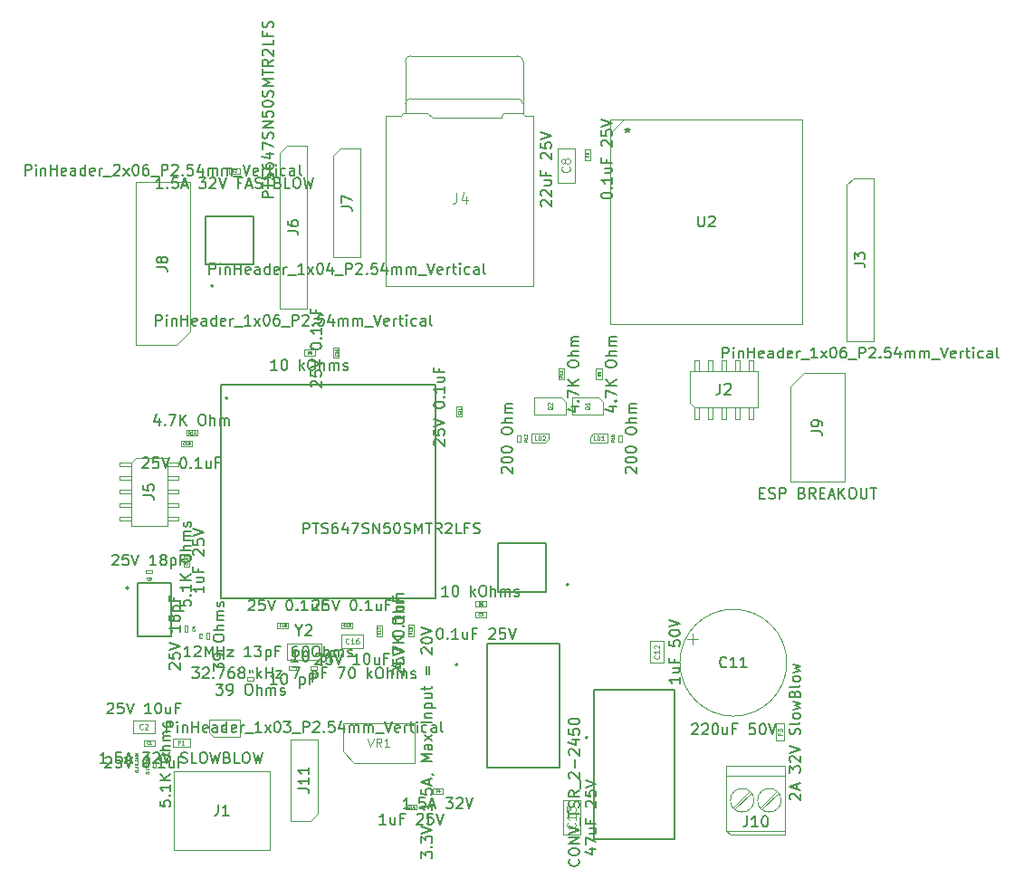
<source format=gbr>
%TF.GenerationSoftware,KiCad,Pcbnew,9.0.3*%
%TF.CreationDate,2025-07-12T21:01:37+12:00*%
%TF.ProjectId,RemiRAT,52656d69-5241-4542-9e6b-696361645f70,rev?*%
%TF.SameCoordinates,Original*%
%TF.FileFunction,AssemblyDrawing,Top*%
%FSLAX46Y46*%
G04 Gerber Fmt 4.6, Leading zero omitted, Abs format (unit mm)*
G04 Created by KiCad (PCBNEW 9.0.3) date 2025-07-12 21:01:37*
%MOMM*%
%LPD*%
G01*
G04 APERTURE LIST*
%ADD10C,0.150000*%
%ADD11C,0.060000*%
%ADD12C,0.040000*%
%ADD13C,0.120000*%
%ADD14C,0.100000*%
%ADD15C,0.080000*%
%ADD16C,0.127000*%
%ADD17C,0.200000*%
%ADD18C,0.025400*%
G04 APERTURE END LIST*
D10*
X117523809Y-112884819D02*
X116952381Y-112884819D01*
X117238095Y-112884819D02*
X117238095Y-111884819D01*
X117238095Y-111884819D02*
X117142857Y-112027676D01*
X117142857Y-112027676D02*
X117047619Y-112122914D01*
X117047619Y-112122914D02*
X116952381Y-112170533D01*
X117952381Y-112789580D02*
X118000000Y-112837200D01*
X118000000Y-112837200D02*
X117952381Y-112884819D01*
X117952381Y-112884819D02*
X117904762Y-112837200D01*
X117904762Y-112837200D02*
X117952381Y-112789580D01*
X117952381Y-112789580D02*
X117952381Y-112884819D01*
X118904761Y-111884819D02*
X118428571Y-111884819D01*
X118428571Y-111884819D02*
X118380952Y-112361009D01*
X118380952Y-112361009D02*
X118428571Y-112313390D01*
X118428571Y-112313390D02*
X118523809Y-112265771D01*
X118523809Y-112265771D02*
X118761904Y-112265771D01*
X118761904Y-112265771D02*
X118857142Y-112313390D01*
X118857142Y-112313390D02*
X118904761Y-112361009D01*
X118904761Y-112361009D02*
X118952380Y-112456247D01*
X118952380Y-112456247D02*
X118952380Y-112694342D01*
X118952380Y-112694342D02*
X118904761Y-112789580D01*
X118904761Y-112789580D02*
X118857142Y-112837200D01*
X118857142Y-112837200D02*
X118761904Y-112884819D01*
X118761904Y-112884819D02*
X118523809Y-112884819D01*
X118523809Y-112884819D02*
X118428571Y-112837200D01*
X118428571Y-112837200D02*
X118380952Y-112789580D01*
X119333333Y-112599104D02*
X119809523Y-112599104D01*
X119238095Y-112884819D02*
X119571428Y-111884819D01*
X119571428Y-111884819D02*
X119904761Y-112884819D01*
X120904762Y-111884819D02*
X121523809Y-111884819D01*
X121523809Y-111884819D02*
X121190476Y-112265771D01*
X121190476Y-112265771D02*
X121333333Y-112265771D01*
X121333333Y-112265771D02*
X121428571Y-112313390D01*
X121428571Y-112313390D02*
X121476190Y-112361009D01*
X121476190Y-112361009D02*
X121523809Y-112456247D01*
X121523809Y-112456247D02*
X121523809Y-112694342D01*
X121523809Y-112694342D02*
X121476190Y-112789580D01*
X121476190Y-112789580D02*
X121428571Y-112837200D01*
X121428571Y-112837200D02*
X121333333Y-112884819D01*
X121333333Y-112884819D02*
X121047619Y-112884819D01*
X121047619Y-112884819D02*
X120952381Y-112837200D01*
X120952381Y-112837200D02*
X120904762Y-112789580D01*
X121904762Y-111980057D02*
X121952381Y-111932438D01*
X121952381Y-111932438D02*
X122047619Y-111884819D01*
X122047619Y-111884819D02*
X122285714Y-111884819D01*
X122285714Y-111884819D02*
X122380952Y-111932438D01*
X122380952Y-111932438D02*
X122428571Y-111980057D01*
X122428571Y-111980057D02*
X122476190Y-112075295D01*
X122476190Y-112075295D02*
X122476190Y-112170533D01*
X122476190Y-112170533D02*
X122428571Y-112313390D01*
X122428571Y-112313390D02*
X121857143Y-112884819D01*
X121857143Y-112884819D02*
X122476190Y-112884819D01*
X122761905Y-111884819D02*
X123095238Y-112884819D01*
X123095238Y-112884819D02*
X123428571Y-111884819D01*
X124476191Y-112837200D02*
X124619048Y-112884819D01*
X124619048Y-112884819D02*
X124857143Y-112884819D01*
X124857143Y-112884819D02*
X124952381Y-112837200D01*
X124952381Y-112837200D02*
X125000000Y-112789580D01*
X125000000Y-112789580D02*
X125047619Y-112694342D01*
X125047619Y-112694342D02*
X125047619Y-112599104D01*
X125047619Y-112599104D02*
X125000000Y-112503866D01*
X125000000Y-112503866D02*
X124952381Y-112456247D01*
X124952381Y-112456247D02*
X124857143Y-112408628D01*
X124857143Y-112408628D02*
X124666667Y-112361009D01*
X124666667Y-112361009D02*
X124571429Y-112313390D01*
X124571429Y-112313390D02*
X124523810Y-112265771D01*
X124523810Y-112265771D02*
X124476191Y-112170533D01*
X124476191Y-112170533D02*
X124476191Y-112075295D01*
X124476191Y-112075295D02*
X124523810Y-111980057D01*
X124523810Y-111980057D02*
X124571429Y-111932438D01*
X124571429Y-111932438D02*
X124666667Y-111884819D01*
X124666667Y-111884819D02*
X124904762Y-111884819D01*
X124904762Y-111884819D02*
X125047619Y-111932438D01*
X125952381Y-112884819D02*
X125476191Y-112884819D01*
X125476191Y-112884819D02*
X125476191Y-111884819D01*
X126476191Y-111884819D02*
X126666667Y-111884819D01*
X126666667Y-111884819D02*
X126761905Y-111932438D01*
X126761905Y-111932438D02*
X126857143Y-112027676D01*
X126857143Y-112027676D02*
X126904762Y-112218152D01*
X126904762Y-112218152D02*
X126904762Y-112551485D01*
X126904762Y-112551485D02*
X126857143Y-112741961D01*
X126857143Y-112741961D02*
X126761905Y-112837200D01*
X126761905Y-112837200D02*
X126666667Y-112884819D01*
X126666667Y-112884819D02*
X126476191Y-112884819D01*
X126476191Y-112884819D02*
X126380953Y-112837200D01*
X126380953Y-112837200D02*
X126285715Y-112741961D01*
X126285715Y-112741961D02*
X126238096Y-112551485D01*
X126238096Y-112551485D02*
X126238096Y-112218152D01*
X126238096Y-112218152D02*
X126285715Y-112027676D01*
X126285715Y-112027676D02*
X126380953Y-111932438D01*
X126380953Y-111932438D02*
X126476191Y-111884819D01*
X127238096Y-111884819D02*
X127476191Y-112884819D01*
X127476191Y-112884819D02*
X127666667Y-112170533D01*
X127666667Y-112170533D02*
X127857143Y-112884819D01*
X127857143Y-112884819D02*
X128095239Y-111884819D01*
X128809524Y-112361009D02*
X128952381Y-112408628D01*
X128952381Y-112408628D02*
X129000000Y-112456247D01*
X129000000Y-112456247D02*
X129047619Y-112551485D01*
X129047619Y-112551485D02*
X129047619Y-112694342D01*
X129047619Y-112694342D02*
X129000000Y-112789580D01*
X129000000Y-112789580D02*
X128952381Y-112837200D01*
X128952381Y-112837200D02*
X128857143Y-112884819D01*
X128857143Y-112884819D02*
X128476191Y-112884819D01*
X128476191Y-112884819D02*
X128476191Y-111884819D01*
X128476191Y-111884819D02*
X128809524Y-111884819D01*
X128809524Y-111884819D02*
X128904762Y-111932438D01*
X128904762Y-111932438D02*
X128952381Y-111980057D01*
X128952381Y-111980057D02*
X129000000Y-112075295D01*
X129000000Y-112075295D02*
X129000000Y-112170533D01*
X129000000Y-112170533D02*
X128952381Y-112265771D01*
X128952381Y-112265771D02*
X128904762Y-112313390D01*
X128904762Y-112313390D02*
X128809524Y-112361009D01*
X128809524Y-112361009D02*
X128476191Y-112361009D01*
X129952381Y-112884819D02*
X129476191Y-112884819D01*
X129476191Y-112884819D02*
X129476191Y-111884819D01*
X130476191Y-111884819D02*
X130666667Y-111884819D01*
X130666667Y-111884819D02*
X130761905Y-111932438D01*
X130761905Y-111932438D02*
X130857143Y-112027676D01*
X130857143Y-112027676D02*
X130904762Y-112218152D01*
X130904762Y-112218152D02*
X130904762Y-112551485D01*
X130904762Y-112551485D02*
X130857143Y-112741961D01*
X130857143Y-112741961D02*
X130761905Y-112837200D01*
X130761905Y-112837200D02*
X130666667Y-112884819D01*
X130666667Y-112884819D02*
X130476191Y-112884819D01*
X130476191Y-112884819D02*
X130380953Y-112837200D01*
X130380953Y-112837200D02*
X130285715Y-112741961D01*
X130285715Y-112741961D02*
X130238096Y-112551485D01*
X130238096Y-112551485D02*
X130238096Y-112218152D01*
X130238096Y-112218152D02*
X130285715Y-112027676D01*
X130285715Y-112027676D02*
X130380953Y-111932438D01*
X130380953Y-111932438D02*
X130476191Y-111884819D01*
X131238096Y-111884819D02*
X131476191Y-112884819D01*
X131476191Y-112884819D02*
X131666667Y-112170533D01*
X131666667Y-112170533D02*
X131857143Y-112884819D01*
X131857143Y-112884819D02*
X132095239Y-111884819D01*
D11*
X124366667Y-110972403D02*
X124233334Y-110972403D01*
X124233334Y-111181927D02*
X124233334Y-110781927D01*
X124233334Y-110781927D02*
X124423810Y-110781927D01*
X124785714Y-111181927D02*
X124557143Y-111181927D01*
X124671429Y-111181927D02*
X124671429Y-110781927D01*
X124671429Y-110781927D02*
X124633333Y-110839070D01*
X124633333Y-110839070D02*
X124595238Y-110877165D01*
X124595238Y-110877165D02*
X124557143Y-110896213D01*
D10*
X161008152Y-79547618D02*
X161674819Y-79547618D01*
X160627200Y-79785713D02*
X161341485Y-80023808D01*
X161341485Y-80023808D02*
X161341485Y-79404761D01*
X161579580Y-79023808D02*
X161627200Y-78976189D01*
X161627200Y-78976189D02*
X161674819Y-79023808D01*
X161674819Y-79023808D02*
X161627200Y-79071427D01*
X161627200Y-79071427D02*
X161579580Y-79023808D01*
X161579580Y-79023808D02*
X161674819Y-79023808D01*
X160674819Y-78642856D02*
X160674819Y-77976190D01*
X160674819Y-77976190D02*
X161674819Y-78404761D01*
X161674819Y-77595237D02*
X160674819Y-77595237D01*
X161674819Y-77023809D02*
X161103390Y-77452380D01*
X160674819Y-77023809D02*
X161246247Y-77595237D01*
X160674819Y-75642856D02*
X160674819Y-75452380D01*
X160674819Y-75452380D02*
X160722438Y-75357142D01*
X160722438Y-75357142D02*
X160817676Y-75261904D01*
X160817676Y-75261904D02*
X161008152Y-75214285D01*
X161008152Y-75214285D02*
X161341485Y-75214285D01*
X161341485Y-75214285D02*
X161531961Y-75261904D01*
X161531961Y-75261904D02*
X161627200Y-75357142D01*
X161627200Y-75357142D02*
X161674819Y-75452380D01*
X161674819Y-75452380D02*
X161674819Y-75642856D01*
X161674819Y-75642856D02*
X161627200Y-75738094D01*
X161627200Y-75738094D02*
X161531961Y-75833332D01*
X161531961Y-75833332D02*
X161341485Y-75880951D01*
X161341485Y-75880951D02*
X161008152Y-75880951D01*
X161008152Y-75880951D02*
X160817676Y-75833332D01*
X160817676Y-75833332D02*
X160722438Y-75738094D01*
X160722438Y-75738094D02*
X160674819Y-75642856D01*
X161674819Y-74785713D02*
X160674819Y-74785713D01*
X161674819Y-74357142D02*
X161151009Y-74357142D01*
X161151009Y-74357142D02*
X161055771Y-74404761D01*
X161055771Y-74404761D02*
X161008152Y-74499999D01*
X161008152Y-74499999D02*
X161008152Y-74642856D01*
X161008152Y-74642856D02*
X161055771Y-74738094D01*
X161055771Y-74738094D02*
X161103390Y-74785713D01*
X161674819Y-73880951D02*
X161008152Y-73880951D01*
X161103390Y-73880951D02*
X161055771Y-73833332D01*
X161055771Y-73833332D02*
X161008152Y-73738094D01*
X161008152Y-73738094D02*
X161008152Y-73595237D01*
X161008152Y-73595237D02*
X161055771Y-73499999D01*
X161055771Y-73499999D02*
X161151009Y-73452380D01*
X161151009Y-73452380D02*
X161674819Y-73452380D01*
X161151009Y-73452380D02*
X161055771Y-73404761D01*
X161055771Y-73404761D02*
X161008152Y-73309523D01*
X161008152Y-73309523D02*
X161008152Y-73166666D01*
X161008152Y-73166666D02*
X161055771Y-73071427D01*
X161055771Y-73071427D02*
X161151009Y-73023808D01*
X161151009Y-73023808D02*
X161674819Y-73023808D01*
D12*
X160168200Y-76667142D02*
X160044391Y-76753809D01*
X160168200Y-76815714D02*
X159908200Y-76815714D01*
X159908200Y-76815714D02*
X159908200Y-76716666D01*
X159908200Y-76716666D02*
X159920581Y-76691904D01*
X159920581Y-76691904D02*
X159932962Y-76679523D01*
X159932962Y-76679523D02*
X159957724Y-76667142D01*
X159957724Y-76667142D02*
X159994867Y-76667142D01*
X159994867Y-76667142D02*
X160019629Y-76679523D01*
X160019629Y-76679523D02*
X160032010Y-76691904D01*
X160032010Y-76691904D02*
X160044391Y-76716666D01*
X160044391Y-76716666D02*
X160044391Y-76815714D01*
X160168200Y-76419523D02*
X160168200Y-76568095D01*
X160168200Y-76493809D02*
X159908200Y-76493809D01*
X159908200Y-76493809D02*
X159945343Y-76518571D01*
X159945343Y-76518571D02*
X159970105Y-76543333D01*
X159970105Y-76543333D02*
X159982486Y-76568095D01*
X160168200Y-76171904D02*
X160168200Y-76320476D01*
X160168200Y-76246190D02*
X159908200Y-76246190D01*
X159908200Y-76246190D02*
X159945343Y-76270952D01*
X159945343Y-76270952D02*
X159970105Y-76295714D01*
X159970105Y-76295714D02*
X159982486Y-76320476D01*
D10*
X135452618Y-103404819D02*
X134881190Y-103404819D01*
X135166904Y-103404819D02*
X135166904Y-102404819D01*
X135166904Y-102404819D02*
X135071666Y-102547676D01*
X135071666Y-102547676D02*
X134976428Y-102642914D01*
X134976428Y-102642914D02*
X134881190Y-102690533D01*
X136071666Y-102404819D02*
X136166904Y-102404819D01*
X136166904Y-102404819D02*
X136262142Y-102452438D01*
X136262142Y-102452438D02*
X136309761Y-102500057D01*
X136309761Y-102500057D02*
X136357380Y-102595295D01*
X136357380Y-102595295D02*
X136404999Y-102785771D01*
X136404999Y-102785771D02*
X136404999Y-103023866D01*
X136404999Y-103023866D02*
X136357380Y-103214342D01*
X136357380Y-103214342D02*
X136309761Y-103309580D01*
X136309761Y-103309580D02*
X136262142Y-103357200D01*
X136262142Y-103357200D02*
X136166904Y-103404819D01*
X136166904Y-103404819D02*
X136071666Y-103404819D01*
X136071666Y-103404819D02*
X135976428Y-103357200D01*
X135976428Y-103357200D02*
X135928809Y-103309580D01*
X135928809Y-103309580D02*
X135881190Y-103214342D01*
X135881190Y-103214342D02*
X135833571Y-103023866D01*
X135833571Y-103023866D02*
X135833571Y-102785771D01*
X135833571Y-102785771D02*
X135881190Y-102595295D01*
X135881190Y-102595295D02*
X135928809Y-102500057D01*
X135928809Y-102500057D02*
X135976428Y-102452438D01*
X135976428Y-102452438D02*
X136071666Y-102404819D01*
X137595476Y-102738152D02*
X137595476Y-103738152D01*
X137595476Y-102785771D02*
X137690714Y-102738152D01*
X137690714Y-102738152D02*
X137881190Y-102738152D01*
X137881190Y-102738152D02*
X137976428Y-102785771D01*
X137976428Y-102785771D02*
X138024047Y-102833390D01*
X138024047Y-102833390D02*
X138071666Y-102928628D01*
X138071666Y-102928628D02*
X138071666Y-103214342D01*
X138071666Y-103214342D02*
X138024047Y-103309580D01*
X138024047Y-103309580D02*
X137976428Y-103357200D01*
X137976428Y-103357200D02*
X137881190Y-103404819D01*
X137881190Y-103404819D02*
X137690714Y-103404819D01*
X137690714Y-103404819D02*
X137595476Y-103357200D01*
X138833571Y-102881009D02*
X138500238Y-102881009D01*
X138500238Y-103404819D02*
X138500238Y-102404819D01*
X138500238Y-102404819D02*
X138976428Y-102404819D01*
D12*
X136863333Y-104769765D02*
X136851429Y-104781670D01*
X136851429Y-104781670D02*
X136815714Y-104793574D01*
X136815714Y-104793574D02*
X136791905Y-104793574D01*
X136791905Y-104793574D02*
X136756191Y-104781670D01*
X136756191Y-104781670D02*
X136732381Y-104757860D01*
X136732381Y-104757860D02*
X136720476Y-104734050D01*
X136720476Y-104734050D02*
X136708572Y-104686431D01*
X136708572Y-104686431D02*
X136708572Y-104650717D01*
X136708572Y-104650717D02*
X136720476Y-104603098D01*
X136720476Y-104603098D02*
X136732381Y-104579289D01*
X136732381Y-104579289D02*
X136756191Y-104555479D01*
X136756191Y-104555479D02*
X136791905Y-104543574D01*
X136791905Y-104543574D02*
X136815714Y-104543574D01*
X136815714Y-104543574D02*
X136851429Y-104555479D01*
X136851429Y-104555479D02*
X136863333Y-104567384D01*
X136946667Y-104543574D02*
X137113333Y-104543574D01*
X137113333Y-104543574D02*
X137006191Y-104793574D01*
D10*
X133089819Y-59989285D02*
X132089819Y-59989285D01*
X132089819Y-59989285D02*
X132089819Y-59608333D01*
X132089819Y-59608333D02*
X132137438Y-59513095D01*
X132137438Y-59513095D02*
X132185057Y-59465476D01*
X132185057Y-59465476D02*
X132280295Y-59417857D01*
X132280295Y-59417857D02*
X132423152Y-59417857D01*
X132423152Y-59417857D02*
X132518390Y-59465476D01*
X132518390Y-59465476D02*
X132566009Y-59513095D01*
X132566009Y-59513095D02*
X132613628Y-59608333D01*
X132613628Y-59608333D02*
X132613628Y-59989285D01*
X132089819Y-59132142D02*
X132089819Y-58560714D01*
X133089819Y-58846428D02*
X132089819Y-58846428D01*
X133042200Y-58274999D02*
X133089819Y-58132142D01*
X133089819Y-58132142D02*
X133089819Y-57894047D01*
X133089819Y-57894047D02*
X133042200Y-57798809D01*
X133042200Y-57798809D02*
X132994580Y-57751190D01*
X132994580Y-57751190D02*
X132899342Y-57703571D01*
X132899342Y-57703571D02*
X132804104Y-57703571D01*
X132804104Y-57703571D02*
X132708866Y-57751190D01*
X132708866Y-57751190D02*
X132661247Y-57798809D01*
X132661247Y-57798809D02*
X132613628Y-57894047D01*
X132613628Y-57894047D02*
X132566009Y-58084523D01*
X132566009Y-58084523D02*
X132518390Y-58179761D01*
X132518390Y-58179761D02*
X132470771Y-58227380D01*
X132470771Y-58227380D02*
X132375533Y-58274999D01*
X132375533Y-58274999D02*
X132280295Y-58274999D01*
X132280295Y-58274999D02*
X132185057Y-58227380D01*
X132185057Y-58227380D02*
X132137438Y-58179761D01*
X132137438Y-58179761D02*
X132089819Y-58084523D01*
X132089819Y-58084523D02*
X132089819Y-57846428D01*
X132089819Y-57846428D02*
X132137438Y-57703571D01*
X132089819Y-56846428D02*
X132089819Y-57036904D01*
X132089819Y-57036904D02*
X132137438Y-57132142D01*
X132137438Y-57132142D02*
X132185057Y-57179761D01*
X132185057Y-57179761D02*
X132327914Y-57274999D01*
X132327914Y-57274999D02*
X132518390Y-57322618D01*
X132518390Y-57322618D02*
X132899342Y-57322618D01*
X132899342Y-57322618D02*
X132994580Y-57274999D01*
X132994580Y-57274999D02*
X133042200Y-57227380D01*
X133042200Y-57227380D02*
X133089819Y-57132142D01*
X133089819Y-57132142D02*
X133089819Y-56941666D01*
X133089819Y-56941666D02*
X133042200Y-56846428D01*
X133042200Y-56846428D02*
X132994580Y-56798809D01*
X132994580Y-56798809D02*
X132899342Y-56751190D01*
X132899342Y-56751190D02*
X132661247Y-56751190D01*
X132661247Y-56751190D02*
X132566009Y-56798809D01*
X132566009Y-56798809D02*
X132518390Y-56846428D01*
X132518390Y-56846428D02*
X132470771Y-56941666D01*
X132470771Y-56941666D02*
X132470771Y-57132142D01*
X132470771Y-57132142D02*
X132518390Y-57227380D01*
X132518390Y-57227380D02*
X132566009Y-57274999D01*
X132566009Y-57274999D02*
X132661247Y-57322618D01*
X132423152Y-55894047D02*
X133089819Y-55894047D01*
X132042200Y-56132142D02*
X132756485Y-56370237D01*
X132756485Y-56370237D02*
X132756485Y-55751190D01*
X132089819Y-55465475D02*
X132089819Y-54798809D01*
X132089819Y-54798809D02*
X133089819Y-55227380D01*
X133042200Y-54465475D02*
X133089819Y-54322618D01*
X133089819Y-54322618D02*
X133089819Y-54084523D01*
X133089819Y-54084523D02*
X133042200Y-53989285D01*
X133042200Y-53989285D02*
X132994580Y-53941666D01*
X132994580Y-53941666D02*
X132899342Y-53894047D01*
X132899342Y-53894047D02*
X132804104Y-53894047D01*
X132804104Y-53894047D02*
X132708866Y-53941666D01*
X132708866Y-53941666D02*
X132661247Y-53989285D01*
X132661247Y-53989285D02*
X132613628Y-54084523D01*
X132613628Y-54084523D02*
X132566009Y-54274999D01*
X132566009Y-54274999D02*
X132518390Y-54370237D01*
X132518390Y-54370237D02*
X132470771Y-54417856D01*
X132470771Y-54417856D02*
X132375533Y-54465475D01*
X132375533Y-54465475D02*
X132280295Y-54465475D01*
X132280295Y-54465475D02*
X132185057Y-54417856D01*
X132185057Y-54417856D02*
X132137438Y-54370237D01*
X132137438Y-54370237D02*
X132089819Y-54274999D01*
X132089819Y-54274999D02*
X132089819Y-54036904D01*
X132089819Y-54036904D02*
X132137438Y-53894047D01*
X133089819Y-53465475D02*
X132089819Y-53465475D01*
X132089819Y-53465475D02*
X133089819Y-52894047D01*
X133089819Y-52894047D02*
X132089819Y-52894047D01*
X132089819Y-51941666D02*
X132089819Y-52417856D01*
X132089819Y-52417856D02*
X132566009Y-52465475D01*
X132566009Y-52465475D02*
X132518390Y-52417856D01*
X132518390Y-52417856D02*
X132470771Y-52322618D01*
X132470771Y-52322618D02*
X132470771Y-52084523D01*
X132470771Y-52084523D02*
X132518390Y-51989285D01*
X132518390Y-51989285D02*
X132566009Y-51941666D01*
X132566009Y-51941666D02*
X132661247Y-51894047D01*
X132661247Y-51894047D02*
X132899342Y-51894047D01*
X132899342Y-51894047D02*
X132994580Y-51941666D01*
X132994580Y-51941666D02*
X133042200Y-51989285D01*
X133042200Y-51989285D02*
X133089819Y-52084523D01*
X133089819Y-52084523D02*
X133089819Y-52322618D01*
X133089819Y-52322618D02*
X133042200Y-52417856D01*
X133042200Y-52417856D02*
X132994580Y-52465475D01*
X132089819Y-51274999D02*
X132089819Y-51179761D01*
X132089819Y-51179761D02*
X132137438Y-51084523D01*
X132137438Y-51084523D02*
X132185057Y-51036904D01*
X132185057Y-51036904D02*
X132280295Y-50989285D01*
X132280295Y-50989285D02*
X132470771Y-50941666D01*
X132470771Y-50941666D02*
X132708866Y-50941666D01*
X132708866Y-50941666D02*
X132899342Y-50989285D01*
X132899342Y-50989285D02*
X132994580Y-51036904D01*
X132994580Y-51036904D02*
X133042200Y-51084523D01*
X133042200Y-51084523D02*
X133089819Y-51179761D01*
X133089819Y-51179761D02*
X133089819Y-51274999D01*
X133089819Y-51274999D02*
X133042200Y-51370237D01*
X133042200Y-51370237D02*
X132994580Y-51417856D01*
X132994580Y-51417856D02*
X132899342Y-51465475D01*
X132899342Y-51465475D02*
X132708866Y-51513094D01*
X132708866Y-51513094D02*
X132470771Y-51513094D01*
X132470771Y-51513094D02*
X132280295Y-51465475D01*
X132280295Y-51465475D02*
X132185057Y-51417856D01*
X132185057Y-51417856D02*
X132137438Y-51370237D01*
X132137438Y-51370237D02*
X132089819Y-51274999D01*
X133042200Y-50560713D02*
X133089819Y-50417856D01*
X133089819Y-50417856D02*
X133089819Y-50179761D01*
X133089819Y-50179761D02*
X133042200Y-50084523D01*
X133042200Y-50084523D02*
X132994580Y-50036904D01*
X132994580Y-50036904D02*
X132899342Y-49989285D01*
X132899342Y-49989285D02*
X132804104Y-49989285D01*
X132804104Y-49989285D02*
X132708866Y-50036904D01*
X132708866Y-50036904D02*
X132661247Y-50084523D01*
X132661247Y-50084523D02*
X132613628Y-50179761D01*
X132613628Y-50179761D02*
X132566009Y-50370237D01*
X132566009Y-50370237D02*
X132518390Y-50465475D01*
X132518390Y-50465475D02*
X132470771Y-50513094D01*
X132470771Y-50513094D02*
X132375533Y-50560713D01*
X132375533Y-50560713D02*
X132280295Y-50560713D01*
X132280295Y-50560713D02*
X132185057Y-50513094D01*
X132185057Y-50513094D02*
X132137438Y-50465475D01*
X132137438Y-50465475D02*
X132089819Y-50370237D01*
X132089819Y-50370237D02*
X132089819Y-50132142D01*
X132089819Y-50132142D02*
X132137438Y-49989285D01*
X133089819Y-49560713D02*
X132089819Y-49560713D01*
X132089819Y-49560713D02*
X132804104Y-49227380D01*
X132804104Y-49227380D02*
X132089819Y-48894047D01*
X132089819Y-48894047D02*
X133089819Y-48894047D01*
X132089819Y-48560713D02*
X132089819Y-47989285D01*
X133089819Y-48274999D02*
X132089819Y-48274999D01*
X133089819Y-47084523D02*
X132613628Y-47417856D01*
X133089819Y-47655951D02*
X132089819Y-47655951D01*
X132089819Y-47655951D02*
X132089819Y-47274999D01*
X132089819Y-47274999D02*
X132137438Y-47179761D01*
X132137438Y-47179761D02*
X132185057Y-47132142D01*
X132185057Y-47132142D02*
X132280295Y-47084523D01*
X132280295Y-47084523D02*
X132423152Y-47084523D01*
X132423152Y-47084523D02*
X132518390Y-47132142D01*
X132518390Y-47132142D02*
X132566009Y-47179761D01*
X132566009Y-47179761D02*
X132613628Y-47274999D01*
X132613628Y-47274999D02*
X132613628Y-47655951D01*
X132185057Y-46703570D02*
X132137438Y-46655951D01*
X132137438Y-46655951D02*
X132089819Y-46560713D01*
X132089819Y-46560713D02*
X132089819Y-46322618D01*
X132089819Y-46322618D02*
X132137438Y-46227380D01*
X132137438Y-46227380D02*
X132185057Y-46179761D01*
X132185057Y-46179761D02*
X132280295Y-46132142D01*
X132280295Y-46132142D02*
X132375533Y-46132142D01*
X132375533Y-46132142D02*
X132518390Y-46179761D01*
X132518390Y-46179761D02*
X133089819Y-46751189D01*
X133089819Y-46751189D02*
X133089819Y-46132142D01*
X133089819Y-45227380D02*
X133089819Y-45703570D01*
X133089819Y-45703570D02*
X132089819Y-45703570D01*
X132566009Y-44560713D02*
X132566009Y-44894046D01*
X133089819Y-44894046D02*
X132089819Y-44894046D01*
X132089819Y-44894046D02*
X132089819Y-44417856D01*
X133042200Y-44084522D02*
X133089819Y-43941665D01*
X133089819Y-43941665D02*
X133089819Y-43703570D01*
X133089819Y-43703570D02*
X133042200Y-43608332D01*
X133042200Y-43608332D02*
X132994580Y-43560713D01*
X132994580Y-43560713D02*
X132899342Y-43513094D01*
X132899342Y-43513094D02*
X132804104Y-43513094D01*
X132804104Y-43513094D02*
X132708866Y-43560713D01*
X132708866Y-43560713D02*
X132661247Y-43608332D01*
X132661247Y-43608332D02*
X132613628Y-43703570D01*
X132613628Y-43703570D02*
X132566009Y-43894046D01*
X132566009Y-43894046D02*
X132518390Y-43989284D01*
X132518390Y-43989284D02*
X132470771Y-44036903D01*
X132470771Y-44036903D02*
X132375533Y-44084522D01*
X132375533Y-44084522D02*
X132280295Y-44084522D01*
X132280295Y-44084522D02*
X132185057Y-44036903D01*
X132185057Y-44036903D02*
X132137438Y-43989284D01*
X132137438Y-43989284D02*
X132089819Y-43894046D01*
X132089819Y-43894046D02*
X132089819Y-43655951D01*
X132089819Y-43655951D02*
X132137438Y-43513094D01*
D11*
X159220022Y-79538095D02*
X159200975Y-79576190D01*
X159200975Y-79576190D02*
X159162880Y-79614285D01*
X159162880Y-79614285D02*
X159105737Y-79671428D01*
X159105737Y-79671428D02*
X159086689Y-79709523D01*
X159086689Y-79709523D02*
X159086689Y-79747619D01*
X159181927Y-79728571D02*
X159162880Y-79766666D01*
X159162880Y-79766666D02*
X159124784Y-79804761D01*
X159124784Y-79804761D02*
X159048594Y-79823809D01*
X159048594Y-79823809D02*
X158915260Y-79823809D01*
X158915260Y-79823809D02*
X158839070Y-79804761D01*
X158839070Y-79804761D02*
X158800975Y-79766666D01*
X158800975Y-79766666D02*
X158781927Y-79728571D01*
X158781927Y-79728571D02*
X158781927Y-79652380D01*
X158781927Y-79652380D02*
X158800975Y-79614285D01*
X158800975Y-79614285D02*
X158839070Y-79576190D01*
X158839070Y-79576190D02*
X158915260Y-79557142D01*
X158915260Y-79557142D02*
X159048594Y-79557142D01*
X159048594Y-79557142D02*
X159124784Y-79576190D01*
X159124784Y-79576190D02*
X159162880Y-79614285D01*
X159162880Y-79614285D02*
X159181927Y-79652380D01*
X159181927Y-79652380D02*
X159181927Y-79728571D01*
X158820022Y-79404761D02*
X158800975Y-79385713D01*
X158800975Y-79385713D02*
X158781927Y-79347618D01*
X158781927Y-79347618D02*
X158781927Y-79252380D01*
X158781927Y-79252380D02*
X158800975Y-79214285D01*
X158800975Y-79214285D02*
X158820022Y-79195237D01*
X158820022Y-79195237D02*
X158858118Y-79176190D01*
X158858118Y-79176190D02*
X158896213Y-79176190D01*
X158896213Y-79176190D02*
X158953356Y-79195237D01*
X158953356Y-79195237D02*
X159181927Y-79423809D01*
X159181927Y-79423809D02*
X159181927Y-79176190D01*
D10*
X127761905Y-105504819D02*
X128380952Y-105504819D01*
X128380952Y-105504819D02*
X128047619Y-105885771D01*
X128047619Y-105885771D02*
X128190476Y-105885771D01*
X128190476Y-105885771D02*
X128285714Y-105933390D01*
X128285714Y-105933390D02*
X128333333Y-105981009D01*
X128333333Y-105981009D02*
X128380952Y-106076247D01*
X128380952Y-106076247D02*
X128380952Y-106314342D01*
X128380952Y-106314342D02*
X128333333Y-106409580D01*
X128333333Y-106409580D02*
X128285714Y-106457200D01*
X128285714Y-106457200D02*
X128190476Y-106504819D01*
X128190476Y-106504819D02*
X127904762Y-106504819D01*
X127904762Y-106504819D02*
X127809524Y-106457200D01*
X127809524Y-106457200D02*
X127761905Y-106409580D01*
X128857143Y-106504819D02*
X129047619Y-106504819D01*
X129047619Y-106504819D02*
X129142857Y-106457200D01*
X129142857Y-106457200D02*
X129190476Y-106409580D01*
X129190476Y-106409580D02*
X129285714Y-106266723D01*
X129285714Y-106266723D02*
X129333333Y-106076247D01*
X129333333Y-106076247D02*
X129333333Y-105695295D01*
X129333333Y-105695295D02*
X129285714Y-105600057D01*
X129285714Y-105600057D02*
X129238095Y-105552438D01*
X129238095Y-105552438D02*
X129142857Y-105504819D01*
X129142857Y-105504819D02*
X128952381Y-105504819D01*
X128952381Y-105504819D02*
X128857143Y-105552438D01*
X128857143Y-105552438D02*
X128809524Y-105600057D01*
X128809524Y-105600057D02*
X128761905Y-105695295D01*
X128761905Y-105695295D02*
X128761905Y-105933390D01*
X128761905Y-105933390D02*
X128809524Y-106028628D01*
X128809524Y-106028628D02*
X128857143Y-106076247D01*
X128857143Y-106076247D02*
X128952381Y-106123866D01*
X128952381Y-106123866D02*
X129142857Y-106123866D01*
X129142857Y-106123866D02*
X129238095Y-106076247D01*
X129238095Y-106076247D02*
X129285714Y-106028628D01*
X129285714Y-106028628D02*
X129333333Y-105933390D01*
X130714286Y-105504819D02*
X130904762Y-105504819D01*
X130904762Y-105504819D02*
X131000000Y-105552438D01*
X131000000Y-105552438D02*
X131095238Y-105647676D01*
X131095238Y-105647676D02*
X131142857Y-105838152D01*
X131142857Y-105838152D02*
X131142857Y-106171485D01*
X131142857Y-106171485D02*
X131095238Y-106361961D01*
X131095238Y-106361961D02*
X131000000Y-106457200D01*
X131000000Y-106457200D02*
X130904762Y-106504819D01*
X130904762Y-106504819D02*
X130714286Y-106504819D01*
X130714286Y-106504819D02*
X130619048Y-106457200D01*
X130619048Y-106457200D02*
X130523810Y-106361961D01*
X130523810Y-106361961D02*
X130476191Y-106171485D01*
X130476191Y-106171485D02*
X130476191Y-105838152D01*
X130476191Y-105838152D02*
X130523810Y-105647676D01*
X130523810Y-105647676D02*
X130619048Y-105552438D01*
X130619048Y-105552438D02*
X130714286Y-105504819D01*
X131571429Y-106504819D02*
X131571429Y-105504819D01*
X132000000Y-106504819D02*
X132000000Y-105981009D01*
X132000000Y-105981009D02*
X131952381Y-105885771D01*
X131952381Y-105885771D02*
X131857143Y-105838152D01*
X131857143Y-105838152D02*
X131714286Y-105838152D01*
X131714286Y-105838152D02*
X131619048Y-105885771D01*
X131619048Y-105885771D02*
X131571429Y-105933390D01*
X132476191Y-106504819D02*
X132476191Y-105838152D01*
X132476191Y-105933390D02*
X132523810Y-105885771D01*
X132523810Y-105885771D02*
X132619048Y-105838152D01*
X132619048Y-105838152D02*
X132761905Y-105838152D01*
X132761905Y-105838152D02*
X132857143Y-105885771D01*
X132857143Y-105885771D02*
X132904762Y-105981009D01*
X132904762Y-105981009D02*
X132904762Y-106504819D01*
X132904762Y-105981009D02*
X132952381Y-105885771D01*
X132952381Y-105885771D02*
X133047619Y-105838152D01*
X133047619Y-105838152D02*
X133190476Y-105838152D01*
X133190476Y-105838152D02*
X133285715Y-105885771D01*
X133285715Y-105885771D02*
X133333334Y-105981009D01*
X133333334Y-105981009D02*
X133333334Y-106504819D01*
X133761905Y-106457200D02*
X133857143Y-106504819D01*
X133857143Y-106504819D02*
X134047619Y-106504819D01*
X134047619Y-106504819D02*
X134142857Y-106457200D01*
X134142857Y-106457200D02*
X134190476Y-106361961D01*
X134190476Y-106361961D02*
X134190476Y-106314342D01*
X134190476Y-106314342D02*
X134142857Y-106219104D01*
X134142857Y-106219104D02*
X134047619Y-106171485D01*
X134047619Y-106171485D02*
X133904762Y-106171485D01*
X133904762Y-106171485D02*
X133809524Y-106123866D01*
X133809524Y-106123866D02*
X133761905Y-106028628D01*
X133761905Y-106028628D02*
X133761905Y-105981009D01*
X133761905Y-105981009D02*
X133809524Y-105885771D01*
X133809524Y-105885771D02*
X133904762Y-105838152D01*
X133904762Y-105838152D02*
X134047619Y-105838152D01*
X134047619Y-105838152D02*
X134142857Y-105885771D01*
D12*
X130958333Y-104433574D02*
X130875000Y-104314527D01*
X130815476Y-104433574D02*
X130815476Y-104183574D01*
X130815476Y-104183574D02*
X130910714Y-104183574D01*
X130910714Y-104183574D02*
X130934524Y-104195479D01*
X130934524Y-104195479D02*
X130946429Y-104207384D01*
X130946429Y-104207384D02*
X130958333Y-104231193D01*
X130958333Y-104231193D02*
X130958333Y-104266908D01*
X130958333Y-104266908D02*
X130946429Y-104290717D01*
X130946429Y-104290717D02*
X130934524Y-104302622D01*
X130934524Y-104302622D02*
X130910714Y-104314527D01*
X130910714Y-104314527D02*
X130815476Y-104314527D01*
X131172619Y-104266908D02*
X131172619Y-104433574D01*
X131113095Y-104171670D02*
X131053572Y-104350241D01*
X131053572Y-104350241D02*
X131208333Y-104350241D01*
D10*
X149476190Y-97284819D02*
X148904762Y-97284819D01*
X149190476Y-97284819D02*
X149190476Y-96284819D01*
X149190476Y-96284819D02*
X149095238Y-96427676D01*
X149095238Y-96427676D02*
X149000000Y-96522914D01*
X149000000Y-96522914D02*
X148904762Y-96570533D01*
X150095238Y-96284819D02*
X150190476Y-96284819D01*
X150190476Y-96284819D02*
X150285714Y-96332438D01*
X150285714Y-96332438D02*
X150333333Y-96380057D01*
X150333333Y-96380057D02*
X150380952Y-96475295D01*
X150380952Y-96475295D02*
X150428571Y-96665771D01*
X150428571Y-96665771D02*
X150428571Y-96903866D01*
X150428571Y-96903866D02*
X150380952Y-97094342D01*
X150380952Y-97094342D02*
X150333333Y-97189580D01*
X150333333Y-97189580D02*
X150285714Y-97237200D01*
X150285714Y-97237200D02*
X150190476Y-97284819D01*
X150190476Y-97284819D02*
X150095238Y-97284819D01*
X150095238Y-97284819D02*
X150000000Y-97237200D01*
X150000000Y-97237200D02*
X149952381Y-97189580D01*
X149952381Y-97189580D02*
X149904762Y-97094342D01*
X149904762Y-97094342D02*
X149857143Y-96903866D01*
X149857143Y-96903866D02*
X149857143Y-96665771D01*
X149857143Y-96665771D02*
X149904762Y-96475295D01*
X149904762Y-96475295D02*
X149952381Y-96380057D01*
X149952381Y-96380057D02*
X150000000Y-96332438D01*
X150000000Y-96332438D02*
X150095238Y-96284819D01*
X151619048Y-97284819D02*
X151619048Y-96284819D01*
X151714286Y-96903866D02*
X152000000Y-97284819D01*
X152000000Y-96618152D02*
X151619048Y-96999104D01*
X152619048Y-96284819D02*
X152809524Y-96284819D01*
X152809524Y-96284819D02*
X152904762Y-96332438D01*
X152904762Y-96332438D02*
X153000000Y-96427676D01*
X153000000Y-96427676D02*
X153047619Y-96618152D01*
X153047619Y-96618152D02*
X153047619Y-96951485D01*
X153047619Y-96951485D02*
X153000000Y-97141961D01*
X153000000Y-97141961D02*
X152904762Y-97237200D01*
X152904762Y-97237200D02*
X152809524Y-97284819D01*
X152809524Y-97284819D02*
X152619048Y-97284819D01*
X152619048Y-97284819D02*
X152523810Y-97237200D01*
X152523810Y-97237200D02*
X152428572Y-97141961D01*
X152428572Y-97141961D02*
X152380953Y-96951485D01*
X152380953Y-96951485D02*
X152380953Y-96618152D01*
X152380953Y-96618152D02*
X152428572Y-96427676D01*
X152428572Y-96427676D02*
X152523810Y-96332438D01*
X152523810Y-96332438D02*
X152619048Y-96284819D01*
X153476191Y-97284819D02*
X153476191Y-96284819D01*
X153904762Y-97284819D02*
X153904762Y-96761009D01*
X153904762Y-96761009D02*
X153857143Y-96665771D01*
X153857143Y-96665771D02*
X153761905Y-96618152D01*
X153761905Y-96618152D02*
X153619048Y-96618152D01*
X153619048Y-96618152D02*
X153523810Y-96665771D01*
X153523810Y-96665771D02*
X153476191Y-96713390D01*
X154380953Y-97284819D02*
X154380953Y-96618152D01*
X154380953Y-96713390D02*
X154428572Y-96665771D01*
X154428572Y-96665771D02*
X154523810Y-96618152D01*
X154523810Y-96618152D02*
X154666667Y-96618152D01*
X154666667Y-96618152D02*
X154761905Y-96665771D01*
X154761905Y-96665771D02*
X154809524Y-96761009D01*
X154809524Y-96761009D02*
X154809524Y-97284819D01*
X154809524Y-96761009D02*
X154857143Y-96665771D01*
X154857143Y-96665771D02*
X154952381Y-96618152D01*
X154952381Y-96618152D02*
X155095238Y-96618152D01*
X155095238Y-96618152D02*
X155190477Y-96665771D01*
X155190477Y-96665771D02*
X155238096Y-96761009D01*
X155238096Y-96761009D02*
X155238096Y-97284819D01*
X155666667Y-97237200D02*
X155761905Y-97284819D01*
X155761905Y-97284819D02*
X155952381Y-97284819D01*
X155952381Y-97284819D02*
X156047619Y-97237200D01*
X156047619Y-97237200D02*
X156095238Y-97141961D01*
X156095238Y-97141961D02*
X156095238Y-97094342D01*
X156095238Y-97094342D02*
X156047619Y-96999104D01*
X156047619Y-96999104D02*
X155952381Y-96951485D01*
X155952381Y-96951485D02*
X155809524Y-96951485D01*
X155809524Y-96951485D02*
X155714286Y-96903866D01*
X155714286Y-96903866D02*
X155666667Y-96808628D01*
X155666667Y-96808628D02*
X155666667Y-96761009D01*
X155666667Y-96761009D02*
X155714286Y-96665771D01*
X155714286Y-96665771D02*
X155809524Y-96618152D01*
X155809524Y-96618152D02*
X155952381Y-96618152D01*
X155952381Y-96618152D02*
X156047619Y-96665771D01*
D12*
X152456667Y-98118200D02*
X152370000Y-97994391D01*
X152308095Y-98118200D02*
X152308095Y-97858200D01*
X152308095Y-97858200D02*
X152407143Y-97858200D01*
X152407143Y-97858200D02*
X152431905Y-97870581D01*
X152431905Y-97870581D02*
X152444286Y-97882962D01*
X152444286Y-97882962D02*
X152456667Y-97907724D01*
X152456667Y-97907724D02*
X152456667Y-97944867D01*
X152456667Y-97944867D02*
X152444286Y-97969629D01*
X152444286Y-97969629D02*
X152431905Y-97982010D01*
X152431905Y-97982010D02*
X152407143Y-97994391D01*
X152407143Y-97994391D02*
X152308095Y-97994391D01*
X152691905Y-97858200D02*
X152568095Y-97858200D01*
X152568095Y-97858200D02*
X152555714Y-97982010D01*
X152555714Y-97982010D02*
X152568095Y-97969629D01*
X152568095Y-97969629D02*
X152592857Y-97957248D01*
X152592857Y-97957248D02*
X152654762Y-97957248D01*
X152654762Y-97957248D02*
X152679524Y-97969629D01*
X152679524Y-97969629D02*
X152691905Y-97982010D01*
X152691905Y-97982010D02*
X152704286Y-98006772D01*
X152704286Y-98006772D02*
X152704286Y-98068677D01*
X152704286Y-98068677D02*
X152691905Y-98093439D01*
X152691905Y-98093439D02*
X152679524Y-98105820D01*
X152679524Y-98105820D02*
X152654762Y-98118200D01*
X152654762Y-98118200D02*
X152592857Y-98118200D01*
X152592857Y-98118200D02*
X152568095Y-98105820D01*
X152568095Y-98105820D02*
X152555714Y-98093439D01*
D10*
X148210057Y-83192856D02*
X148162438Y-83145237D01*
X148162438Y-83145237D02*
X148114819Y-83049999D01*
X148114819Y-83049999D02*
X148114819Y-82811904D01*
X148114819Y-82811904D02*
X148162438Y-82716666D01*
X148162438Y-82716666D02*
X148210057Y-82669047D01*
X148210057Y-82669047D02*
X148305295Y-82621428D01*
X148305295Y-82621428D02*
X148400533Y-82621428D01*
X148400533Y-82621428D02*
X148543390Y-82669047D01*
X148543390Y-82669047D02*
X149114819Y-83240475D01*
X149114819Y-83240475D02*
X149114819Y-82621428D01*
X148114819Y-81716666D02*
X148114819Y-82192856D01*
X148114819Y-82192856D02*
X148591009Y-82240475D01*
X148591009Y-82240475D02*
X148543390Y-82192856D01*
X148543390Y-82192856D02*
X148495771Y-82097618D01*
X148495771Y-82097618D02*
X148495771Y-81859523D01*
X148495771Y-81859523D02*
X148543390Y-81764285D01*
X148543390Y-81764285D02*
X148591009Y-81716666D01*
X148591009Y-81716666D02*
X148686247Y-81669047D01*
X148686247Y-81669047D02*
X148924342Y-81669047D01*
X148924342Y-81669047D02*
X149019580Y-81716666D01*
X149019580Y-81716666D02*
X149067200Y-81764285D01*
X149067200Y-81764285D02*
X149114819Y-81859523D01*
X149114819Y-81859523D02*
X149114819Y-82097618D01*
X149114819Y-82097618D02*
X149067200Y-82192856D01*
X149067200Y-82192856D02*
X149019580Y-82240475D01*
X148114819Y-81383332D02*
X149114819Y-81049999D01*
X149114819Y-81049999D02*
X148114819Y-80716666D01*
X148114819Y-79430951D02*
X148114819Y-79335713D01*
X148114819Y-79335713D02*
X148162438Y-79240475D01*
X148162438Y-79240475D02*
X148210057Y-79192856D01*
X148210057Y-79192856D02*
X148305295Y-79145237D01*
X148305295Y-79145237D02*
X148495771Y-79097618D01*
X148495771Y-79097618D02*
X148733866Y-79097618D01*
X148733866Y-79097618D02*
X148924342Y-79145237D01*
X148924342Y-79145237D02*
X149019580Y-79192856D01*
X149019580Y-79192856D02*
X149067200Y-79240475D01*
X149067200Y-79240475D02*
X149114819Y-79335713D01*
X149114819Y-79335713D02*
X149114819Y-79430951D01*
X149114819Y-79430951D02*
X149067200Y-79526189D01*
X149067200Y-79526189D02*
X149019580Y-79573808D01*
X149019580Y-79573808D02*
X148924342Y-79621427D01*
X148924342Y-79621427D02*
X148733866Y-79669046D01*
X148733866Y-79669046D02*
X148495771Y-79669046D01*
X148495771Y-79669046D02*
X148305295Y-79621427D01*
X148305295Y-79621427D02*
X148210057Y-79573808D01*
X148210057Y-79573808D02*
X148162438Y-79526189D01*
X148162438Y-79526189D02*
X148114819Y-79430951D01*
X149019580Y-78669046D02*
X149067200Y-78621427D01*
X149067200Y-78621427D02*
X149114819Y-78669046D01*
X149114819Y-78669046D02*
X149067200Y-78716665D01*
X149067200Y-78716665D02*
X149019580Y-78669046D01*
X149019580Y-78669046D02*
X149114819Y-78669046D01*
X149114819Y-77669047D02*
X149114819Y-78240475D01*
X149114819Y-77954761D02*
X148114819Y-77954761D01*
X148114819Y-77954761D02*
X148257676Y-78049999D01*
X148257676Y-78049999D02*
X148352914Y-78145237D01*
X148352914Y-78145237D02*
X148400533Y-78240475D01*
X148448152Y-76811904D02*
X149114819Y-76811904D01*
X148448152Y-77240475D02*
X148971961Y-77240475D01*
X148971961Y-77240475D02*
X149067200Y-77192856D01*
X149067200Y-77192856D02*
X149114819Y-77097618D01*
X149114819Y-77097618D02*
X149114819Y-76954761D01*
X149114819Y-76954761D02*
X149067200Y-76859523D01*
X149067200Y-76859523D02*
X149019580Y-76811904D01*
X148591009Y-76002380D02*
X148591009Y-76335713D01*
X149114819Y-76335713D02*
X148114819Y-76335713D01*
X148114819Y-76335713D02*
X148114819Y-75859523D01*
D12*
X150589765Y-80160714D02*
X150601670Y-80172618D01*
X150601670Y-80172618D02*
X150613574Y-80208333D01*
X150613574Y-80208333D02*
X150613574Y-80232142D01*
X150613574Y-80232142D02*
X150601670Y-80267856D01*
X150601670Y-80267856D02*
X150577860Y-80291666D01*
X150577860Y-80291666D02*
X150554050Y-80303571D01*
X150554050Y-80303571D02*
X150506431Y-80315475D01*
X150506431Y-80315475D02*
X150470717Y-80315475D01*
X150470717Y-80315475D02*
X150423098Y-80303571D01*
X150423098Y-80303571D02*
X150399289Y-80291666D01*
X150399289Y-80291666D02*
X150375479Y-80267856D01*
X150375479Y-80267856D02*
X150363574Y-80232142D01*
X150363574Y-80232142D02*
X150363574Y-80208333D01*
X150363574Y-80208333D02*
X150375479Y-80172618D01*
X150375479Y-80172618D02*
X150387384Y-80160714D01*
X150387384Y-80065475D02*
X150375479Y-80053571D01*
X150375479Y-80053571D02*
X150363574Y-80029761D01*
X150363574Y-80029761D02*
X150363574Y-79970237D01*
X150363574Y-79970237D02*
X150375479Y-79946428D01*
X150375479Y-79946428D02*
X150387384Y-79934523D01*
X150387384Y-79934523D02*
X150411193Y-79922618D01*
X150411193Y-79922618D02*
X150435003Y-79922618D01*
X150435003Y-79922618D02*
X150470717Y-79934523D01*
X150470717Y-79934523D02*
X150613574Y-80077380D01*
X150613574Y-80077380D02*
X150613574Y-79922618D01*
X150613574Y-79684523D02*
X150613574Y-79827380D01*
X150613574Y-79755952D02*
X150363574Y-79755952D01*
X150363574Y-79755952D02*
X150399289Y-79779761D01*
X150399289Y-79779761D02*
X150423098Y-79803571D01*
X150423098Y-79803571D02*
X150435003Y-79827380D01*
D10*
X158200057Y-60785714D02*
X158152438Y-60738095D01*
X158152438Y-60738095D02*
X158104819Y-60642857D01*
X158104819Y-60642857D02*
X158104819Y-60404762D01*
X158104819Y-60404762D02*
X158152438Y-60309524D01*
X158152438Y-60309524D02*
X158200057Y-60261905D01*
X158200057Y-60261905D02*
X158295295Y-60214286D01*
X158295295Y-60214286D02*
X158390533Y-60214286D01*
X158390533Y-60214286D02*
X158533390Y-60261905D01*
X158533390Y-60261905D02*
X159104819Y-60833333D01*
X159104819Y-60833333D02*
X159104819Y-60214286D01*
X158200057Y-59833333D02*
X158152438Y-59785714D01*
X158152438Y-59785714D02*
X158104819Y-59690476D01*
X158104819Y-59690476D02*
X158104819Y-59452381D01*
X158104819Y-59452381D02*
X158152438Y-59357143D01*
X158152438Y-59357143D02*
X158200057Y-59309524D01*
X158200057Y-59309524D02*
X158295295Y-59261905D01*
X158295295Y-59261905D02*
X158390533Y-59261905D01*
X158390533Y-59261905D02*
X158533390Y-59309524D01*
X158533390Y-59309524D02*
X159104819Y-59880952D01*
X159104819Y-59880952D02*
X159104819Y-59261905D01*
X158438152Y-58404762D02*
X159104819Y-58404762D01*
X158438152Y-58833333D02*
X158961961Y-58833333D01*
X158961961Y-58833333D02*
X159057200Y-58785714D01*
X159057200Y-58785714D02*
X159104819Y-58690476D01*
X159104819Y-58690476D02*
X159104819Y-58547619D01*
X159104819Y-58547619D02*
X159057200Y-58452381D01*
X159057200Y-58452381D02*
X159009580Y-58404762D01*
X158581009Y-57595238D02*
X158581009Y-57928571D01*
X159104819Y-57928571D02*
X158104819Y-57928571D01*
X158104819Y-57928571D02*
X158104819Y-57452381D01*
X158200057Y-56357142D02*
X158152438Y-56309523D01*
X158152438Y-56309523D02*
X158104819Y-56214285D01*
X158104819Y-56214285D02*
X158104819Y-55976190D01*
X158104819Y-55976190D02*
X158152438Y-55880952D01*
X158152438Y-55880952D02*
X158200057Y-55833333D01*
X158200057Y-55833333D02*
X158295295Y-55785714D01*
X158295295Y-55785714D02*
X158390533Y-55785714D01*
X158390533Y-55785714D02*
X158533390Y-55833333D01*
X158533390Y-55833333D02*
X159104819Y-56404761D01*
X159104819Y-56404761D02*
X159104819Y-55785714D01*
X158104819Y-54880952D02*
X158104819Y-55357142D01*
X158104819Y-55357142D02*
X158581009Y-55404761D01*
X158581009Y-55404761D02*
X158533390Y-55357142D01*
X158533390Y-55357142D02*
X158485771Y-55261904D01*
X158485771Y-55261904D02*
X158485771Y-55023809D01*
X158485771Y-55023809D02*
X158533390Y-54928571D01*
X158533390Y-54928571D02*
X158581009Y-54880952D01*
X158581009Y-54880952D02*
X158676247Y-54833333D01*
X158676247Y-54833333D02*
X158914342Y-54833333D01*
X158914342Y-54833333D02*
X159009580Y-54880952D01*
X159009580Y-54880952D02*
X159057200Y-54928571D01*
X159057200Y-54928571D02*
X159104819Y-55023809D01*
X159104819Y-55023809D02*
X159104819Y-55261904D01*
X159104819Y-55261904D02*
X159057200Y-55357142D01*
X159057200Y-55357142D02*
X159009580Y-55404761D01*
X158104819Y-54547618D02*
X159104819Y-54214285D01*
X159104819Y-54214285D02*
X158104819Y-53880952D01*
D13*
X160787664Y-57133332D02*
X160825760Y-57171428D01*
X160825760Y-57171428D02*
X160863855Y-57285713D01*
X160863855Y-57285713D02*
X160863855Y-57361904D01*
X160863855Y-57361904D02*
X160825760Y-57476190D01*
X160825760Y-57476190D02*
X160749569Y-57552380D01*
X160749569Y-57552380D02*
X160673379Y-57590475D01*
X160673379Y-57590475D02*
X160520998Y-57628571D01*
X160520998Y-57628571D02*
X160406712Y-57628571D01*
X160406712Y-57628571D02*
X160254331Y-57590475D01*
X160254331Y-57590475D02*
X160178140Y-57552380D01*
X160178140Y-57552380D02*
X160101950Y-57476190D01*
X160101950Y-57476190D02*
X160063855Y-57361904D01*
X160063855Y-57361904D02*
X160063855Y-57285713D01*
X160063855Y-57285713D02*
X160101950Y-57171428D01*
X160101950Y-57171428D02*
X160140045Y-57133332D01*
X160406712Y-56676190D02*
X160368617Y-56752380D01*
X160368617Y-56752380D02*
X160330521Y-56790475D01*
X160330521Y-56790475D02*
X160254331Y-56828571D01*
X160254331Y-56828571D02*
X160216236Y-56828571D01*
X160216236Y-56828571D02*
X160140045Y-56790475D01*
X160140045Y-56790475D02*
X160101950Y-56752380D01*
X160101950Y-56752380D02*
X160063855Y-56676190D01*
X160063855Y-56676190D02*
X160063855Y-56523809D01*
X160063855Y-56523809D02*
X160101950Y-56447618D01*
X160101950Y-56447618D02*
X160140045Y-56409523D01*
X160140045Y-56409523D02*
X160216236Y-56371428D01*
X160216236Y-56371428D02*
X160254331Y-56371428D01*
X160254331Y-56371428D02*
X160330521Y-56409523D01*
X160330521Y-56409523D02*
X160368617Y-56447618D01*
X160368617Y-56447618D02*
X160406712Y-56523809D01*
X160406712Y-56523809D02*
X160406712Y-56676190D01*
X160406712Y-56676190D02*
X160444807Y-56752380D01*
X160444807Y-56752380D02*
X160482902Y-56790475D01*
X160482902Y-56790475D02*
X160559093Y-56828571D01*
X160559093Y-56828571D02*
X160711474Y-56828571D01*
X160711474Y-56828571D02*
X160787664Y-56790475D01*
X160787664Y-56790475D02*
X160825760Y-56752380D01*
X160825760Y-56752380D02*
X160863855Y-56676190D01*
X160863855Y-56676190D02*
X160863855Y-56523809D01*
X160863855Y-56523809D02*
X160825760Y-56447618D01*
X160825760Y-56447618D02*
X160787664Y-56409523D01*
X160787664Y-56409523D02*
X160711474Y-56371428D01*
X160711474Y-56371428D02*
X160559093Y-56371428D01*
X160559093Y-56371428D02*
X160482902Y-56409523D01*
X160482902Y-56409523D02*
X160444807Y-56447618D01*
X160444807Y-56447618D02*
X160406712Y-56523809D01*
D10*
X172251370Y-109300057D02*
X172298989Y-109252438D01*
X172298989Y-109252438D02*
X172394227Y-109204819D01*
X172394227Y-109204819D02*
X172632322Y-109204819D01*
X172632322Y-109204819D02*
X172727560Y-109252438D01*
X172727560Y-109252438D02*
X172775179Y-109300057D01*
X172775179Y-109300057D02*
X172822798Y-109395295D01*
X172822798Y-109395295D02*
X172822798Y-109490533D01*
X172822798Y-109490533D02*
X172775179Y-109633390D01*
X172775179Y-109633390D02*
X172203751Y-110204819D01*
X172203751Y-110204819D02*
X172822798Y-110204819D01*
X173203751Y-109300057D02*
X173251370Y-109252438D01*
X173251370Y-109252438D02*
X173346608Y-109204819D01*
X173346608Y-109204819D02*
X173584703Y-109204819D01*
X173584703Y-109204819D02*
X173679941Y-109252438D01*
X173679941Y-109252438D02*
X173727560Y-109300057D01*
X173727560Y-109300057D02*
X173775179Y-109395295D01*
X173775179Y-109395295D02*
X173775179Y-109490533D01*
X173775179Y-109490533D02*
X173727560Y-109633390D01*
X173727560Y-109633390D02*
X173156132Y-110204819D01*
X173156132Y-110204819D02*
X173775179Y-110204819D01*
X174394227Y-109204819D02*
X174489465Y-109204819D01*
X174489465Y-109204819D02*
X174584703Y-109252438D01*
X174584703Y-109252438D02*
X174632322Y-109300057D01*
X174632322Y-109300057D02*
X174679941Y-109395295D01*
X174679941Y-109395295D02*
X174727560Y-109585771D01*
X174727560Y-109585771D02*
X174727560Y-109823866D01*
X174727560Y-109823866D02*
X174679941Y-110014342D01*
X174679941Y-110014342D02*
X174632322Y-110109580D01*
X174632322Y-110109580D02*
X174584703Y-110157200D01*
X174584703Y-110157200D02*
X174489465Y-110204819D01*
X174489465Y-110204819D02*
X174394227Y-110204819D01*
X174394227Y-110204819D02*
X174298989Y-110157200D01*
X174298989Y-110157200D02*
X174251370Y-110109580D01*
X174251370Y-110109580D02*
X174203751Y-110014342D01*
X174203751Y-110014342D02*
X174156132Y-109823866D01*
X174156132Y-109823866D02*
X174156132Y-109585771D01*
X174156132Y-109585771D02*
X174203751Y-109395295D01*
X174203751Y-109395295D02*
X174251370Y-109300057D01*
X174251370Y-109300057D02*
X174298989Y-109252438D01*
X174298989Y-109252438D02*
X174394227Y-109204819D01*
X175584703Y-109538152D02*
X175584703Y-110204819D01*
X175156132Y-109538152D02*
X175156132Y-110061961D01*
X175156132Y-110061961D02*
X175203751Y-110157200D01*
X175203751Y-110157200D02*
X175298989Y-110204819D01*
X175298989Y-110204819D02*
X175441846Y-110204819D01*
X175441846Y-110204819D02*
X175537084Y-110157200D01*
X175537084Y-110157200D02*
X175584703Y-110109580D01*
X176394227Y-109681009D02*
X176060894Y-109681009D01*
X176060894Y-110204819D02*
X176060894Y-109204819D01*
X176060894Y-109204819D02*
X176537084Y-109204819D01*
X178156132Y-109204819D02*
X177679942Y-109204819D01*
X177679942Y-109204819D02*
X177632323Y-109681009D01*
X177632323Y-109681009D02*
X177679942Y-109633390D01*
X177679942Y-109633390D02*
X177775180Y-109585771D01*
X177775180Y-109585771D02*
X178013275Y-109585771D01*
X178013275Y-109585771D02*
X178108513Y-109633390D01*
X178108513Y-109633390D02*
X178156132Y-109681009D01*
X178156132Y-109681009D02*
X178203751Y-109776247D01*
X178203751Y-109776247D02*
X178203751Y-110014342D01*
X178203751Y-110014342D02*
X178156132Y-110109580D01*
X178156132Y-110109580D02*
X178108513Y-110157200D01*
X178108513Y-110157200D02*
X178013275Y-110204819D01*
X178013275Y-110204819D02*
X177775180Y-110204819D01*
X177775180Y-110204819D02*
X177679942Y-110157200D01*
X177679942Y-110157200D02*
X177632323Y-110109580D01*
X178822799Y-109204819D02*
X178918037Y-109204819D01*
X178918037Y-109204819D02*
X179013275Y-109252438D01*
X179013275Y-109252438D02*
X179060894Y-109300057D01*
X179060894Y-109300057D02*
X179108513Y-109395295D01*
X179108513Y-109395295D02*
X179156132Y-109585771D01*
X179156132Y-109585771D02*
X179156132Y-109823866D01*
X179156132Y-109823866D02*
X179108513Y-110014342D01*
X179108513Y-110014342D02*
X179060894Y-110109580D01*
X179060894Y-110109580D02*
X179013275Y-110157200D01*
X179013275Y-110157200D02*
X178918037Y-110204819D01*
X178918037Y-110204819D02*
X178822799Y-110204819D01*
X178822799Y-110204819D02*
X178727561Y-110157200D01*
X178727561Y-110157200D02*
X178679942Y-110109580D01*
X178679942Y-110109580D02*
X178632323Y-110014342D01*
X178632323Y-110014342D02*
X178584704Y-109823866D01*
X178584704Y-109823866D02*
X178584704Y-109585771D01*
X178584704Y-109585771D02*
X178632323Y-109395295D01*
X178632323Y-109395295D02*
X178679942Y-109300057D01*
X178679942Y-109300057D02*
X178727561Y-109252438D01*
X178727561Y-109252438D02*
X178822799Y-109204819D01*
X179441847Y-109204819D02*
X179775180Y-110204819D01*
X179775180Y-110204819D02*
X180108513Y-109204819D01*
X175489465Y-103859580D02*
X175441846Y-103907200D01*
X175441846Y-103907200D02*
X175298989Y-103954819D01*
X175298989Y-103954819D02*
X175203751Y-103954819D01*
X175203751Y-103954819D02*
X175060894Y-103907200D01*
X175060894Y-103907200D02*
X174965656Y-103811961D01*
X174965656Y-103811961D02*
X174918037Y-103716723D01*
X174918037Y-103716723D02*
X174870418Y-103526247D01*
X174870418Y-103526247D02*
X174870418Y-103383390D01*
X174870418Y-103383390D02*
X174918037Y-103192914D01*
X174918037Y-103192914D02*
X174965656Y-103097676D01*
X174965656Y-103097676D02*
X175060894Y-103002438D01*
X175060894Y-103002438D02*
X175203751Y-102954819D01*
X175203751Y-102954819D02*
X175298989Y-102954819D01*
X175298989Y-102954819D02*
X175441846Y-103002438D01*
X175441846Y-103002438D02*
X175489465Y-103050057D01*
X176441846Y-103954819D02*
X175870418Y-103954819D01*
X176156132Y-103954819D02*
X176156132Y-102954819D01*
X176156132Y-102954819D02*
X176060894Y-103097676D01*
X176060894Y-103097676D02*
X175965656Y-103192914D01*
X175965656Y-103192914D02*
X175870418Y-103240533D01*
X177394227Y-103954819D02*
X176822799Y-103954819D01*
X177108513Y-103954819D02*
X177108513Y-102954819D01*
X177108513Y-102954819D02*
X177013275Y-103097676D01*
X177013275Y-103097676D02*
X176918037Y-103192914D01*
X176918037Y-103192914D02*
X176822799Y-103240533D01*
X118065238Y-93470057D02*
X118112857Y-93422438D01*
X118112857Y-93422438D02*
X118208095Y-93374819D01*
X118208095Y-93374819D02*
X118446190Y-93374819D01*
X118446190Y-93374819D02*
X118541428Y-93422438D01*
X118541428Y-93422438D02*
X118589047Y-93470057D01*
X118589047Y-93470057D02*
X118636666Y-93565295D01*
X118636666Y-93565295D02*
X118636666Y-93660533D01*
X118636666Y-93660533D02*
X118589047Y-93803390D01*
X118589047Y-93803390D02*
X118017619Y-94374819D01*
X118017619Y-94374819D02*
X118636666Y-94374819D01*
X119541428Y-93374819D02*
X119065238Y-93374819D01*
X119065238Y-93374819D02*
X119017619Y-93851009D01*
X119017619Y-93851009D02*
X119065238Y-93803390D01*
X119065238Y-93803390D02*
X119160476Y-93755771D01*
X119160476Y-93755771D02*
X119398571Y-93755771D01*
X119398571Y-93755771D02*
X119493809Y-93803390D01*
X119493809Y-93803390D02*
X119541428Y-93851009D01*
X119541428Y-93851009D02*
X119589047Y-93946247D01*
X119589047Y-93946247D02*
X119589047Y-94184342D01*
X119589047Y-94184342D02*
X119541428Y-94279580D01*
X119541428Y-94279580D02*
X119493809Y-94327200D01*
X119493809Y-94327200D02*
X119398571Y-94374819D01*
X119398571Y-94374819D02*
X119160476Y-94374819D01*
X119160476Y-94374819D02*
X119065238Y-94327200D01*
X119065238Y-94327200D02*
X119017619Y-94279580D01*
X119874762Y-93374819D02*
X120208095Y-94374819D01*
X120208095Y-94374819D02*
X120541428Y-93374819D01*
X122160476Y-94374819D02*
X121589048Y-94374819D01*
X121874762Y-94374819D02*
X121874762Y-93374819D01*
X121874762Y-93374819D02*
X121779524Y-93517676D01*
X121779524Y-93517676D02*
X121684286Y-93612914D01*
X121684286Y-93612914D02*
X121589048Y-93660533D01*
X122731905Y-93803390D02*
X122636667Y-93755771D01*
X122636667Y-93755771D02*
X122589048Y-93708152D01*
X122589048Y-93708152D02*
X122541429Y-93612914D01*
X122541429Y-93612914D02*
X122541429Y-93565295D01*
X122541429Y-93565295D02*
X122589048Y-93470057D01*
X122589048Y-93470057D02*
X122636667Y-93422438D01*
X122636667Y-93422438D02*
X122731905Y-93374819D01*
X122731905Y-93374819D02*
X122922381Y-93374819D01*
X122922381Y-93374819D02*
X123017619Y-93422438D01*
X123017619Y-93422438D02*
X123065238Y-93470057D01*
X123065238Y-93470057D02*
X123112857Y-93565295D01*
X123112857Y-93565295D02*
X123112857Y-93612914D01*
X123112857Y-93612914D02*
X123065238Y-93708152D01*
X123065238Y-93708152D02*
X123017619Y-93755771D01*
X123017619Y-93755771D02*
X122922381Y-93803390D01*
X122922381Y-93803390D02*
X122731905Y-93803390D01*
X122731905Y-93803390D02*
X122636667Y-93851009D01*
X122636667Y-93851009D02*
X122589048Y-93898628D01*
X122589048Y-93898628D02*
X122541429Y-93993866D01*
X122541429Y-93993866D02*
X122541429Y-94184342D01*
X122541429Y-94184342D02*
X122589048Y-94279580D01*
X122589048Y-94279580D02*
X122636667Y-94327200D01*
X122636667Y-94327200D02*
X122731905Y-94374819D01*
X122731905Y-94374819D02*
X122922381Y-94374819D01*
X122922381Y-94374819D02*
X123017619Y-94327200D01*
X123017619Y-94327200D02*
X123065238Y-94279580D01*
X123065238Y-94279580D02*
X123112857Y-94184342D01*
X123112857Y-94184342D02*
X123112857Y-93993866D01*
X123112857Y-93993866D02*
X123065238Y-93898628D01*
X123065238Y-93898628D02*
X123017619Y-93851009D01*
X123017619Y-93851009D02*
X122922381Y-93803390D01*
X123541429Y-93708152D02*
X123541429Y-94708152D01*
X123541429Y-93755771D02*
X123636667Y-93708152D01*
X123636667Y-93708152D02*
X123827143Y-93708152D01*
X123827143Y-93708152D02*
X123922381Y-93755771D01*
X123922381Y-93755771D02*
X123970000Y-93803390D01*
X123970000Y-93803390D02*
X124017619Y-93898628D01*
X124017619Y-93898628D02*
X124017619Y-94184342D01*
X124017619Y-94184342D02*
X123970000Y-94279580D01*
X123970000Y-94279580D02*
X123922381Y-94327200D01*
X123922381Y-94327200D02*
X123827143Y-94374819D01*
X123827143Y-94374819D02*
X123636667Y-94374819D01*
X123636667Y-94374819D02*
X123541429Y-94327200D01*
X124779524Y-93851009D02*
X124446191Y-93851009D01*
X124446191Y-94374819D02*
X124446191Y-93374819D01*
X124446191Y-93374819D02*
X124922381Y-93374819D01*
D12*
X121428333Y-95739765D02*
X121416429Y-95751670D01*
X121416429Y-95751670D02*
X121380714Y-95763574D01*
X121380714Y-95763574D02*
X121356905Y-95763574D01*
X121356905Y-95763574D02*
X121321191Y-95751670D01*
X121321191Y-95751670D02*
X121297381Y-95727860D01*
X121297381Y-95727860D02*
X121285476Y-95704050D01*
X121285476Y-95704050D02*
X121273572Y-95656431D01*
X121273572Y-95656431D02*
X121273572Y-95620717D01*
X121273572Y-95620717D02*
X121285476Y-95573098D01*
X121285476Y-95573098D02*
X121297381Y-95549289D01*
X121297381Y-95549289D02*
X121321191Y-95525479D01*
X121321191Y-95525479D02*
X121356905Y-95513574D01*
X121356905Y-95513574D02*
X121380714Y-95513574D01*
X121380714Y-95513574D02*
X121416429Y-95525479D01*
X121416429Y-95525479D02*
X121428333Y-95537384D01*
X121654524Y-95513574D02*
X121535476Y-95513574D01*
X121535476Y-95513574D02*
X121523572Y-95632622D01*
X121523572Y-95632622D02*
X121535476Y-95620717D01*
X121535476Y-95620717D02*
X121559286Y-95608812D01*
X121559286Y-95608812D02*
X121618810Y-95608812D01*
X121618810Y-95608812D02*
X121642619Y-95620717D01*
X121642619Y-95620717D02*
X121654524Y-95632622D01*
X121654524Y-95632622D02*
X121666429Y-95656431D01*
X121666429Y-95656431D02*
X121666429Y-95715955D01*
X121666429Y-95715955D02*
X121654524Y-95739765D01*
X121654524Y-95739765D02*
X121642619Y-95751670D01*
X121642619Y-95751670D02*
X121618810Y-95763574D01*
X121618810Y-95763574D02*
X121559286Y-95763574D01*
X121559286Y-95763574D02*
X121535476Y-95751670D01*
X121535476Y-95751670D02*
X121523572Y-95739765D01*
D11*
X163283333Y-82681927D02*
X163092857Y-82681927D01*
X163092857Y-82681927D02*
X163092857Y-82281927D01*
X163416667Y-82681927D02*
X163416667Y-82281927D01*
X163416667Y-82281927D02*
X163511905Y-82281927D01*
X163511905Y-82281927D02*
X163569048Y-82300975D01*
X163569048Y-82300975D02*
X163607143Y-82339070D01*
X163607143Y-82339070D02*
X163626190Y-82377165D01*
X163626190Y-82377165D02*
X163645238Y-82453356D01*
X163645238Y-82453356D02*
X163645238Y-82510499D01*
X163645238Y-82510499D02*
X163626190Y-82586689D01*
X163626190Y-82586689D02*
X163607143Y-82624784D01*
X163607143Y-82624784D02*
X163569048Y-82662880D01*
X163569048Y-82662880D02*
X163511905Y-82681927D01*
X163511905Y-82681927D02*
X163416667Y-82681927D01*
X164026190Y-82681927D02*
X163797619Y-82681927D01*
X163911905Y-82681927D02*
X163911905Y-82281927D01*
X163911905Y-82281927D02*
X163873809Y-82339070D01*
X163873809Y-82339070D02*
X163835714Y-82377165D01*
X163835714Y-82377165D02*
X163797619Y-82396213D01*
D14*
X150271666Y-59547419D02*
X150271666Y-60261704D01*
X150271666Y-60261704D02*
X150224047Y-60404561D01*
X150224047Y-60404561D02*
X150128809Y-60499800D01*
X150128809Y-60499800D02*
X149985952Y-60547419D01*
X149985952Y-60547419D02*
X149890714Y-60547419D01*
X151176428Y-59880752D02*
X151176428Y-60547419D01*
X150938333Y-59499800D02*
X150700238Y-60214085D01*
X150700238Y-60214085D02*
X151319285Y-60214085D01*
D10*
X146954819Y-121785713D02*
X146954819Y-121166666D01*
X146954819Y-121166666D02*
X147335771Y-121499999D01*
X147335771Y-121499999D02*
X147335771Y-121357142D01*
X147335771Y-121357142D02*
X147383390Y-121261904D01*
X147383390Y-121261904D02*
X147431009Y-121214285D01*
X147431009Y-121214285D02*
X147526247Y-121166666D01*
X147526247Y-121166666D02*
X147764342Y-121166666D01*
X147764342Y-121166666D02*
X147859580Y-121214285D01*
X147859580Y-121214285D02*
X147907200Y-121261904D01*
X147907200Y-121261904D02*
X147954819Y-121357142D01*
X147954819Y-121357142D02*
X147954819Y-121642856D01*
X147954819Y-121642856D02*
X147907200Y-121738094D01*
X147907200Y-121738094D02*
X147859580Y-121785713D01*
X147859580Y-120738094D02*
X147907200Y-120690475D01*
X147907200Y-120690475D02*
X147954819Y-120738094D01*
X147954819Y-120738094D02*
X147907200Y-120785713D01*
X147907200Y-120785713D02*
X147859580Y-120738094D01*
X147859580Y-120738094D02*
X147954819Y-120738094D01*
X146954819Y-120357142D02*
X146954819Y-119738095D01*
X146954819Y-119738095D02*
X147335771Y-120071428D01*
X147335771Y-120071428D02*
X147335771Y-119928571D01*
X147335771Y-119928571D02*
X147383390Y-119833333D01*
X147383390Y-119833333D02*
X147431009Y-119785714D01*
X147431009Y-119785714D02*
X147526247Y-119738095D01*
X147526247Y-119738095D02*
X147764342Y-119738095D01*
X147764342Y-119738095D02*
X147859580Y-119785714D01*
X147859580Y-119785714D02*
X147907200Y-119833333D01*
X147907200Y-119833333D02*
X147954819Y-119928571D01*
X147954819Y-119928571D02*
X147954819Y-120214285D01*
X147954819Y-120214285D02*
X147907200Y-120309523D01*
X147907200Y-120309523D02*
X147859580Y-120357142D01*
X146954819Y-119452380D02*
X147954819Y-119119047D01*
X147954819Y-119119047D02*
X146954819Y-118785714D01*
X147573866Y-118452380D02*
X147573866Y-117690476D01*
X147954819Y-116690476D02*
X147954819Y-117261904D01*
X147954819Y-116976190D02*
X146954819Y-116976190D01*
X146954819Y-116976190D02*
X147097676Y-117071428D01*
X147097676Y-117071428D02*
X147192914Y-117166666D01*
X147192914Y-117166666D02*
X147240533Y-117261904D01*
X147859580Y-116261904D02*
X147907200Y-116214285D01*
X147907200Y-116214285D02*
X147954819Y-116261904D01*
X147954819Y-116261904D02*
X147907200Y-116309523D01*
X147907200Y-116309523D02*
X147859580Y-116261904D01*
X147859580Y-116261904D02*
X147954819Y-116261904D01*
X146954819Y-115309524D02*
X146954819Y-115785714D01*
X146954819Y-115785714D02*
X147431009Y-115833333D01*
X147431009Y-115833333D02*
X147383390Y-115785714D01*
X147383390Y-115785714D02*
X147335771Y-115690476D01*
X147335771Y-115690476D02*
X147335771Y-115452381D01*
X147335771Y-115452381D02*
X147383390Y-115357143D01*
X147383390Y-115357143D02*
X147431009Y-115309524D01*
X147431009Y-115309524D02*
X147526247Y-115261905D01*
X147526247Y-115261905D02*
X147764342Y-115261905D01*
X147764342Y-115261905D02*
X147859580Y-115309524D01*
X147859580Y-115309524D02*
X147907200Y-115357143D01*
X147907200Y-115357143D02*
X147954819Y-115452381D01*
X147954819Y-115452381D02*
X147954819Y-115690476D01*
X147954819Y-115690476D02*
X147907200Y-115785714D01*
X147907200Y-115785714D02*
X147859580Y-115833333D01*
X147669104Y-114880952D02*
X147669104Y-114404762D01*
X147954819Y-114976190D02*
X146954819Y-114642857D01*
X146954819Y-114642857D02*
X147954819Y-114309524D01*
X147907200Y-113928571D02*
X147954819Y-113928571D01*
X147954819Y-113928571D02*
X148050057Y-113976190D01*
X148050057Y-113976190D02*
X148097676Y-114023809D01*
X147954819Y-112738095D02*
X146954819Y-112738095D01*
X146954819Y-112738095D02*
X147669104Y-112404762D01*
X147669104Y-112404762D02*
X146954819Y-112071429D01*
X146954819Y-112071429D02*
X147954819Y-112071429D01*
X147954819Y-111166667D02*
X147431009Y-111166667D01*
X147431009Y-111166667D02*
X147335771Y-111214286D01*
X147335771Y-111214286D02*
X147288152Y-111309524D01*
X147288152Y-111309524D02*
X147288152Y-111500000D01*
X147288152Y-111500000D02*
X147335771Y-111595238D01*
X147907200Y-111166667D02*
X147954819Y-111261905D01*
X147954819Y-111261905D02*
X147954819Y-111500000D01*
X147954819Y-111500000D02*
X147907200Y-111595238D01*
X147907200Y-111595238D02*
X147811961Y-111642857D01*
X147811961Y-111642857D02*
X147716723Y-111642857D01*
X147716723Y-111642857D02*
X147621485Y-111595238D01*
X147621485Y-111595238D02*
X147573866Y-111500000D01*
X147573866Y-111500000D02*
X147573866Y-111261905D01*
X147573866Y-111261905D02*
X147526247Y-111166667D01*
X147954819Y-110785714D02*
X147288152Y-110261905D01*
X147288152Y-110785714D02*
X147954819Y-110261905D01*
X147954819Y-109119047D02*
X146954819Y-109119047D01*
X147288152Y-108642857D02*
X147954819Y-108642857D01*
X147383390Y-108642857D02*
X147335771Y-108595238D01*
X147335771Y-108595238D02*
X147288152Y-108500000D01*
X147288152Y-108500000D02*
X147288152Y-108357143D01*
X147288152Y-108357143D02*
X147335771Y-108261905D01*
X147335771Y-108261905D02*
X147431009Y-108214286D01*
X147431009Y-108214286D02*
X147954819Y-108214286D01*
X147288152Y-107738095D02*
X148288152Y-107738095D01*
X147335771Y-107738095D02*
X147288152Y-107642857D01*
X147288152Y-107642857D02*
X147288152Y-107452381D01*
X147288152Y-107452381D02*
X147335771Y-107357143D01*
X147335771Y-107357143D02*
X147383390Y-107309524D01*
X147383390Y-107309524D02*
X147478628Y-107261905D01*
X147478628Y-107261905D02*
X147764342Y-107261905D01*
X147764342Y-107261905D02*
X147859580Y-107309524D01*
X147859580Y-107309524D02*
X147907200Y-107357143D01*
X147907200Y-107357143D02*
X147954819Y-107452381D01*
X147954819Y-107452381D02*
X147954819Y-107642857D01*
X147954819Y-107642857D02*
X147907200Y-107738095D01*
X147288152Y-106404762D02*
X147954819Y-106404762D01*
X147288152Y-106833333D02*
X147811961Y-106833333D01*
X147811961Y-106833333D02*
X147907200Y-106785714D01*
X147907200Y-106785714D02*
X147954819Y-106690476D01*
X147954819Y-106690476D02*
X147954819Y-106547619D01*
X147954819Y-106547619D02*
X147907200Y-106452381D01*
X147907200Y-106452381D02*
X147859580Y-106404762D01*
X147288152Y-106071428D02*
X147288152Y-105690476D01*
X146954819Y-105928571D02*
X147811961Y-105928571D01*
X147811961Y-105928571D02*
X147907200Y-105880952D01*
X147907200Y-105880952D02*
X147954819Y-105785714D01*
X147954819Y-105785714D02*
X147954819Y-105690476D01*
X147431009Y-104595237D02*
X147431009Y-103833333D01*
X147716723Y-103833333D02*
X147716723Y-104595237D01*
X147050057Y-102642856D02*
X147002438Y-102595237D01*
X147002438Y-102595237D02*
X146954819Y-102499999D01*
X146954819Y-102499999D02*
X146954819Y-102261904D01*
X146954819Y-102261904D02*
X147002438Y-102166666D01*
X147002438Y-102166666D02*
X147050057Y-102119047D01*
X147050057Y-102119047D02*
X147145295Y-102071428D01*
X147145295Y-102071428D02*
X147240533Y-102071428D01*
X147240533Y-102071428D02*
X147383390Y-102119047D01*
X147383390Y-102119047D02*
X147954819Y-102690475D01*
X147954819Y-102690475D02*
X147954819Y-102071428D01*
X146954819Y-101452380D02*
X146954819Y-101357142D01*
X146954819Y-101357142D02*
X147002438Y-101261904D01*
X147002438Y-101261904D02*
X147050057Y-101214285D01*
X147050057Y-101214285D02*
X147145295Y-101166666D01*
X147145295Y-101166666D02*
X147335771Y-101119047D01*
X147335771Y-101119047D02*
X147573866Y-101119047D01*
X147573866Y-101119047D02*
X147764342Y-101166666D01*
X147764342Y-101166666D02*
X147859580Y-101214285D01*
X147859580Y-101214285D02*
X147907200Y-101261904D01*
X147907200Y-101261904D02*
X147954819Y-101357142D01*
X147954819Y-101357142D02*
X147954819Y-101452380D01*
X147954819Y-101452380D02*
X147907200Y-101547618D01*
X147907200Y-101547618D02*
X147859580Y-101595237D01*
X147859580Y-101595237D02*
X147764342Y-101642856D01*
X147764342Y-101642856D02*
X147573866Y-101690475D01*
X147573866Y-101690475D02*
X147335771Y-101690475D01*
X147335771Y-101690475D02*
X147145295Y-101642856D01*
X147145295Y-101642856D02*
X147050057Y-101595237D01*
X147050057Y-101595237D02*
X147002438Y-101547618D01*
X147002438Y-101547618D02*
X146954819Y-101452380D01*
X146954819Y-100833332D02*
X147954819Y-100499999D01*
X147954819Y-100499999D02*
X146954819Y-100166666D01*
D13*
X141952381Y-110563855D02*
X142219048Y-111363855D01*
X142219048Y-111363855D02*
X142485714Y-110563855D01*
X143209524Y-111363855D02*
X142942857Y-110982902D01*
X142752381Y-111363855D02*
X142752381Y-110563855D01*
X142752381Y-110563855D02*
X143057143Y-110563855D01*
X143057143Y-110563855D02*
X143133333Y-110601950D01*
X143133333Y-110601950D02*
X143171428Y-110640045D01*
X143171428Y-110640045D02*
X143209524Y-110716236D01*
X143209524Y-110716236D02*
X143209524Y-110830521D01*
X143209524Y-110830521D02*
X143171428Y-110906712D01*
X143171428Y-110906712D02*
X143133333Y-110944807D01*
X143133333Y-110944807D02*
X143057143Y-110982902D01*
X143057143Y-110982902D02*
X142752381Y-110982902D01*
X143971428Y-111363855D02*
X143514285Y-111363855D01*
X143742857Y-111363855D02*
X143742857Y-110563855D01*
X143742857Y-110563855D02*
X143666666Y-110678140D01*
X143666666Y-110678140D02*
X143590476Y-110754331D01*
X143590476Y-110754331D02*
X143514285Y-110792426D01*
D10*
X126614819Y-96357143D02*
X126614819Y-96928571D01*
X126614819Y-96642857D02*
X125614819Y-96642857D01*
X125614819Y-96642857D02*
X125757676Y-96738095D01*
X125757676Y-96738095D02*
X125852914Y-96833333D01*
X125852914Y-96833333D02*
X125900533Y-96928571D01*
X125948152Y-95500000D02*
X126614819Y-95500000D01*
X125948152Y-95928571D02*
X126471961Y-95928571D01*
X126471961Y-95928571D02*
X126567200Y-95880952D01*
X126567200Y-95880952D02*
X126614819Y-95785714D01*
X126614819Y-95785714D02*
X126614819Y-95642857D01*
X126614819Y-95642857D02*
X126567200Y-95547619D01*
X126567200Y-95547619D02*
X126519580Y-95500000D01*
X126091009Y-94690476D02*
X126091009Y-95023809D01*
X126614819Y-95023809D02*
X125614819Y-95023809D01*
X125614819Y-95023809D02*
X125614819Y-94547619D01*
X125710057Y-93452380D02*
X125662438Y-93404761D01*
X125662438Y-93404761D02*
X125614819Y-93309523D01*
X125614819Y-93309523D02*
X125614819Y-93071428D01*
X125614819Y-93071428D02*
X125662438Y-92976190D01*
X125662438Y-92976190D02*
X125710057Y-92928571D01*
X125710057Y-92928571D02*
X125805295Y-92880952D01*
X125805295Y-92880952D02*
X125900533Y-92880952D01*
X125900533Y-92880952D02*
X126043390Y-92928571D01*
X126043390Y-92928571D02*
X126614819Y-93499999D01*
X126614819Y-93499999D02*
X126614819Y-92880952D01*
X125614819Y-91976190D02*
X125614819Y-92452380D01*
X125614819Y-92452380D02*
X126091009Y-92499999D01*
X126091009Y-92499999D02*
X126043390Y-92452380D01*
X126043390Y-92452380D02*
X125995771Y-92357142D01*
X125995771Y-92357142D02*
X125995771Y-92119047D01*
X125995771Y-92119047D02*
X126043390Y-92023809D01*
X126043390Y-92023809D02*
X126091009Y-91976190D01*
X126091009Y-91976190D02*
X126186247Y-91928571D01*
X126186247Y-91928571D02*
X126424342Y-91928571D01*
X126424342Y-91928571D02*
X126519580Y-91976190D01*
X126519580Y-91976190D02*
X126567200Y-92023809D01*
X126567200Y-92023809D02*
X126614819Y-92119047D01*
X126614819Y-92119047D02*
X126614819Y-92357142D01*
X126614819Y-92357142D02*
X126567200Y-92452380D01*
X126567200Y-92452380D02*
X126519580Y-92499999D01*
X125614819Y-91642856D02*
X126614819Y-91309523D01*
X126614819Y-91309523D02*
X125614819Y-90976190D01*
D12*
X125089765Y-94160714D02*
X125101670Y-94172618D01*
X125101670Y-94172618D02*
X125113574Y-94208333D01*
X125113574Y-94208333D02*
X125113574Y-94232142D01*
X125113574Y-94232142D02*
X125101670Y-94267856D01*
X125101670Y-94267856D02*
X125077860Y-94291666D01*
X125077860Y-94291666D02*
X125054050Y-94303571D01*
X125054050Y-94303571D02*
X125006431Y-94315475D01*
X125006431Y-94315475D02*
X124970717Y-94315475D01*
X124970717Y-94315475D02*
X124923098Y-94303571D01*
X124923098Y-94303571D02*
X124899289Y-94291666D01*
X124899289Y-94291666D02*
X124875479Y-94267856D01*
X124875479Y-94267856D02*
X124863574Y-94232142D01*
X124863574Y-94232142D02*
X124863574Y-94208333D01*
X124863574Y-94208333D02*
X124875479Y-94172618D01*
X124875479Y-94172618D02*
X124887384Y-94160714D01*
X125113574Y-93922618D02*
X125113574Y-94065475D01*
X125113574Y-93994047D02*
X124863574Y-93994047D01*
X124863574Y-93994047D02*
X124899289Y-94017856D01*
X124899289Y-94017856D02*
X124923098Y-94041666D01*
X124923098Y-94041666D02*
X124935003Y-94065475D01*
X124863574Y-93767857D02*
X124863574Y-93744047D01*
X124863574Y-93744047D02*
X124875479Y-93720238D01*
X124875479Y-93720238D02*
X124887384Y-93708333D01*
X124887384Y-93708333D02*
X124911193Y-93696428D01*
X124911193Y-93696428D02*
X124958812Y-93684523D01*
X124958812Y-93684523D02*
X125018336Y-93684523D01*
X125018336Y-93684523D02*
X125065955Y-93696428D01*
X125065955Y-93696428D02*
X125089765Y-93708333D01*
X125089765Y-93708333D02*
X125101670Y-93720238D01*
X125101670Y-93720238D02*
X125113574Y-93744047D01*
X125113574Y-93744047D02*
X125113574Y-93767857D01*
X125113574Y-93767857D02*
X125101670Y-93791666D01*
X125101670Y-93791666D02*
X125089765Y-93803571D01*
X125089765Y-93803571D02*
X125065955Y-93815476D01*
X125065955Y-93815476D02*
X125018336Y-93827380D01*
X125018336Y-93827380D02*
X124958812Y-93827380D01*
X124958812Y-93827380D02*
X124911193Y-93815476D01*
X124911193Y-93815476D02*
X124887384Y-93803571D01*
X124887384Y-93803571D02*
X124875479Y-93791666D01*
X124875479Y-93791666D02*
X124863574Y-93767857D01*
D10*
X181480057Y-116309524D02*
X181432438Y-116261905D01*
X181432438Y-116261905D02*
X181384819Y-116166667D01*
X181384819Y-116166667D02*
X181384819Y-115928572D01*
X181384819Y-115928572D02*
X181432438Y-115833334D01*
X181432438Y-115833334D02*
X181480057Y-115785715D01*
X181480057Y-115785715D02*
X181575295Y-115738096D01*
X181575295Y-115738096D02*
X181670533Y-115738096D01*
X181670533Y-115738096D02*
X181813390Y-115785715D01*
X181813390Y-115785715D02*
X182384819Y-116357143D01*
X182384819Y-116357143D02*
X182384819Y-115738096D01*
X182099104Y-115357143D02*
X182099104Y-114880953D01*
X182384819Y-115452381D02*
X181384819Y-115119048D01*
X181384819Y-115119048D02*
X182384819Y-114785715D01*
X181384819Y-113785714D02*
X181384819Y-113166667D01*
X181384819Y-113166667D02*
X181765771Y-113500000D01*
X181765771Y-113500000D02*
X181765771Y-113357143D01*
X181765771Y-113357143D02*
X181813390Y-113261905D01*
X181813390Y-113261905D02*
X181861009Y-113214286D01*
X181861009Y-113214286D02*
X181956247Y-113166667D01*
X181956247Y-113166667D02*
X182194342Y-113166667D01*
X182194342Y-113166667D02*
X182289580Y-113214286D01*
X182289580Y-113214286D02*
X182337200Y-113261905D01*
X182337200Y-113261905D02*
X182384819Y-113357143D01*
X182384819Y-113357143D02*
X182384819Y-113642857D01*
X182384819Y-113642857D02*
X182337200Y-113738095D01*
X182337200Y-113738095D02*
X182289580Y-113785714D01*
X181480057Y-112785714D02*
X181432438Y-112738095D01*
X181432438Y-112738095D02*
X181384819Y-112642857D01*
X181384819Y-112642857D02*
X181384819Y-112404762D01*
X181384819Y-112404762D02*
X181432438Y-112309524D01*
X181432438Y-112309524D02*
X181480057Y-112261905D01*
X181480057Y-112261905D02*
X181575295Y-112214286D01*
X181575295Y-112214286D02*
X181670533Y-112214286D01*
X181670533Y-112214286D02*
X181813390Y-112261905D01*
X181813390Y-112261905D02*
X182384819Y-112833333D01*
X182384819Y-112833333D02*
X182384819Y-112214286D01*
X181384819Y-111928571D02*
X182384819Y-111595238D01*
X182384819Y-111595238D02*
X181384819Y-111261905D01*
X182337200Y-110214285D02*
X182384819Y-110071428D01*
X182384819Y-110071428D02*
X182384819Y-109833333D01*
X182384819Y-109833333D02*
X182337200Y-109738095D01*
X182337200Y-109738095D02*
X182289580Y-109690476D01*
X182289580Y-109690476D02*
X182194342Y-109642857D01*
X182194342Y-109642857D02*
X182099104Y-109642857D01*
X182099104Y-109642857D02*
X182003866Y-109690476D01*
X182003866Y-109690476D02*
X181956247Y-109738095D01*
X181956247Y-109738095D02*
X181908628Y-109833333D01*
X181908628Y-109833333D02*
X181861009Y-110023809D01*
X181861009Y-110023809D02*
X181813390Y-110119047D01*
X181813390Y-110119047D02*
X181765771Y-110166666D01*
X181765771Y-110166666D02*
X181670533Y-110214285D01*
X181670533Y-110214285D02*
X181575295Y-110214285D01*
X181575295Y-110214285D02*
X181480057Y-110166666D01*
X181480057Y-110166666D02*
X181432438Y-110119047D01*
X181432438Y-110119047D02*
X181384819Y-110023809D01*
X181384819Y-110023809D02*
X181384819Y-109785714D01*
X181384819Y-109785714D02*
X181432438Y-109642857D01*
X182384819Y-109071428D02*
X182337200Y-109166666D01*
X182337200Y-109166666D02*
X182241961Y-109214285D01*
X182241961Y-109214285D02*
X181384819Y-109214285D01*
X182384819Y-108547618D02*
X182337200Y-108642856D01*
X182337200Y-108642856D02*
X182289580Y-108690475D01*
X182289580Y-108690475D02*
X182194342Y-108738094D01*
X182194342Y-108738094D02*
X181908628Y-108738094D01*
X181908628Y-108738094D02*
X181813390Y-108690475D01*
X181813390Y-108690475D02*
X181765771Y-108642856D01*
X181765771Y-108642856D02*
X181718152Y-108547618D01*
X181718152Y-108547618D02*
X181718152Y-108404761D01*
X181718152Y-108404761D02*
X181765771Y-108309523D01*
X181765771Y-108309523D02*
X181813390Y-108261904D01*
X181813390Y-108261904D02*
X181908628Y-108214285D01*
X181908628Y-108214285D02*
X182194342Y-108214285D01*
X182194342Y-108214285D02*
X182289580Y-108261904D01*
X182289580Y-108261904D02*
X182337200Y-108309523D01*
X182337200Y-108309523D02*
X182384819Y-108404761D01*
X182384819Y-108404761D02*
X182384819Y-108547618D01*
X181718152Y-107880951D02*
X182384819Y-107690475D01*
X182384819Y-107690475D02*
X181908628Y-107499999D01*
X181908628Y-107499999D02*
X182384819Y-107309523D01*
X182384819Y-107309523D02*
X181718152Y-107119047D01*
X181861009Y-106404761D02*
X181908628Y-106261904D01*
X181908628Y-106261904D02*
X181956247Y-106214285D01*
X181956247Y-106214285D02*
X182051485Y-106166666D01*
X182051485Y-106166666D02*
X182194342Y-106166666D01*
X182194342Y-106166666D02*
X182289580Y-106214285D01*
X182289580Y-106214285D02*
X182337200Y-106261904D01*
X182337200Y-106261904D02*
X182384819Y-106357142D01*
X182384819Y-106357142D02*
X182384819Y-106738094D01*
X182384819Y-106738094D02*
X181384819Y-106738094D01*
X181384819Y-106738094D02*
X181384819Y-106404761D01*
X181384819Y-106404761D02*
X181432438Y-106309523D01*
X181432438Y-106309523D02*
X181480057Y-106261904D01*
X181480057Y-106261904D02*
X181575295Y-106214285D01*
X181575295Y-106214285D02*
X181670533Y-106214285D01*
X181670533Y-106214285D02*
X181765771Y-106261904D01*
X181765771Y-106261904D02*
X181813390Y-106309523D01*
X181813390Y-106309523D02*
X181861009Y-106404761D01*
X181861009Y-106404761D02*
X181861009Y-106738094D01*
X182384819Y-105595237D02*
X182337200Y-105690475D01*
X182337200Y-105690475D02*
X182241961Y-105738094D01*
X182241961Y-105738094D02*
X181384819Y-105738094D01*
X182384819Y-105071427D02*
X182337200Y-105166665D01*
X182337200Y-105166665D02*
X182289580Y-105214284D01*
X182289580Y-105214284D02*
X182194342Y-105261903D01*
X182194342Y-105261903D02*
X181908628Y-105261903D01*
X181908628Y-105261903D02*
X181813390Y-105214284D01*
X181813390Y-105214284D02*
X181765771Y-105166665D01*
X181765771Y-105166665D02*
X181718152Y-105071427D01*
X181718152Y-105071427D02*
X181718152Y-104928570D01*
X181718152Y-104928570D02*
X181765771Y-104833332D01*
X181765771Y-104833332D02*
X181813390Y-104785713D01*
X181813390Y-104785713D02*
X181908628Y-104738094D01*
X181908628Y-104738094D02*
X182194342Y-104738094D01*
X182194342Y-104738094D02*
X182289580Y-104785713D01*
X182289580Y-104785713D02*
X182337200Y-104833332D01*
X182337200Y-104833332D02*
X182384819Y-104928570D01*
X182384819Y-104928570D02*
X182384819Y-105071427D01*
X181718152Y-104404760D02*
X182384819Y-104214284D01*
X182384819Y-104214284D02*
X181908628Y-104023808D01*
X181908628Y-104023808D02*
X182384819Y-103833332D01*
X182384819Y-103833332D02*
X181718152Y-103642856D01*
D11*
X180472403Y-110133332D02*
X180472403Y-110266665D01*
X180681927Y-110266665D02*
X180281927Y-110266665D01*
X180281927Y-110266665D02*
X180281927Y-110076189D01*
X180281927Y-109961904D02*
X180281927Y-109714285D01*
X180281927Y-109714285D02*
X180434308Y-109847618D01*
X180434308Y-109847618D02*
X180434308Y-109790475D01*
X180434308Y-109790475D02*
X180453356Y-109752380D01*
X180453356Y-109752380D02*
X180472403Y-109733332D01*
X180472403Y-109733332D02*
X180510499Y-109714285D01*
X180510499Y-109714285D02*
X180605737Y-109714285D01*
X180605737Y-109714285D02*
X180643832Y-109733332D01*
X180643832Y-109733332D02*
X180662880Y-109752380D01*
X180662880Y-109752380D02*
X180681927Y-109790475D01*
X180681927Y-109790475D02*
X180681927Y-109904761D01*
X180681927Y-109904761D02*
X180662880Y-109942856D01*
X180662880Y-109942856D02*
X180643832Y-109961904D01*
D10*
X148645238Y-100294819D02*
X148740476Y-100294819D01*
X148740476Y-100294819D02*
X148835714Y-100342438D01*
X148835714Y-100342438D02*
X148883333Y-100390057D01*
X148883333Y-100390057D02*
X148930952Y-100485295D01*
X148930952Y-100485295D02*
X148978571Y-100675771D01*
X148978571Y-100675771D02*
X148978571Y-100913866D01*
X148978571Y-100913866D02*
X148930952Y-101104342D01*
X148930952Y-101104342D02*
X148883333Y-101199580D01*
X148883333Y-101199580D02*
X148835714Y-101247200D01*
X148835714Y-101247200D02*
X148740476Y-101294819D01*
X148740476Y-101294819D02*
X148645238Y-101294819D01*
X148645238Y-101294819D02*
X148550000Y-101247200D01*
X148550000Y-101247200D02*
X148502381Y-101199580D01*
X148502381Y-101199580D02*
X148454762Y-101104342D01*
X148454762Y-101104342D02*
X148407143Y-100913866D01*
X148407143Y-100913866D02*
X148407143Y-100675771D01*
X148407143Y-100675771D02*
X148454762Y-100485295D01*
X148454762Y-100485295D02*
X148502381Y-100390057D01*
X148502381Y-100390057D02*
X148550000Y-100342438D01*
X148550000Y-100342438D02*
X148645238Y-100294819D01*
X149407143Y-101199580D02*
X149454762Y-101247200D01*
X149454762Y-101247200D02*
X149407143Y-101294819D01*
X149407143Y-101294819D02*
X149359524Y-101247200D01*
X149359524Y-101247200D02*
X149407143Y-101199580D01*
X149407143Y-101199580D02*
X149407143Y-101294819D01*
X150407142Y-101294819D02*
X149835714Y-101294819D01*
X150121428Y-101294819D02*
X150121428Y-100294819D01*
X150121428Y-100294819D02*
X150026190Y-100437676D01*
X150026190Y-100437676D02*
X149930952Y-100532914D01*
X149930952Y-100532914D02*
X149835714Y-100580533D01*
X151264285Y-100628152D02*
X151264285Y-101294819D01*
X150835714Y-100628152D02*
X150835714Y-101151961D01*
X150835714Y-101151961D02*
X150883333Y-101247200D01*
X150883333Y-101247200D02*
X150978571Y-101294819D01*
X150978571Y-101294819D02*
X151121428Y-101294819D01*
X151121428Y-101294819D02*
X151216666Y-101247200D01*
X151216666Y-101247200D02*
X151264285Y-101199580D01*
X152073809Y-100771009D02*
X151740476Y-100771009D01*
X151740476Y-101294819D02*
X151740476Y-100294819D01*
X151740476Y-100294819D02*
X152216666Y-100294819D01*
X153311905Y-100390057D02*
X153359524Y-100342438D01*
X153359524Y-100342438D02*
X153454762Y-100294819D01*
X153454762Y-100294819D02*
X153692857Y-100294819D01*
X153692857Y-100294819D02*
X153788095Y-100342438D01*
X153788095Y-100342438D02*
X153835714Y-100390057D01*
X153835714Y-100390057D02*
X153883333Y-100485295D01*
X153883333Y-100485295D02*
X153883333Y-100580533D01*
X153883333Y-100580533D02*
X153835714Y-100723390D01*
X153835714Y-100723390D02*
X153264286Y-101294819D01*
X153264286Y-101294819D02*
X153883333Y-101294819D01*
X154788095Y-100294819D02*
X154311905Y-100294819D01*
X154311905Y-100294819D02*
X154264286Y-100771009D01*
X154264286Y-100771009D02*
X154311905Y-100723390D01*
X154311905Y-100723390D02*
X154407143Y-100675771D01*
X154407143Y-100675771D02*
X154645238Y-100675771D01*
X154645238Y-100675771D02*
X154740476Y-100723390D01*
X154740476Y-100723390D02*
X154788095Y-100771009D01*
X154788095Y-100771009D02*
X154835714Y-100866247D01*
X154835714Y-100866247D02*
X154835714Y-101104342D01*
X154835714Y-101104342D02*
X154788095Y-101199580D01*
X154788095Y-101199580D02*
X154740476Y-101247200D01*
X154740476Y-101247200D02*
X154645238Y-101294819D01*
X154645238Y-101294819D02*
X154407143Y-101294819D01*
X154407143Y-101294819D02*
X154311905Y-101247200D01*
X154311905Y-101247200D02*
X154264286Y-101199580D01*
X155121429Y-100294819D02*
X155454762Y-101294819D01*
X155454762Y-101294819D02*
X155788095Y-100294819D01*
D12*
X152458333Y-99089765D02*
X152446429Y-99101670D01*
X152446429Y-99101670D02*
X152410714Y-99113574D01*
X152410714Y-99113574D02*
X152386905Y-99113574D01*
X152386905Y-99113574D02*
X152351191Y-99101670D01*
X152351191Y-99101670D02*
X152327381Y-99077860D01*
X152327381Y-99077860D02*
X152315476Y-99054050D01*
X152315476Y-99054050D02*
X152303572Y-99006431D01*
X152303572Y-99006431D02*
X152303572Y-98970717D01*
X152303572Y-98970717D02*
X152315476Y-98923098D01*
X152315476Y-98923098D02*
X152327381Y-98899289D01*
X152327381Y-98899289D02*
X152351191Y-98875479D01*
X152351191Y-98875479D02*
X152386905Y-98863574D01*
X152386905Y-98863574D02*
X152410714Y-98863574D01*
X152410714Y-98863574D02*
X152446429Y-98875479D01*
X152446429Y-98875479D02*
X152458333Y-98887384D01*
X152541667Y-98863574D02*
X152696429Y-98863574D01*
X152696429Y-98863574D02*
X152613095Y-98958812D01*
X152613095Y-98958812D02*
X152648810Y-98958812D01*
X152648810Y-98958812D02*
X152672619Y-98970717D01*
X152672619Y-98970717D02*
X152684524Y-98982622D01*
X152684524Y-98982622D02*
X152696429Y-99006431D01*
X152696429Y-99006431D02*
X152696429Y-99065955D01*
X152696429Y-99065955D02*
X152684524Y-99089765D01*
X152684524Y-99089765D02*
X152672619Y-99101670D01*
X152672619Y-99101670D02*
X152648810Y-99113574D01*
X152648810Y-99113574D02*
X152577381Y-99113574D01*
X152577381Y-99113574D02*
X152553572Y-99101670D01*
X152553572Y-99101670D02*
X152541667Y-99089765D01*
D10*
X162638152Y-120928571D02*
X163304819Y-120928571D01*
X162257200Y-121166666D02*
X162971485Y-121404761D01*
X162971485Y-121404761D02*
X162971485Y-120785714D01*
X162304819Y-120499999D02*
X162304819Y-119833333D01*
X162304819Y-119833333D02*
X163304819Y-120261904D01*
X162638152Y-119023809D02*
X163304819Y-119023809D01*
X162638152Y-119452380D02*
X163161961Y-119452380D01*
X163161961Y-119452380D02*
X163257200Y-119404761D01*
X163257200Y-119404761D02*
X163304819Y-119309523D01*
X163304819Y-119309523D02*
X163304819Y-119166666D01*
X163304819Y-119166666D02*
X163257200Y-119071428D01*
X163257200Y-119071428D02*
X163209580Y-119023809D01*
X162781009Y-118214285D02*
X162781009Y-118547618D01*
X163304819Y-118547618D02*
X162304819Y-118547618D01*
X162304819Y-118547618D02*
X162304819Y-118071428D01*
X162400057Y-116976189D02*
X162352438Y-116928570D01*
X162352438Y-116928570D02*
X162304819Y-116833332D01*
X162304819Y-116833332D02*
X162304819Y-116595237D01*
X162304819Y-116595237D02*
X162352438Y-116499999D01*
X162352438Y-116499999D02*
X162400057Y-116452380D01*
X162400057Y-116452380D02*
X162495295Y-116404761D01*
X162495295Y-116404761D02*
X162590533Y-116404761D01*
X162590533Y-116404761D02*
X162733390Y-116452380D01*
X162733390Y-116452380D02*
X163304819Y-117023808D01*
X163304819Y-117023808D02*
X163304819Y-116404761D01*
X162304819Y-115499999D02*
X162304819Y-115976189D01*
X162304819Y-115976189D02*
X162781009Y-116023808D01*
X162781009Y-116023808D02*
X162733390Y-115976189D01*
X162733390Y-115976189D02*
X162685771Y-115880951D01*
X162685771Y-115880951D02*
X162685771Y-115642856D01*
X162685771Y-115642856D02*
X162733390Y-115547618D01*
X162733390Y-115547618D02*
X162781009Y-115499999D01*
X162781009Y-115499999D02*
X162876247Y-115452380D01*
X162876247Y-115452380D02*
X163114342Y-115452380D01*
X163114342Y-115452380D02*
X163209580Y-115499999D01*
X163209580Y-115499999D02*
X163257200Y-115547618D01*
X163257200Y-115547618D02*
X163304819Y-115642856D01*
X163304819Y-115642856D02*
X163304819Y-115880951D01*
X163304819Y-115880951D02*
X163257200Y-115976189D01*
X163257200Y-115976189D02*
X163209580Y-116023808D01*
X162304819Y-115166665D02*
X163304819Y-114833332D01*
X163304819Y-114833332D02*
X162304819Y-114499999D01*
D13*
X161287664Y-118514285D02*
X161325760Y-118552381D01*
X161325760Y-118552381D02*
X161363855Y-118666666D01*
X161363855Y-118666666D02*
X161363855Y-118742857D01*
X161363855Y-118742857D02*
X161325760Y-118857143D01*
X161325760Y-118857143D02*
X161249569Y-118933333D01*
X161249569Y-118933333D02*
X161173379Y-118971428D01*
X161173379Y-118971428D02*
X161020998Y-119009524D01*
X161020998Y-119009524D02*
X160906712Y-119009524D01*
X160906712Y-119009524D02*
X160754331Y-118971428D01*
X160754331Y-118971428D02*
X160678140Y-118933333D01*
X160678140Y-118933333D02*
X160601950Y-118857143D01*
X160601950Y-118857143D02*
X160563855Y-118742857D01*
X160563855Y-118742857D02*
X160563855Y-118666666D01*
X160563855Y-118666666D02*
X160601950Y-118552381D01*
X160601950Y-118552381D02*
X160640045Y-118514285D01*
X161363855Y-117752381D02*
X161363855Y-118209524D01*
X161363855Y-117980952D02*
X160563855Y-117980952D01*
X160563855Y-117980952D02*
X160678140Y-118057143D01*
X160678140Y-118057143D02*
X160754331Y-118133333D01*
X160754331Y-118133333D02*
X160792426Y-118209524D01*
X160563855Y-117485714D02*
X160563855Y-116990476D01*
X160563855Y-116990476D02*
X160868617Y-117257142D01*
X160868617Y-117257142D02*
X160868617Y-117142857D01*
X160868617Y-117142857D02*
X160906712Y-117066666D01*
X160906712Y-117066666D02*
X160944807Y-117028571D01*
X160944807Y-117028571D02*
X161020998Y-116990476D01*
X161020998Y-116990476D02*
X161211474Y-116990476D01*
X161211474Y-116990476D02*
X161287664Y-117028571D01*
X161287664Y-117028571D02*
X161325760Y-117066666D01*
X161325760Y-117066666D02*
X161363855Y-117142857D01*
X161363855Y-117142857D02*
X161363855Y-117371428D01*
X161363855Y-117371428D02*
X161325760Y-117447619D01*
X161325760Y-117447619D02*
X161287664Y-117485714D01*
D11*
X157783333Y-82681927D02*
X157592857Y-82681927D01*
X157592857Y-82681927D02*
X157592857Y-82281927D01*
X157916667Y-82681927D02*
X157916667Y-82281927D01*
X157916667Y-82281927D02*
X158011905Y-82281927D01*
X158011905Y-82281927D02*
X158069048Y-82300975D01*
X158069048Y-82300975D02*
X158107143Y-82339070D01*
X158107143Y-82339070D02*
X158126190Y-82377165D01*
X158126190Y-82377165D02*
X158145238Y-82453356D01*
X158145238Y-82453356D02*
X158145238Y-82510499D01*
X158145238Y-82510499D02*
X158126190Y-82586689D01*
X158126190Y-82586689D02*
X158107143Y-82624784D01*
X158107143Y-82624784D02*
X158069048Y-82662880D01*
X158069048Y-82662880D02*
X158011905Y-82681927D01*
X158011905Y-82681927D02*
X157916667Y-82681927D01*
X158297619Y-82320022D02*
X158316667Y-82300975D01*
X158316667Y-82300975D02*
X158354762Y-82281927D01*
X158354762Y-82281927D02*
X158450000Y-82281927D01*
X158450000Y-82281927D02*
X158488095Y-82300975D01*
X158488095Y-82300975D02*
X158507143Y-82320022D01*
X158507143Y-82320022D02*
X158526190Y-82358118D01*
X158526190Y-82358118D02*
X158526190Y-82396213D01*
X158526190Y-82396213D02*
X158507143Y-82453356D01*
X158507143Y-82453356D02*
X158278571Y-82681927D01*
X158278571Y-82681927D02*
X158526190Y-82681927D01*
D10*
X123142856Y-109994819D02*
X123142856Y-108994819D01*
X123142856Y-108994819D02*
X123523808Y-108994819D01*
X123523808Y-108994819D02*
X123619046Y-109042438D01*
X123619046Y-109042438D02*
X123666665Y-109090057D01*
X123666665Y-109090057D02*
X123714284Y-109185295D01*
X123714284Y-109185295D02*
X123714284Y-109328152D01*
X123714284Y-109328152D02*
X123666665Y-109423390D01*
X123666665Y-109423390D02*
X123619046Y-109471009D01*
X123619046Y-109471009D02*
X123523808Y-109518628D01*
X123523808Y-109518628D02*
X123142856Y-109518628D01*
X124142856Y-109994819D02*
X124142856Y-109328152D01*
X124142856Y-108994819D02*
X124095237Y-109042438D01*
X124095237Y-109042438D02*
X124142856Y-109090057D01*
X124142856Y-109090057D02*
X124190475Y-109042438D01*
X124190475Y-109042438D02*
X124142856Y-108994819D01*
X124142856Y-108994819D02*
X124142856Y-109090057D01*
X124619046Y-109328152D02*
X124619046Y-109994819D01*
X124619046Y-109423390D02*
X124666665Y-109375771D01*
X124666665Y-109375771D02*
X124761903Y-109328152D01*
X124761903Y-109328152D02*
X124904760Y-109328152D01*
X124904760Y-109328152D02*
X124999998Y-109375771D01*
X124999998Y-109375771D02*
X125047617Y-109471009D01*
X125047617Y-109471009D02*
X125047617Y-109994819D01*
X125523808Y-109994819D02*
X125523808Y-108994819D01*
X125523808Y-109471009D02*
X126095236Y-109471009D01*
X126095236Y-109994819D02*
X126095236Y-108994819D01*
X126952379Y-109947200D02*
X126857141Y-109994819D01*
X126857141Y-109994819D02*
X126666665Y-109994819D01*
X126666665Y-109994819D02*
X126571427Y-109947200D01*
X126571427Y-109947200D02*
X126523808Y-109851961D01*
X126523808Y-109851961D02*
X126523808Y-109471009D01*
X126523808Y-109471009D02*
X126571427Y-109375771D01*
X126571427Y-109375771D02*
X126666665Y-109328152D01*
X126666665Y-109328152D02*
X126857141Y-109328152D01*
X126857141Y-109328152D02*
X126952379Y-109375771D01*
X126952379Y-109375771D02*
X126999998Y-109471009D01*
X126999998Y-109471009D02*
X126999998Y-109566247D01*
X126999998Y-109566247D02*
X126523808Y-109661485D01*
X127857141Y-109994819D02*
X127857141Y-109471009D01*
X127857141Y-109471009D02*
X127809522Y-109375771D01*
X127809522Y-109375771D02*
X127714284Y-109328152D01*
X127714284Y-109328152D02*
X127523808Y-109328152D01*
X127523808Y-109328152D02*
X127428570Y-109375771D01*
X127857141Y-109947200D02*
X127761903Y-109994819D01*
X127761903Y-109994819D02*
X127523808Y-109994819D01*
X127523808Y-109994819D02*
X127428570Y-109947200D01*
X127428570Y-109947200D02*
X127380951Y-109851961D01*
X127380951Y-109851961D02*
X127380951Y-109756723D01*
X127380951Y-109756723D02*
X127428570Y-109661485D01*
X127428570Y-109661485D02*
X127523808Y-109613866D01*
X127523808Y-109613866D02*
X127761903Y-109613866D01*
X127761903Y-109613866D02*
X127857141Y-109566247D01*
X128761903Y-109994819D02*
X128761903Y-108994819D01*
X128761903Y-109947200D02*
X128666665Y-109994819D01*
X128666665Y-109994819D02*
X128476189Y-109994819D01*
X128476189Y-109994819D02*
X128380951Y-109947200D01*
X128380951Y-109947200D02*
X128333332Y-109899580D01*
X128333332Y-109899580D02*
X128285713Y-109804342D01*
X128285713Y-109804342D02*
X128285713Y-109518628D01*
X128285713Y-109518628D02*
X128333332Y-109423390D01*
X128333332Y-109423390D02*
X128380951Y-109375771D01*
X128380951Y-109375771D02*
X128476189Y-109328152D01*
X128476189Y-109328152D02*
X128666665Y-109328152D01*
X128666665Y-109328152D02*
X128761903Y-109375771D01*
X129619046Y-109947200D02*
X129523808Y-109994819D01*
X129523808Y-109994819D02*
X129333332Y-109994819D01*
X129333332Y-109994819D02*
X129238094Y-109947200D01*
X129238094Y-109947200D02*
X129190475Y-109851961D01*
X129190475Y-109851961D02*
X129190475Y-109471009D01*
X129190475Y-109471009D02*
X129238094Y-109375771D01*
X129238094Y-109375771D02*
X129333332Y-109328152D01*
X129333332Y-109328152D02*
X129523808Y-109328152D01*
X129523808Y-109328152D02*
X129619046Y-109375771D01*
X129619046Y-109375771D02*
X129666665Y-109471009D01*
X129666665Y-109471009D02*
X129666665Y-109566247D01*
X129666665Y-109566247D02*
X129190475Y-109661485D01*
X130095237Y-109994819D02*
X130095237Y-109328152D01*
X130095237Y-109518628D02*
X130142856Y-109423390D01*
X130142856Y-109423390D02*
X130190475Y-109375771D01*
X130190475Y-109375771D02*
X130285713Y-109328152D01*
X130285713Y-109328152D02*
X130380951Y-109328152D01*
X130476190Y-110090057D02*
X131238094Y-110090057D01*
X131999999Y-109994819D02*
X131428571Y-109994819D01*
X131714285Y-109994819D02*
X131714285Y-108994819D01*
X131714285Y-108994819D02*
X131619047Y-109137676D01*
X131619047Y-109137676D02*
X131523809Y-109232914D01*
X131523809Y-109232914D02*
X131428571Y-109280533D01*
X132333333Y-109994819D02*
X132857142Y-109328152D01*
X132333333Y-109328152D02*
X132857142Y-109994819D01*
X133428571Y-108994819D02*
X133523809Y-108994819D01*
X133523809Y-108994819D02*
X133619047Y-109042438D01*
X133619047Y-109042438D02*
X133666666Y-109090057D01*
X133666666Y-109090057D02*
X133714285Y-109185295D01*
X133714285Y-109185295D02*
X133761904Y-109375771D01*
X133761904Y-109375771D02*
X133761904Y-109613866D01*
X133761904Y-109613866D02*
X133714285Y-109804342D01*
X133714285Y-109804342D02*
X133666666Y-109899580D01*
X133666666Y-109899580D02*
X133619047Y-109947200D01*
X133619047Y-109947200D02*
X133523809Y-109994819D01*
X133523809Y-109994819D02*
X133428571Y-109994819D01*
X133428571Y-109994819D02*
X133333333Y-109947200D01*
X133333333Y-109947200D02*
X133285714Y-109899580D01*
X133285714Y-109899580D02*
X133238095Y-109804342D01*
X133238095Y-109804342D02*
X133190476Y-109613866D01*
X133190476Y-109613866D02*
X133190476Y-109375771D01*
X133190476Y-109375771D02*
X133238095Y-109185295D01*
X133238095Y-109185295D02*
X133285714Y-109090057D01*
X133285714Y-109090057D02*
X133333333Y-109042438D01*
X133333333Y-109042438D02*
X133428571Y-108994819D01*
X134095238Y-108994819D02*
X134714285Y-108994819D01*
X134714285Y-108994819D02*
X134380952Y-109375771D01*
X134380952Y-109375771D02*
X134523809Y-109375771D01*
X134523809Y-109375771D02*
X134619047Y-109423390D01*
X134619047Y-109423390D02*
X134666666Y-109471009D01*
X134666666Y-109471009D02*
X134714285Y-109566247D01*
X134714285Y-109566247D02*
X134714285Y-109804342D01*
X134714285Y-109804342D02*
X134666666Y-109899580D01*
X134666666Y-109899580D02*
X134619047Y-109947200D01*
X134619047Y-109947200D02*
X134523809Y-109994819D01*
X134523809Y-109994819D02*
X134238095Y-109994819D01*
X134238095Y-109994819D02*
X134142857Y-109947200D01*
X134142857Y-109947200D02*
X134095238Y-109899580D01*
X134904762Y-110090057D02*
X135666666Y-110090057D01*
X135904762Y-109994819D02*
X135904762Y-108994819D01*
X135904762Y-108994819D02*
X136285714Y-108994819D01*
X136285714Y-108994819D02*
X136380952Y-109042438D01*
X136380952Y-109042438D02*
X136428571Y-109090057D01*
X136428571Y-109090057D02*
X136476190Y-109185295D01*
X136476190Y-109185295D02*
X136476190Y-109328152D01*
X136476190Y-109328152D02*
X136428571Y-109423390D01*
X136428571Y-109423390D02*
X136380952Y-109471009D01*
X136380952Y-109471009D02*
X136285714Y-109518628D01*
X136285714Y-109518628D02*
X135904762Y-109518628D01*
X136857143Y-109090057D02*
X136904762Y-109042438D01*
X136904762Y-109042438D02*
X137000000Y-108994819D01*
X137000000Y-108994819D02*
X137238095Y-108994819D01*
X137238095Y-108994819D02*
X137333333Y-109042438D01*
X137333333Y-109042438D02*
X137380952Y-109090057D01*
X137380952Y-109090057D02*
X137428571Y-109185295D01*
X137428571Y-109185295D02*
X137428571Y-109280533D01*
X137428571Y-109280533D02*
X137380952Y-109423390D01*
X137380952Y-109423390D02*
X136809524Y-109994819D01*
X136809524Y-109994819D02*
X137428571Y-109994819D01*
X137857143Y-109899580D02*
X137904762Y-109947200D01*
X137904762Y-109947200D02*
X137857143Y-109994819D01*
X137857143Y-109994819D02*
X137809524Y-109947200D01*
X137809524Y-109947200D02*
X137857143Y-109899580D01*
X137857143Y-109899580D02*
X137857143Y-109994819D01*
X138809523Y-108994819D02*
X138333333Y-108994819D01*
X138333333Y-108994819D02*
X138285714Y-109471009D01*
X138285714Y-109471009D02*
X138333333Y-109423390D01*
X138333333Y-109423390D02*
X138428571Y-109375771D01*
X138428571Y-109375771D02*
X138666666Y-109375771D01*
X138666666Y-109375771D02*
X138761904Y-109423390D01*
X138761904Y-109423390D02*
X138809523Y-109471009D01*
X138809523Y-109471009D02*
X138857142Y-109566247D01*
X138857142Y-109566247D02*
X138857142Y-109804342D01*
X138857142Y-109804342D02*
X138809523Y-109899580D01*
X138809523Y-109899580D02*
X138761904Y-109947200D01*
X138761904Y-109947200D02*
X138666666Y-109994819D01*
X138666666Y-109994819D02*
X138428571Y-109994819D01*
X138428571Y-109994819D02*
X138333333Y-109947200D01*
X138333333Y-109947200D02*
X138285714Y-109899580D01*
X139714285Y-109328152D02*
X139714285Y-109994819D01*
X139476190Y-108947200D02*
X139238095Y-109661485D01*
X139238095Y-109661485D02*
X139857142Y-109661485D01*
X140238095Y-109994819D02*
X140238095Y-109328152D01*
X140238095Y-109423390D02*
X140285714Y-109375771D01*
X140285714Y-109375771D02*
X140380952Y-109328152D01*
X140380952Y-109328152D02*
X140523809Y-109328152D01*
X140523809Y-109328152D02*
X140619047Y-109375771D01*
X140619047Y-109375771D02*
X140666666Y-109471009D01*
X140666666Y-109471009D02*
X140666666Y-109994819D01*
X140666666Y-109471009D02*
X140714285Y-109375771D01*
X140714285Y-109375771D02*
X140809523Y-109328152D01*
X140809523Y-109328152D02*
X140952380Y-109328152D01*
X140952380Y-109328152D02*
X141047619Y-109375771D01*
X141047619Y-109375771D02*
X141095238Y-109471009D01*
X141095238Y-109471009D02*
X141095238Y-109994819D01*
X141571428Y-109994819D02*
X141571428Y-109328152D01*
X141571428Y-109423390D02*
X141619047Y-109375771D01*
X141619047Y-109375771D02*
X141714285Y-109328152D01*
X141714285Y-109328152D02*
X141857142Y-109328152D01*
X141857142Y-109328152D02*
X141952380Y-109375771D01*
X141952380Y-109375771D02*
X141999999Y-109471009D01*
X141999999Y-109471009D02*
X141999999Y-109994819D01*
X141999999Y-109471009D02*
X142047618Y-109375771D01*
X142047618Y-109375771D02*
X142142856Y-109328152D01*
X142142856Y-109328152D02*
X142285713Y-109328152D01*
X142285713Y-109328152D02*
X142380952Y-109375771D01*
X142380952Y-109375771D02*
X142428571Y-109471009D01*
X142428571Y-109471009D02*
X142428571Y-109994819D01*
X142666666Y-110090057D02*
X143428570Y-110090057D01*
X143523809Y-108994819D02*
X143857142Y-109994819D01*
X143857142Y-109994819D02*
X144190475Y-108994819D01*
X144904761Y-109947200D02*
X144809523Y-109994819D01*
X144809523Y-109994819D02*
X144619047Y-109994819D01*
X144619047Y-109994819D02*
X144523809Y-109947200D01*
X144523809Y-109947200D02*
X144476190Y-109851961D01*
X144476190Y-109851961D02*
X144476190Y-109471009D01*
X144476190Y-109471009D02*
X144523809Y-109375771D01*
X144523809Y-109375771D02*
X144619047Y-109328152D01*
X144619047Y-109328152D02*
X144809523Y-109328152D01*
X144809523Y-109328152D02*
X144904761Y-109375771D01*
X144904761Y-109375771D02*
X144952380Y-109471009D01*
X144952380Y-109471009D02*
X144952380Y-109566247D01*
X144952380Y-109566247D02*
X144476190Y-109661485D01*
X145380952Y-109994819D02*
X145380952Y-109328152D01*
X145380952Y-109518628D02*
X145428571Y-109423390D01*
X145428571Y-109423390D02*
X145476190Y-109375771D01*
X145476190Y-109375771D02*
X145571428Y-109328152D01*
X145571428Y-109328152D02*
X145666666Y-109328152D01*
X145857143Y-109328152D02*
X146238095Y-109328152D01*
X146000000Y-108994819D02*
X146000000Y-109851961D01*
X146000000Y-109851961D02*
X146047619Y-109947200D01*
X146047619Y-109947200D02*
X146142857Y-109994819D01*
X146142857Y-109994819D02*
X146238095Y-109994819D01*
X146571429Y-109994819D02*
X146571429Y-109328152D01*
X146571429Y-108994819D02*
X146523810Y-109042438D01*
X146523810Y-109042438D02*
X146571429Y-109090057D01*
X146571429Y-109090057D02*
X146619048Y-109042438D01*
X146619048Y-109042438D02*
X146571429Y-108994819D01*
X146571429Y-108994819D02*
X146571429Y-109090057D01*
X147476190Y-109947200D02*
X147380952Y-109994819D01*
X147380952Y-109994819D02*
X147190476Y-109994819D01*
X147190476Y-109994819D02*
X147095238Y-109947200D01*
X147095238Y-109947200D02*
X147047619Y-109899580D01*
X147047619Y-109899580D02*
X147000000Y-109804342D01*
X147000000Y-109804342D02*
X147000000Y-109518628D01*
X147000000Y-109518628D02*
X147047619Y-109423390D01*
X147047619Y-109423390D02*
X147095238Y-109375771D01*
X147095238Y-109375771D02*
X147190476Y-109328152D01*
X147190476Y-109328152D02*
X147380952Y-109328152D01*
X147380952Y-109328152D02*
X147476190Y-109375771D01*
X148333333Y-109994819D02*
X148333333Y-109471009D01*
X148333333Y-109471009D02*
X148285714Y-109375771D01*
X148285714Y-109375771D02*
X148190476Y-109328152D01*
X148190476Y-109328152D02*
X148000000Y-109328152D01*
X148000000Y-109328152D02*
X147904762Y-109375771D01*
X148333333Y-109947200D02*
X148238095Y-109994819D01*
X148238095Y-109994819D02*
X148000000Y-109994819D01*
X148000000Y-109994819D02*
X147904762Y-109947200D01*
X147904762Y-109947200D02*
X147857143Y-109851961D01*
X147857143Y-109851961D02*
X147857143Y-109756723D01*
X147857143Y-109756723D02*
X147904762Y-109661485D01*
X147904762Y-109661485D02*
X148000000Y-109613866D01*
X148000000Y-109613866D02*
X148238095Y-109613866D01*
X148238095Y-109613866D02*
X148333333Y-109566247D01*
X148952381Y-109994819D02*
X148857143Y-109947200D01*
X148857143Y-109947200D02*
X148809524Y-109851961D01*
X148809524Y-109851961D02*
X148809524Y-108994819D01*
X135454819Y-115269523D02*
X136169104Y-115269523D01*
X136169104Y-115269523D02*
X136311961Y-115317142D01*
X136311961Y-115317142D02*
X136407200Y-115412380D01*
X136407200Y-115412380D02*
X136454819Y-115555237D01*
X136454819Y-115555237D02*
X136454819Y-115650475D01*
X136454819Y-114269523D02*
X136454819Y-114840951D01*
X136454819Y-114555237D02*
X135454819Y-114555237D01*
X135454819Y-114555237D02*
X135597676Y-114650475D01*
X135597676Y-114650475D02*
X135692914Y-114745713D01*
X135692914Y-114745713D02*
X135740533Y-114840951D01*
X136454819Y-113317142D02*
X136454819Y-113888570D01*
X136454819Y-113602856D02*
X135454819Y-113602856D01*
X135454819Y-113602856D02*
X135597676Y-113698094D01*
X135597676Y-113698094D02*
X135692914Y-113793332D01*
X135692914Y-113793332D02*
X135740533Y-113888570D01*
X122452381Y-80618152D02*
X122452381Y-81284819D01*
X122214286Y-80237200D02*
X121976191Y-80951485D01*
X121976191Y-80951485D02*
X122595238Y-80951485D01*
X122976191Y-81189580D02*
X123023810Y-81237200D01*
X123023810Y-81237200D02*
X122976191Y-81284819D01*
X122976191Y-81284819D02*
X122928572Y-81237200D01*
X122928572Y-81237200D02*
X122976191Y-81189580D01*
X122976191Y-81189580D02*
X122976191Y-81284819D01*
X123357143Y-80284819D02*
X124023809Y-80284819D01*
X124023809Y-80284819D02*
X123595238Y-81284819D01*
X124404762Y-81284819D02*
X124404762Y-80284819D01*
X124976190Y-81284819D02*
X124547619Y-80713390D01*
X124976190Y-80284819D02*
X124404762Y-80856247D01*
X126357143Y-80284819D02*
X126547619Y-80284819D01*
X126547619Y-80284819D02*
X126642857Y-80332438D01*
X126642857Y-80332438D02*
X126738095Y-80427676D01*
X126738095Y-80427676D02*
X126785714Y-80618152D01*
X126785714Y-80618152D02*
X126785714Y-80951485D01*
X126785714Y-80951485D02*
X126738095Y-81141961D01*
X126738095Y-81141961D02*
X126642857Y-81237200D01*
X126642857Y-81237200D02*
X126547619Y-81284819D01*
X126547619Y-81284819D02*
X126357143Y-81284819D01*
X126357143Y-81284819D02*
X126261905Y-81237200D01*
X126261905Y-81237200D02*
X126166667Y-81141961D01*
X126166667Y-81141961D02*
X126119048Y-80951485D01*
X126119048Y-80951485D02*
X126119048Y-80618152D01*
X126119048Y-80618152D02*
X126166667Y-80427676D01*
X126166667Y-80427676D02*
X126261905Y-80332438D01*
X126261905Y-80332438D02*
X126357143Y-80284819D01*
X127214286Y-81284819D02*
X127214286Y-80284819D01*
X127642857Y-81284819D02*
X127642857Y-80761009D01*
X127642857Y-80761009D02*
X127595238Y-80665771D01*
X127595238Y-80665771D02*
X127500000Y-80618152D01*
X127500000Y-80618152D02*
X127357143Y-80618152D01*
X127357143Y-80618152D02*
X127261905Y-80665771D01*
X127261905Y-80665771D02*
X127214286Y-80713390D01*
X128119048Y-81284819D02*
X128119048Y-80618152D01*
X128119048Y-80713390D02*
X128166667Y-80665771D01*
X128166667Y-80665771D02*
X128261905Y-80618152D01*
X128261905Y-80618152D02*
X128404762Y-80618152D01*
X128404762Y-80618152D02*
X128500000Y-80665771D01*
X128500000Y-80665771D02*
X128547619Y-80761009D01*
X128547619Y-80761009D02*
X128547619Y-81284819D01*
X128547619Y-80761009D02*
X128595238Y-80665771D01*
X128595238Y-80665771D02*
X128690476Y-80618152D01*
X128690476Y-80618152D02*
X128833333Y-80618152D01*
X128833333Y-80618152D02*
X128928572Y-80665771D01*
X128928572Y-80665771D02*
X128976191Y-80761009D01*
X128976191Y-80761009D02*
X128976191Y-81284819D01*
D12*
X125332857Y-82118200D02*
X125246190Y-81994391D01*
X125184285Y-82118200D02*
X125184285Y-81858200D01*
X125184285Y-81858200D02*
X125283333Y-81858200D01*
X125283333Y-81858200D02*
X125308095Y-81870581D01*
X125308095Y-81870581D02*
X125320476Y-81882962D01*
X125320476Y-81882962D02*
X125332857Y-81907724D01*
X125332857Y-81907724D02*
X125332857Y-81944867D01*
X125332857Y-81944867D02*
X125320476Y-81969629D01*
X125320476Y-81969629D02*
X125308095Y-81982010D01*
X125308095Y-81982010D02*
X125283333Y-81994391D01*
X125283333Y-81994391D02*
X125184285Y-81994391D01*
X125580476Y-82118200D02*
X125431904Y-82118200D01*
X125506190Y-82118200D02*
X125506190Y-81858200D01*
X125506190Y-81858200D02*
X125481428Y-81895343D01*
X125481428Y-81895343D02*
X125456666Y-81920105D01*
X125456666Y-81920105D02*
X125431904Y-81932486D01*
X125803333Y-81944867D02*
X125803333Y-82118200D01*
X125741428Y-81845820D02*
X125679523Y-82031534D01*
X125679523Y-82031534D02*
X125840476Y-82031534D01*
D10*
X125364285Y-102939819D02*
X124792857Y-102939819D01*
X125078571Y-102939819D02*
X125078571Y-101939819D01*
X125078571Y-101939819D02*
X124983333Y-102082676D01*
X124983333Y-102082676D02*
X124888095Y-102177914D01*
X124888095Y-102177914D02*
X124792857Y-102225533D01*
X125745238Y-102035057D02*
X125792857Y-101987438D01*
X125792857Y-101987438D02*
X125888095Y-101939819D01*
X125888095Y-101939819D02*
X126126190Y-101939819D01*
X126126190Y-101939819D02*
X126221428Y-101987438D01*
X126221428Y-101987438D02*
X126269047Y-102035057D01*
X126269047Y-102035057D02*
X126316666Y-102130295D01*
X126316666Y-102130295D02*
X126316666Y-102225533D01*
X126316666Y-102225533D02*
X126269047Y-102368390D01*
X126269047Y-102368390D02*
X125697619Y-102939819D01*
X125697619Y-102939819D02*
X126316666Y-102939819D01*
X126745238Y-102939819D02*
X126745238Y-101939819D01*
X126745238Y-101939819D02*
X127078571Y-102654104D01*
X127078571Y-102654104D02*
X127411904Y-101939819D01*
X127411904Y-101939819D02*
X127411904Y-102939819D01*
X127888095Y-102939819D02*
X127888095Y-101939819D01*
X127888095Y-102416009D02*
X128459523Y-102416009D01*
X128459523Y-102939819D02*
X128459523Y-101939819D01*
X128840476Y-102273152D02*
X129364285Y-102273152D01*
X129364285Y-102273152D02*
X128840476Y-102939819D01*
X128840476Y-102939819D02*
X129364285Y-102939819D01*
X131030952Y-102939819D02*
X130459524Y-102939819D01*
X130745238Y-102939819D02*
X130745238Y-101939819D01*
X130745238Y-101939819D02*
X130650000Y-102082676D01*
X130650000Y-102082676D02*
X130554762Y-102177914D01*
X130554762Y-102177914D02*
X130459524Y-102225533D01*
X131364286Y-101939819D02*
X131983333Y-101939819D01*
X131983333Y-101939819D02*
X131650000Y-102320771D01*
X131650000Y-102320771D02*
X131792857Y-102320771D01*
X131792857Y-102320771D02*
X131888095Y-102368390D01*
X131888095Y-102368390D02*
X131935714Y-102416009D01*
X131935714Y-102416009D02*
X131983333Y-102511247D01*
X131983333Y-102511247D02*
X131983333Y-102749342D01*
X131983333Y-102749342D02*
X131935714Y-102844580D01*
X131935714Y-102844580D02*
X131888095Y-102892200D01*
X131888095Y-102892200D02*
X131792857Y-102939819D01*
X131792857Y-102939819D02*
X131507143Y-102939819D01*
X131507143Y-102939819D02*
X131411905Y-102892200D01*
X131411905Y-102892200D02*
X131364286Y-102844580D01*
X132411905Y-102273152D02*
X132411905Y-103273152D01*
X132411905Y-102320771D02*
X132507143Y-102273152D01*
X132507143Y-102273152D02*
X132697619Y-102273152D01*
X132697619Y-102273152D02*
X132792857Y-102320771D01*
X132792857Y-102320771D02*
X132840476Y-102368390D01*
X132840476Y-102368390D02*
X132888095Y-102463628D01*
X132888095Y-102463628D02*
X132888095Y-102749342D01*
X132888095Y-102749342D02*
X132840476Y-102844580D01*
X132840476Y-102844580D02*
X132792857Y-102892200D01*
X132792857Y-102892200D02*
X132697619Y-102939819D01*
X132697619Y-102939819D02*
X132507143Y-102939819D01*
X132507143Y-102939819D02*
X132411905Y-102892200D01*
X133650000Y-102416009D02*
X133316667Y-102416009D01*
X133316667Y-102939819D02*
X133316667Y-101939819D01*
X133316667Y-101939819D02*
X133792857Y-101939819D01*
X135364286Y-101939819D02*
X135173810Y-101939819D01*
X135173810Y-101939819D02*
X135078572Y-101987438D01*
X135078572Y-101987438D02*
X135030953Y-102035057D01*
X135030953Y-102035057D02*
X134935715Y-102177914D01*
X134935715Y-102177914D02*
X134888096Y-102368390D01*
X134888096Y-102368390D02*
X134888096Y-102749342D01*
X134888096Y-102749342D02*
X134935715Y-102844580D01*
X134935715Y-102844580D02*
X134983334Y-102892200D01*
X134983334Y-102892200D02*
X135078572Y-102939819D01*
X135078572Y-102939819D02*
X135269048Y-102939819D01*
X135269048Y-102939819D02*
X135364286Y-102892200D01*
X135364286Y-102892200D02*
X135411905Y-102844580D01*
X135411905Y-102844580D02*
X135459524Y-102749342D01*
X135459524Y-102749342D02*
X135459524Y-102511247D01*
X135459524Y-102511247D02*
X135411905Y-102416009D01*
X135411905Y-102416009D02*
X135364286Y-102368390D01*
X135364286Y-102368390D02*
X135269048Y-102320771D01*
X135269048Y-102320771D02*
X135078572Y-102320771D01*
X135078572Y-102320771D02*
X134983334Y-102368390D01*
X134983334Y-102368390D02*
X134935715Y-102416009D01*
X134935715Y-102416009D02*
X134888096Y-102511247D01*
X136078572Y-101939819D02*
X136173810Y-101939819D01*
X136173810Y-101939819D02*
X136269048Y-101987438D01*
X136269048Y-101987438D02*
X136316667Y-102035057D01*
X136316667Y-102035057D02*
X136364286Y-102130295D01*
X136364286Y-102130295D02*
X136411905Y-102320771D01*
X136411905Y-102320771D02*
X136411905Y-102558866D01*
X136411905Y-102558866D02*
X136364286Y-102749342D01*
X136364286Y-102749342D02*
X136316667Y-102844580D01*
X136316667Y-102844580D02*
X136269048Y-102892200D01*
X136269048Y-102892200D02*
X136173810Y-102939819D01*
X136173810Y-102939819D02*
X136078572Y-102939819D01*
X136078572Y-102939819D02*
X135983334Y-102892200D01*
X135983334Y-102892200D02*
X135935715Y-102844580D01*
X135935715Y-102844580D02*
X135888096Y-102749342D01*
X135888096Y-102749342D02*
X135840477Y-102558866D01*
X135840477Y-102558866D02*
X135840477Y-102320771D01*
X135840477Y-102320771D02*
X135888096Y-102130295D01*
X135888096Y-102130295D02*
X135935715Y-102035057D01*
X135935715Y-102035057D02*
X135983334Y-101987438D01*
X135983334Y-101987438D02*
X136078572Y-101939819D01*
X137030953Y-101939819D02*
X137221429Y-101939819D01*
X137221429Y-101939819D02*
X137316667Y-101987438D01*
X137316667Y-101987438D02*
X137411905Y-102082676D01*
X137411905Y-102082676D02*
X137459524Y-102273152D01*
X137459524Y-102273152D02*
X137459524Y-102606485D01*
X137459524Y-102606485D02*
X137411905Y-102796961D01*
X137411905Y-102796961D02*
X137316667Y-102892200D01*
X137316667Y-102892200D02*
X137221429Y-102939819D01*
X137221429Y-102939819D02*
X137030953Y-102939819D01*
X137030953Y-102939819D02*
X136935715Y-102892200D01*
X136935715Y-102892200D02*
X136840477Y-102796961D01*
X136840477Y-102796961D02*
X136792858Y-102606485D01*
X136792858Y-102606485D02*
X136792858Y-102273152D01*
X136792858Y-102273152D02*
X136840477Y-102082676D01*
X136840477Y-102082676D02*
X136935715Y-101987438D01*
X136935715Y-101987438D02*
X137030953Y-101939819D01*
X137888096Y-102939819D02*
X137888096Y-101939819D01*
X138316667Y-102939819D02*
X138316667Y-102416009D01*
X138316667Y-102416009D02*
X138269048Y-102320771D01*
X138269048Y-102320771D02*
X138173810Y-102273152D01*
X138173810Y-102273152D02*
X138030953Y-102273152D01*
X138030953Y-102273152D02*
X137935715Y-102320771D01*
X137935715Y-102320771D02*
X137888096Y-102368390D01*
X138792858Y-102939819D02*
X138792858Y-102273152D01*
X138792858Y-102368390D02*
X138840477Y-102320771D01*
X138840477Y-102320771D02*
X138935715Y-102273152D01*
X138935715Y-102273152D02*
X139078572Y-102273152D01*
X139078572Y-102273152D02*
X139173810Y-102320771D01*
X139173810Y-102320771D02*
X139221429Y-102416009D01*
X139221429Y-102416009D02*
X139221429Y-102939819D01*
X139221429Y-102416009D02*
X139269048Y-102320771D01*
X139269048Y-102320771D02*
X139364286Y-102273152D01*
X139364286Y-102273152D02*
X139507143Y-102273152D01*
X139507143Y-102273152D02*
X139602382Y-102320771D01*
X139602382Y-102320771D02*
X139650001Y-102416009D01*
X139650001Y-102416009D02*
X139650001Y-102939819D01*
X140078572Y-102892200D02*
X140173810Y-102939819D01*
X140173810Y-102939819D02*
X140364286Y-102939819D01*
X140364286Y-102939819D02*
X140459524Y-102892200D01*
X140459524Y-102892200D02*
X140507143Y-102796961D01*
X140507143Y-102796961D02*
X140507143Y-102749342D01*
X140507143Y-102749342D02*
X140459524Y-102654104D01*
X140459524Y-102654104D02*
X140364286Y-102606485D01*
X140364286Y-102606485D02*
X140221429Y-102606485D01*
X140221429Y-102606485D02*
X140126191Y-102558866D01*
X140126191Y-102558866D02*
X140078572Y-102463628D01*
X140078572Y-102463628D02*
X140078572Y-102416009D01*
X140078572Y-102416009D02*
X140126191Y-102320771D01*
X140126191Y-102320771D02*
X140221429Y-102273152D01*
X140221429Y-102273152D02*
X140364286Y-102273152D01*
X140364286Y-102273152D02*
X140459524Y-102320771D01*
X175142856Y-74994819D02*
X175142856Y-73994819D01*
X175142856Y-73994819D02*
X175523808Y-73994819D01*
X175523808Y-73994819D02*
X175619046Y-74042438D01*
X175619046Y-74042438D02*
X175666665Y-74090057D01*
X175666665Y-74090057D02*
X175714284Y-74185295D01*
X175714284Y-74185295D02*
X175714284Y-74328152D01*
X175714284Y-74328152D02*
X175666665Y-74423390D01*
X175666665Y-74423390D02*
X175619046Y-74471009D01*
X175619046Y-74471009D02*
X175523808Y-74518628D01*
X175523808Y-74518628D02*
X175142856Y-74518628D01*
X176142856Y-74994819D02*
X176142856Y-74328152D01*
X176142856Y-73994819D02*
X176095237Y-74042438D01*
X176095237Y-74042438D02*
X176142856Y-74090057D01*
X176142856Y-74090057D02*
X176190475Y-74042438D01*
X176190475Y-74042438D02*
X176142856Y-73994819D01*
X176142856Y-73994819D02*
X176142856Y-74090057D01*
X176619046Y-74328152D02*
X176619046Y-74994819D01*
X176619046Y-74423390D02*
X176666665Y-74375771D01*
X176666665Y-74375771D02*
X176761903Y-74328152D01*
X176761903Y-74328152D02*
X176904760Y-74328152D01*
X176904760Y-74328152D02*
X176999998Y-74375771D01*
X176999998Y-74375771D02*
X177047617Y-74471009D01*
X177047617Y-74471009D02*
X177047617Y-74994819D01*
X177523808Y-74994819D02*
X177523808Y-73994819D01*
X177523808Y-74471009D02*
X178095236Y-74471009D01*
X178095236Y-74994819D02*
X178095236Y-73994819D01*
X178952379Y-74947200D02*
X178857141Y-74994819D01*
X178857141Y-74994819D02*
X178666665Y-74994819D01*
X178666665Y-74994819D02*
X178571427Y-74947200D01*
X178571427Y-74947200D02*
X178523808Y-74851961D01*
X178523808Y-74851961D02*
X178523808Y-74471009D01*
X178523808Y-74471009D02*
X178571427Y-74375771D01*
X178571427Y-74375771D02*
X178666665Y-74328152D01*
X178666665Y-74328152D02*
X178857141Y-74328152D01*
X178857141Y-74328152D02*
X178952379Y-74375771D01*
X178952379Y-74375771D02*
X178999998Y-74471009D01*
X178999998Y-74471009D02*
X178999998Y-74566247D01*
X178999998Y-74566247D02*
X178523808Y-74661485D01*
X179857141Y-74994819D02*
X179857141Y-74471009D01*
X179857141Y-74471009D02*
X179809522Y-74375771D01*
X179809522Y-74375771D02*
X179714284Y-74328152D01*
X179714284Y-74328152D02*
X179523808Y-74328152D01*
X179523808Y-74328152D02*
X179428570Y-74375771D01*
X179857141Y-74947200D02*
X179761903Y-74994819D01*
X179761903Y-74994819D02*
X179523808Y-74994819D01*
X179523808Y-74994819D02*
X179428570Y-74947200D01*
X179428570Y-74947200D02*
X179380951Y-74851961D01*
X179380951Y-74851961D02*
X179380951Y-74756723D01*
X179380951Y-74756723D02*
X179428570Y-74661485D01*
X179428570Y-74661485D02*
X179523808Y-74613866D01*
X179523808Y-74613866D02*
X179761903Y-74613866D01*
X179761903Y-74613866D02*
X179857141Y-74566247D01*
X180761903Y-74994819D02*
X180761903Y-73994819D01*
X180761903Y-74947200D02*
X180666665Y-74994819D01*
X180666665Y-74994819D02*
X180476189Y-74994819D01*
X180476189Y-74994819D02*
X180380951Y-74947200D01*
X180380951Y-74947200D02*
X180333332Y-74899580D01*
X180333332Y-74899580D02*
X180285713Y-74804342D01*
X180285713Y-74804342D02*
X180285713Y-74518628D01*
X180285713Y-74518628D02*
X180333332Y-74423390D01*
X180333332Y-74423390D02*
X180380951Y-74375771D01*
X180380951Y-74375771D02*
X180476189Y-74328152D01*
X180476189Y-74328152D02*
X180666665Y-74328152D01*
X180666665Y-74328152D02*
X180761903Y-74375771D01*
X181619046Y-74947200D02*
X181523808Y-74994819D01*
X181523808Y-74994819D02*
X181333332Y-74994819D01*
X181333332Y-74994819D02*
X181238094Y-74947200D01*
X181238094Y-74947200D02*
X181190475Y-74851961D01*
X181190475Y-74851961D02*
X181190475Y-74471009D01*
X181190475Y-74471009D02*
X181238094Y-74375771D01*
X181238094Y-74375771D02*
X181333332Y-74328152D01*
X181333332Y-74328152D02*
X181523808Y-74328152D01*
X181523808Y-74328152D02*
X181619046Y-74375771D01*
X181619046Y-74375771D02*
X181666665Y-74471009D01*
X181666665Y-74471009D02*
X181666665Y-74566247D01*
X181666665Y-74566247D02*
X181190475Y-74661485D01*
X182095237Y-74994819D02*
X182095237Y-74328152D01*
X182095237Y-74518628D02*
X182142856Y-74423390D01*
X182142856Y-74423390D02*
X182190475Y-74375771D01*
X182190475Y-74375771D02*
X182285713Y-74328152D01*
X182285713Y-74328152D02*
X182380951Y-74328152D01*
X182476190Y-75090057D02*
X183238094Y-75090057D01*
X183999999Y-74994819D02*
X183428571Y-74994819D01*
X183714285Y-74994819D02*
X183714285Y-73994819D01*
X183714285Y-73994819D02*
X183619047Y-74137676D01*
X183619047Y-74137676D02*
X183523809Y-74232914D01*
X183523809Y-74232914D02*
X183428571Y-74280533D01*
X184333333Y-74994819D02*
X184857142Y-74328152D01*
X184333333Y-74328152D02*
X184857142Y-74994819D01*
X185428571Y-73994819D02*
X185523809Y-73994819D01*
X185523809Y-73994819D02*
X185619047Y-74042438D01*
X185619047Y-74042438D02*
X185666666Y-74090057D01*
X185666666Y-74090057D02*
X185714285Y-74185295D01*
X185714285Y-74185295D02*
X185761904Y-74375771D01*
X185761904Y-74375771D02*
X185761904Y-74613866D01*
X185761904Y-74613866D02*
X185714285Y-74804342D01*
X185714285Y-74804342D02*
X185666666Y-74899580D01*
X185666666Y-74899580D02*
X185619047Y-74947200D01*
X185619047Y-74947200D02*
X185523809Y-74994819D01*
X185523809Y-74994819D02*
X185428571Y-74994819D01*
X185428571Y-74994819D02*
X185333333Y-74947200D01*
X185333333Y-74947200D02*
X185285714Y-74899580D01*
X185285714Y-74899580D02*
X185238095Y-74804342D01*
X185238095Y-74804342D02*
X185190476Y-74613866D01*
X185190476Y-74613866D02*
X185190476Y-74375771D01*
X185190476Y-74375771D02*
X185238095Y-74185295D01*
X185238095Y-74185295D02*
X185285714Y-74090057D01*
X185285714Y-74090057D02*
X185333333Y-74042438D01*
X185333333Y-74042438D02*
X185428571Y-73994819D01*
X186619047Y-73994819D02*
X186428571Y-73994819D01*
X186428571Y-73994819D02*
X186333333Y-74042438D01*
X186333333Y-74042438D02*
X186285714Y-74090057D01*
X186285714Y-74090057D02*
X186190476Y-74232914D01*
X186190476Y-74232914D02*
X186142857Y-74423390D01*
X186142857Y-74423390D02*
X186142857Y-74804342D01*
X186142857Y-74804342D02*
X186190476Y-74899580D01*
X186190476Y-74899580D02*
X186238095Y-74947200D01*
X186238095Y-74947200D02*
X186333333Y-74994819D01*
X186333333Y-74994819D02*
X186523809Y-74994819D01*
X186523809Y-74994819D02*
X186619047Y-74947200D01*
X186619047Y-74947200D02*
X186666666Y-74899580D01*
X186666666Y-74899580D02*
X186714285Y-74804342D01*
X186714285Y-74804342D02*
X186714285Y-74566247D01*
X186714285Y-74566247D02*
X186666666Y-74471009D01*
X186666666Y-74471009D02*
X186619047Y-74423390D01*
X186619047Y-74423390D02*
X186523809Y-74375771D01*
X186523809Y-74375771D02*
X186333333Y-74375771D01*
X186333333Y-74375771D02*
X186238095Y-74423390D01*
X186238095Y-74423390D02*
X186190476Y-74471009D01*
X186190476Y-74471009D02*
X186142857Y-74566247D01*
X186904762Y-75090057D02*
X187666666Y-75090057D01*
X187904762Y-74994819D02*
X187904762Y-73994819D01*
X187904762Y-73994819D02*
X188285714Y-73994819D01*
X188285714Y-73994819D02*
X188380952Y-74042438D01*
X188380952Y-74042438D02*
X188428571Y-74090057D01*
X188428571Y-74090057D02*
X188476190Y-74185295D01*
X188476190Y-74185295D02*
X188476190Y-74328152D01*
X188476190Y-74328152D02*
X188428571Y-74423390D01*
X188428571Y-74423390D02*
X188380952Y-74471009D01*
X188380952Y-74471009D02*
X188285714Y-74518628D01*
X188285714Y-74518628D02*
X187904762Y-74518628D01*
X188857143Y-74090057D02*
X188904762Y-74042438D01*
X188904762Y-74042438D02*
X189000000Y-73994819D01*
X189000000Y-73994819D02*
X189238095Y-73994819D01*
X189238095Y-73994819D02*
X189333333Y-74042438D01*
X189333333Y-74042438D02*
X189380952Y-74090057D01*
X189380952Y-74090057D02*
X189428571Y-74185295D01*
X189428571Y-74185295D02*
X189428571Y-74280533D01*
X189428571Y-74280533D02*
X189380952Y-74423390D01*
X189380952Y-74423390D02*
X188809524Y-74994819D01*
X188809524Y-74994819D02*
X189428571Y-74994819D01*
X189857143Y-74899580D02*
X189904762Y-74947200D01*
X189904762Y-74947200D02*
X189857143Y-74994819D01*
X189857143Y-74994819D02*
X189809524Y-74947200D01*
X189809524Y-74947200D02*
X189857143Y-74899580D01*
X189857143Y-74899580D02*
X189857143Y-74994819D01*
X190809523Y-73994819D02*
X190333333Y-73994819D01*
X190333333Y-73994819D02*
X190285714Y-74471009D01*
X190285714Y-74471009D02*
X190333333Y-74423390D01*
X190333333Y-74423390D02*
X190428571Y-74375771D01*
X190428571Y-74375771D02*
X190666666Y-74375771D01*
X190666666Y-74375771D02*
X190761904Y-74423390D01*
X190761904Y-74423390D02*
X190809523Y-74471009D01*
X190809523Y-74471009D02*
X190857142Y-74566247D01*
X190857142Y-74566247D02*
X190857142Y-74804342D01*
X190857142Y-74804342D02*
X190809523Y-74899580D01*
X190809523Y-74899580D02*
X190761904Y-74947200D01*
X190761904Y-74947200D02*
X190666666Y-74994819D01*
X190666666Y-74994819D02*
X190428571Y-74994819D01*
X190428571Y-74994819D02*
X190333333Y-74947200D01*
X190333333Y-74947200D02*
X190285714Y-74899580D01*
X191714285Y-74328152D02*
X191714285Y-74994819D01*
X191476190Y-73947200D02*
X191238095Y-74661485D01*
X191238095Y-74661485D02*
X191857142Y-74661485D01*
X192238095Y-74994819D02*
X192238095Y-74328152D01*
X192238095Y-74423390D02*
X192285714Y-74375771D01*
X192285714Y-74375771D02*
X192380952Y-74328152D01*
X192380952Y-74328152D02*
X192523809Y-74328152D01*
X192523809Y-74328152D02*
X192619047Y-74375771D01*
X192619047Y-74375771D02*
X192666666Y-74471009D01*
X192666666Y-74471009D02*
X192666666Y-74994819D01*
X192666666Y-74471009D02*
X192714285Y-74375771D01*
X192714285Y-74375771D02*
X192809523Y-74328152D01*
X192809523Y-74328152D02*
X192952380Y-74328152D01*
X192952380Y-74328152D02*
X193047619Y-74375771D01*
X193047619Y-74375771D02*
X193095238Y-74471009D01*
X193095238Y-74471009D02*
X193095238Y-74994819D01*
X193571428Y-74994819D02*
X193571428Y-74328152D01*
X193571428Y-74423390D02*
X193619047Y-74375771D01*
X193619047Y-74375771D02*
X193714285Y-74328152D01*
X193714285Y-74328152D02*
X193857142Y-74328152D01*
X193857142Y-74328152D02*
X193952380Y-74375771D01*
X193952380Y-74375771D02*
X193999999Y-74471009D01*
X193999999Y-74471009D02*
X193999999Y-74994819D01*
X193999999Y-74471009D02*
X194047618Y-74375771D01*
X194047618Y-74375771D02*
X194142856Y-74328152D01*
X194142856Y-74328152D02*
X194285713Y-74328152D01*
X194285713Y-74328152D02*
X194380952Y-74375771D01*
X194380952Y-74375771D02*
X194428571Y-74471009D01*
X194428571Y-74471009D02*
X194428571Y-74994819D01*
X194666666Y-75090057D02*
X195428570Y-75090057D01*
X195523809Y-73994819D02*
X195857142Y-74994819D01*
X195857142Y-74994819D02*
X196190475Y-73994819D01*
X196904761Y-74947200D02*
X196809523Y-74994819D01*
X196809523Y-74994819D02*
X196619047Y-74994819D01*
X196619047Y-74994819D02*
X196523809Y-74947200D01*
X196523809Y-74947200D02*
X196476190Y-74851961D01*
X196476190Y-74851961D02*
X196476190Y-74471009D01*
X196476190Y-74471009D02*
X196523809Y-74375771D01*
X196523809Y-74375771D02*
X196619047Y-74328152D01*
X196619047Y-74328152D02*
X196809523Y-74328152D01*
X196809523Y-74328152D02*
X196904761Y-74375771D01*
X196904761Y-74375771D02*
X196952380Y-74471009D01*
X196952380Y-74471009D02*
X196952380Y-74566247D01*
X196952380Y-74566247D02*
X196476190Y-74661485D01*
X197380952Y-74994819D02*
X197380952Y-74328152D01*
X197380952Y-74518628D02*
X197428571Y-74423390D01*
X197428571Y-74423390D02*
X197476190Y-74375771D01*
X197476190Y-74375771D02*
X197571428Y-74328152D01*
X197571428Y-74328152D02*
X197666666Y-74328152D01*
X197857143Y-74328152D02*
X198238095Y-74328152D01*
X198000000Y-73994819D02*
X198000000Y-74851961D01*
X198000000Y-74851961D02*
X198047619Y-74947200D01*
X198047619Y-74947200D02*
X198142857Y-74994819D01*
X198142857Y-74994819D02*
X198238095Y-74994819D01*
X198571429Y-74994819D02*
X198571429Y-74328152D01*
X198571429Y-73994819D02*
X198523810Y-74042438D01*
X198523810Y-74042438D02*
X198571429Y-74090057D01*
X198571429Y-74090057D02*
X198619048Y-74042438D01*
X198619048Y-74042438D02*
X198571429Y-73994819D01*
X198571429Y-73994819D02*
X198571429Y-74090057D01*
X199476190Y-74947200D02*
X199380952Y-74994819D01*
X199380952Y-74994819D02*
X199190476Y-74994819D01*
X199190476Y-74994819D02*
X199095238Y-74947200D01*
X199095238Y-74947200D02*
X199047619Y-74899580D01*
X199047619Y-74899580D02*
X199000000Y-74804342D01*
X199000000Y-74804342D02*
X199000000Y-74518628D01*
X199000000Y-74518628D02*
X199047619Y-74423390D01*
X199047619Y-74423390D02*
X199095238Y-74375771D01*
X199095238Y-74375771D02*
X199190476Y-74328152D01*
X199190476Y-74328152D02*
X199380952Y-74328152D01*
X199380952Y-74328152D02*
X199476190Y-74375771D01*
X200333333Y-74994819D02*
X200333333Y-74471009D01*
X200333333Y-74471009D02*
X200285714Y-74375771D01*
X200285714Y-74375771D02*
X200190476Y-74328152D01*
X200190476Y-74328152D02*
X200000000Y-74328152D01*
X200000000Y-74328152D02*
X199904762Y-74375771D01*
X200333333Y-74947200D02*
X200238095Y-74994819D01*
X200238095Y-74994819D02*
X200000000Y-74994819D01*
X200000000Y-74994819D02*
X199904762Y-74947200D01*
X199904762Y-74947200D02*
X199857143Y-74851961D01*
X199857143Y-74851961D02*
X199857143Y-74756723D01*
X199857143Y-74756723D02*
X199904762Y-74661485D01*
X199904762Y-74661485D02*
X200000000Y-74613866D01*
X200000000Y-74613866D02*
X200238095Y-74613866D01*
X200238095Y-74613866D02*
X200333333Y-74566247D01*
X200952381Y-74994819D02*
X200857143Y-74947200D01*
X200857143Y-74947200D02*
X200809524Y-74851961D01*
X200809524Y-74851961D02*
X200809524Y-73994819D01*
X187454819Y-66143333D02*
X188169104Y-66143333D01*
X188169104Y-66143333D02*
X188311961Y-66190952D01*
X188311961Y-66190952D02*
X188407200Y-66286190D01*
X188407200Y-66286190D02*
X188454819Y-66429047D01*
X188454819Y-66429047D02*
X188454819Y-66524285D01*
X187454819Y-65762380D02*
X187454819Y-65143333D01*
X187454819Y-65143333D02*
X187835771Y-65476666D01*
X187835771Y-65476666D02*
X187835771Y-65333809D01*
X187835771Y-65333809D02*
X187883390Y-65238571D01*
X187883390Y-65238571D02*
X187931009Y-65190952D01*
X187931009Y-65190952D02*
X188026247Y-65143333D01*
X188026247Y-65143333D02*
X188264342Y-65143333D01*
X188264342Y-65143333D02*
X188359580Y-65190952D01*
X188359580Y-65190952D02*
X188407200Y-65238571D01*
X188407200Y-65238571D02*
X188454819Y-65333809D01*
X188454819Y-65333809D02*
X188454819Y-65619523D01*
X188454819Y-65619523D02*
X188407200Y-65714761D01*
X188407200Y-65714761D02*
X188359580Y-65762380D01*
X178614047Y-87621009D02*
X178947380Y-87621009D01*
X179090237Y-88144819D02*
X178614047Y-88144819D01*
X178614047Y-88144819D02*
X178614047Y-87144819D01*
X178614047Y-87144819D02*
X179090237Y-87144819D01*
X179471190Y-88097200D02*
X179614047Y-88144819D01*
X179614047Y-88144819D02*
X179852142Y-88144819D01*
X179852142Y-88144819D02*
X179947380Y-88097200D01*
X179947380Y-88097200D02*
X179994999Y-88049580D01*
X179994999Y-88049580D02*
X180042618Y-87954342D01*
X180042618Y-87954342D02*
X180042618Y-87859104D01*
X180042618Y-87859104D02*
X179994999Y-87763866D01*
X179994999Y-87763866D02*
X179947380Y-87716247D01*
X179947380Y-87716247D02*
X179852142Y-87668628D01*
X179852142Y-87668628D02*
X179661666Y-87621009D01*
X179661666Y-87621009D02*
X179566428Y-87573390D01*
X179566428Y-87573390D02*
X179518809Y-87525771D01*
X179518809Y-87525771D02*
X179471190Y-87430533D01*
X179471190Y-87430533D02*
X179471190Y-87335295D01*
X179471190Y-87335295D02*
X179518809Y-87240057D01*
X179518809Y-87240057D02*
X179566428Y-87192438D01*
X179566428Y-87192438D02*
X179661666Y-87144819D01*
X179661666Y-87144819D02*
X179899761Y-87144819D01*
X179899761Y-87144819D02*
X180042618Y-87192438D01*
X180471190Y-88144819D02*
X180471190Y-87144819D01*
X180471190Y-87144819D02*
X180852142Y-87144819D01*
X180852142Y-87144819D02*
X180947380Y-87192438D01*
X180947380Y-87192438D02*
X180994999Y-87240057D01*
X180994999Y-87240057D02*
X181042618Y-87335295D01*
X181042618Y-87335295D02*
X181042618Y-87478152D01*
X181042618Y-87478152D02*
X180994999Y-87573390D01*
X180994999Y-87573390D02*
X180947380Y-87621009D01*
X180947380Y-87621009D02*
X180852142Y-87668628D01*
X180852142Y-87668628D02*
X180471190Y-87668628D01*
X182566428Y-87621009D02*
X182709285Y-87668628D01*
X182709285Y-87668628D02*
X182756904Y-87716247D01*
X182756904Y-87716247D02*
X182804523Y-87811485D01*
X182804523Y-87811485D02*
X182804523Y-87954342D01*
X182804523Y-87954342D02*
X182756904Y-88049580D01*
X182756904Y-88049580D02*
X182709285Y-88097200D01*
X182709285Y-88097200D02*
X182614047Y-88144819D01*
X182614047Y-88144819D02*
X182233095Y-88144819D01*
X182233095Y-88144819D02*
X182233095Y-87144819D01*
X182233095Y-87144819D02*
X182566428Y-87144819D01*
X182566428Y-87144819D02*
X182661666Y-87192438D01*
X182661666Y-87192438D02*
X182709285Y-87240057D01*
X182709285Y-87240057D02*
X182756904Y-87335295D01*
X182756904Y-87335295D02*
X182756904Y-87430533D01*
X182756904Y-87430533D02*
X182709285Y-87525771D01*
X182709285Y-87525771D02*
X182661666Y-87573390D01*
X182661666Y-87573390D02*
X182566428Y-87621009D01*
X182566428Y-87621009D02*
X182233095Y-87621009D01*
X183804523Y-88144819D02*
X183471190Y-87668628D01*
X183233095Y-88144819D02*
X183233095Y-87144819D01*
X183233095Y-87144819D02*
X183614047Y-87144819D01*
X183614047Y-87144819D02*
X183709285Y-87192438D01*
X183709285Y-87192438D02*
X183756904Y-87240057D01*
X183756904Y-87240057D02*
X183804523Y-87335295D01*
X183804523Y-87335295D02*
X183804523Y-87478152D01*
X183804523Y-87478152D02*
X183756904Y-87573390D01*
X183756904Y-87573390D02*
X183709285Y-87621009D01*
X183709285Y-87621009D02*
X183614047Y-87668628D01*
X183614047Y-87668628D02*
X183233095Y-87668628D01*
X184233095Y-87621009D02*
X184566428Y-87621009D01*
X184709285Y-88144819D02*
X184233095Y-88144819D01*
X184233095Y-88144819D02*
X184233095Y-87144819D01*
X184233095Y-87144819D02*
X184709285Y-87144819D01*
X185090238Y-87859104D02*
X185566428Y-87859104D01*
X184995000Y-88144819D02*
X185328333Y-87144819D01*
X185328333Y-87144819D02*
X185661666Y-88144819D01*
X185995000Y-88144819D02*
X185995000Y-87144819D01*
X186566428Y-88144819D02*
X186137857Y-87573390D01*
X186566428Y-87144819D02*
X185995000Y-87716247D01*
X187185476Y-87144819D02*
X187375952Y-87144819D01*
X187375952Y-87144819D02*
X187471190Y-87192438D01*
X187471190Y-87192438D02*
X187566428Y-87287676D01*
X187566428Y-87287676D02*
X187614047Y-87478152D01*
X187614047Y-87478152D02*
X187614047Y-87811485D01*
X187614047Y-87811485D02*
X187566428Y-88001961D01*
X187566428Y-88001961D02*
X187471190Y-88097200D01*
X187471190Y-88097200D02*
X187375952Y-88144819D01*
X187375952Y-88144819D02*
X187185476Y-88144819D01*
X187185476Y-88144819D02*
X187090238Y-88097200D01*
X187090238Y-88097200D02*
X186995000Y-88001961D01*
X186995000Y-88001961D02*
X186947381Y-87811485D01*
X186947381Y-87811485D02*
X186947381Y-87478152D01*
X186947381Y-87478152D02*
X186995000Y-87287676D01*
X186995000Y-87287676D02*
X187090238Y-87192438D01*
X187090238Y-87192438D02*
X187185476Y-87144819D01*
X188042619Y-87144819D02*
X188042619Y-87954342D01*
X188042619Y-87954342D02*
X188090238Y-88049580D01*
X188090238Y-88049580D02*
X188137857Y-88097200D01*
X188137857Y-88097200D02*
X188233095Y-88144819D01*
X188233095Y-88144819D02*
X188423571Y-88144819D01*
X188423571Y-88144819D02*
X188518809Y-88097200D01*
X188518809Y-88097200D02*
X188566428Y-88049580D01*
X188566428Y-88049580D02*
X188614047Y-87954342D01*
X188614047Y-87954342D02*
X188614047Y-87144819D01*
X188947381Y-87144819D02*
X189518809Y-87144819D01*
X189233095Y-88144819D02*
X189233095Y-87144819D01*
X183449819Y-81833333D02*
X184164104Y-81833333D01*
X184164104Y-81833333D02*
X184306961Y-81880952D01*
X184306961Y-81880952D02*
X184402200Y-81976190D01*
X184402200Y-81976190D02*
X184449819Y-82119047D01*
X184449819Y-82119047D02*
X184449819Y-82214285D01*
X184449819Y-81309523D02*
X184449819Y-81119047D01*
X184449819Y-81119047D02*
X184402200Y-81023809D01*
X184402200Y-81023809D02*
X184354580Y-80976190D01*
X184354580Y-80976190D02*
X184211723Y-80880952D01*
X184211723Y-80880952D02*
X184021247Y-80833333D01*
X184021247Y-80833333D02*
X183640295Y-80833333D01*
X183640295Y-80833333D02*
X183545057Y-80880952D01*
X183545057Y-80880952D02*
X183497438Y-80928571D01*
X183497438Y-80928571D02*
X183449819Y-81023809D01*
X183449819Y-81023809D02*
X183449819Y-81214285D01*
X183449819Y-81214285D02*
X183497438Y-81309523D01*
X183497438Y-81309523D02*
X183545057Y-81357142D01*
X183545057Y-81357142D02*
X183640295Y-81404761D01*
X183640295Y-81404761D02*
X183878390Y-81404761D01*
X183878390Y-81404761D02*
X183973628Y-81357142D01*
X183973628Y-81357142D02*
X184021247Y-81309523D01*
X184021247Y-81309523D02*
X184068866Y-81214285D01*
X184068866Y-81214285D02*
X184068866Y-81023809D01*
X184068866Y-81023809D02*
X184021247Y-80928571D01*
X184021247Y-80928571D02*
X183973628Y-80880952D01*
X183973628Y-80880952D02*
X183878390Y-80833333D01*
X177420476Y-117822319D02*
X177420476Y-118536604D01*
X177420476Y-118536604D02*
X177372857Y-118679461D01*
X177372857Y-118679461D02*
X177277619Y-118774700D01*
X177277619Y-118774700D02*
X177134762Y-118822319D01*
X177134762Y-118822319D02*
X177039524Y-118822319D01*
X178420476Y-118822319D02*
X177849048Y-118822319D01*
X178134762Y-118822319D02*
X178134762Y-117822319D01*
X178134762Y-117822319D02*
X178039524Y-117965176D01*
X178039524Y-117965176D02*
X177944286Y-118060414D01*
X177944286Y-118060414D02*
X177849048Y-118108033D01*
X179039524Y-117822319D02*
X179134762Y-117822319D01*
X179134762Y-117822319D02*
X179230000Y-117869938D01*
X179230000Y-117869938D02*
X179277619Y-117917557D01*
X179277619Y-117917557D02*
X179325238Y-118012795D01*
X179325238Y-118012795D02*
X179372857Y-118203271D01*
X179372857Y-118203271D02*
X179372857Y-118441366D01*
X179372857Y-118441366D02*
X179325238Y-118631842D01*
X179325238Y-118631842D02*
X179277619Y-118727080D01*
X179277619Y-118727080D02*
X179230000Y-118774700D01*
X179230000Y-118774700D02*
X179134762Y-118822319D01*
X179134762Y-118822319D02*
X179039524Y-118822319D01*
X179039524Y-118822319D02*
X178944286Y-118774700D01*
X178944286Y-118774700D02*
X178896667Y-118727080D01*
X178896667Y-118727080D02*
X178849048Y-118631842D01*
X178849048Y-118631842D02*
X178801429Y-118441366D01*
X178801429Y-118441366D02*
X178801429Y-118203271D01*
X178801429Y-118203271D02*
X178849048Y-118012795D01*
X178849048Y-118012795D02*
X178896667Y-117917557D01*
X178896667Y-117917557D02*
X178944286Y-117869938D01*
X178944286Y-117869938D02*
X179039524Y-117822319D01*
X122504819Y-116404761D02*
X122504819Y-116880951D01*
X122504819Y-116880951D02*
X122981009Y-116928570D01*
X122981009Y-116928570D02*
X122933390Y-116880951D01*
X122933390Y-116880951D02*
X122885771Y-116785713D01*
X122885771Y-116785713D02*
X122885771Y-116547618D01*
X122885771Y-116547618D02*
X122933390Y-116452380D01*
X122933390Y-116452380D02*
X122981009Y-116404761D01*
X122981009Y-116404761D02*
X123076247Y-116357142D01*
X123076247Y-116357142D02*
X123314342Y-116357142D01*
X123314342Y-116357142D02*
X123409580Y-116404761D01*
X123409580Y-116404761D02*
X123457200Y-116452380D01*
X123457200Y-116452380D02*
X123504819Y-116547618D01*
X123504819Y-116547618D02*
X123504819Y-116785713D01*
X123504819Y-116785713D02*
X123457200Y-116880951D01*
X123457200Y-116880951D02*
X123409580Y-116928570D01*
X123409580Y-115928570D02*
X123457200Y-115880951D01*
X123457200Y-115880951D02*
X123504819Y-115928570D01*
X123504819Y-115928570D02*
X123457200Y-115976189D01*
X123457200Y-115976189D02*
X123409580Y-115928570D01*
X123409580Y-115928570D02*
X123504819Y-115928570D01*
X123504819Y-114928571D02*
X123504819Y-115499999D01*
X123504819Y-115214285D02*
X122504819Y-115214285D01*
X122504819Y-115214285D02*
X122647676Y-115309523D01*
X122647676Y-115309523D02*
X122742914Y-115404761D01*
X122742914Y-115404761D02*
X122790533Y-115499999D01*
X123504819Y-114499999D02*
X122504819Y-114499999D01*
X123504819Y-113928571D02*
X122933390Y-114357142D01*
X122504819Y-113928571D02*
X123076247Y-114499999D01*
X122504819Y-112547618D02*
X122504819Y-112357142D01*
X122504819Y-112357142D02*
X122552438Y-112261904D01*
X122552438Y-112261904D02*
X122647676Y-112166666D01*
X122647676Y-112166666D02*
X122838152Y-112119047D01*
X122838152Y-112119047D02*
X123171485Y-112119047D01*
X123171485Y-112119047D02*
X123361961Y-112166666D01*
X123361961Y-112166666D02*
X123457200Y-112261904D01*
X123457200Y-112261904D02*
X123504819Y-112357142D01*
X123504819Y-112357142D02*
X123504819Y-112547618D01*
X123504819Y-112547618D02*
X123457200Y-112642856D01*
X123457200Y-112642856D02*
X123361961Y-112738094D01*
X123361961Y-112738094D02*
X123171485Y-112785713D01*
X123171485Y-112785713D02*
X122838152Y-112785713D01*
X122838152Y-112785713D02*
X122647676Y-112738094D01*
X122647676Y-112738094D02*
X122552438Y-112642856D01*
X122552438Y-112642856D02*
X122504819Y-112547618D01*
X123504819Y-111690475D02*
X122504819Y-111690475D01*
X123504819Y-111261904D02*
X122981009Y-111261904D01*
X122981009Y-111261904D02*
X122885771Y-111309523D01*
X122885771Y-111309523D02*
X122838152Y-111404761D01*
X122838152Y-111404761D02*
X122838152Y-111547618D01*
X122838152Y-111547618D02*
X122885771Y-111642856D01*
X122885771Y-111642856D02*
X122933390Y-111690475D01*
X123504819Y-110785713D02*
X122838152Y-110785713D01*
X122933390Y-110785713D02*
X122885771Y-110738094D01*
X122885771Y-110738094D02*
X122838152Y-110642856D01*
X122838152Y-110642856D02*
X122838152Y-110499999D01*
X122838152Y-110499999D02*
X122885771Y-110404761D01*
X122885771Y-110404761D02*
X122981009Y-110357142D01*
X122981009Y-110357142D02*
X123504819Y-110357142D01*
X122981009Y-110357142D02*
X122885771Y-110309523D01*
X122885771Y-110309523D02*
X122838152Y-110214285D01*
X122838152Y-110214285D02*
X122838152Y-110071428D01*
X122838152Y-110071428D02*
X122885771Y-109976189D01*
X122885771Y-109976189D02*
X122981009Y-109928570D01*
X122981009Y-109928570D02*
X123504819Y-109928570D01*
X123457200Y-109499999D02*
X123504819Y-109404761D01*
X123504819Y-109404761D02*
X123504819Y-109214285D01*
X123504819Y-109214285D02*
X123457200Y-109119047D01*
X123457200Y-109119047D02*
X123361961Y-109071428D01*
X123361961Y-109071428D02*
X123314342Y-109071428D01*
X123314342Y-109071428D02*
X123219104Y-109119047D01*
X123219104Y-109119047D02*
X123171485Y-109214285D01*
X123171485Y-109214285D02*
X123171485Y-109357142D01*
X123171485Y-109357142D02*
X123123866Y-109452380D01*
X123123866Y-109452380D02*
X123028628Y-109499999D01*
X123028628Y-109499999D02*
X122981009Y-109499999D01*
X122981009Y-109499999D02*
X122885771Y-109452380D01*
X122885771Y-109452380D02*
X122838152Y-109357142D01*
X122838152Y-109357142D02*
X122838152Y-109214285D01*
X122838152Y-109214285D02*
X122885771Y-109119047D01*
D12*
X121183574Y-113744047D02*
X121183574Y-113863095D01*
X121183574Y-113863095D02*
X121302622Y-113874999D01*
X121302622Y-113874999D02*
X121290717Y-113863095D01*
X121290717Y-113863095D02*
X121278812Y-113839285D01*
X121278812Y-113839285D02*
X121278812Y-113779761D01*
X121278812Y-113779761D02*
X121290717Y-113755952D01*
X121290717Y-113755952D02*
X121302622Y-113744047D01*
X121302622Y-113744047D02*
X121326431Y-113732142D01*
X121326431Y-113732142D02*
X121385955Y-113732142D01*
X121385955Y-113732142D02*
X121409765Y-113744047D01*
X121409765Y-113744047D02*
X121421670Y-113755952D01*
X121421670Y-113755952D02*
X121433574Y-113779761D01*
X121433574Y-113779761D02*
X121433574Y-113839285D01*
X121433574Y-113839285D02*
X121421670Y-113863095D01*
X121421670Y-113863095D02*
X121409765Y-113874999D01*
X121409765Y-113625000D02*
X121421670Y-113613095D01*
X121421670Y-113613095D02*
X121433574Y-113625000D01*
X121433574Y-113625000D02*
X121421670Y-113636904D01*
X121421670Y-113636904D02*
X121409765Y-113625000D01*
X121409765Y-113625000D02*
X121433574Y-113625000D01*
X121433574Y-113374999D02*
X121433574Y-113517856D01*
X121433574Y-113446428D02*
X121183574Y-113446428D01*
X121183574Y-113446428D02*
X121219289Y-113470237D01*
X121219289Y-113470237D02*
X121243098Y-113494047D01*
X121243098Y-113494047D02*
X121255003Y-113517856D01*
X121433574Y-113267857D02*
X121183574Y-113267857D01*
X121433574Y-113125000D02*
X121290717Y-113232142D01*
X121183574Y-113125000D02*
X121326431Y-113267857D01*
X121457384Y-113077381D02*
X121457384Y-112886904D01*
X121183574Y-112779762D02*
X121183574Y-112732143D01*
X121183574Y-112732143D02*
X121195479Y-112708333D01*
X121195479Y-112708333D02*
X121219289Y-112684524D01*
X121219289Y-112684524D02*
X121266908Y-112672619D01*
X121266908Y-112672619D02*
X121350241Y-112672619D01*
X121350241Y-112672619D02*
X121397860Y-112684524D01*
X121397860Y-112684524D02*
X121421670Y-112708333D01*
X121421670Y-112708333D02*
X121433574Y-112732143D01*
X121433574Y-112732143D02*
X121433574Y-112779762D01*
X121433574Y-112779762D02*
X121421670Y-112803571D01*
X121421670Y-112803571D02*
X121397860Y-112827381D01*
X121397860Y-112827381D02*
X121350241Y-112839285D01*
X121350241Y-112839285D02*
X121266908Y-112839285D01*
X121266908Y-112839285D02*
X121219289Y-112827381D01*
X121219289Y-112827381D02*
X121195479Y-112803571D01*
X121195479Y-112803571D02*
X121183574Y-112779762D01*
X121433574Y-112565476D02*
X121183574Y-112565476D01*
X121302622Y-112565476D02*
X121302622Y-112422619D01*
X121433574Y-112422619D02*
X121183574Y-112422619D01*
X121433574Y-112303571D02*
X121183574Y-112303571D01*
X121183574Y-112303571D02*
X121362146Y-112220237D01*
X121362146Y-112220237D02*
X121183574Y-112136904D01*
X121183574Y-112136904D02*
X121433574Y-112136904D01*
D10*
X127142856Y-67144819D02*
X127142856Y-66144819D01*
X127142856Y-66144819D02*
X127523808Y-66144819D01*
X127523808Y-66144819D02*
X127619046Y-66192438D01*
X127619046Y-66192438D02*
X127666665Y-66240057D01*
X127666665Y-66240057D02*
X127714284Y-66335295D01*
X127714284Y-66335295D02*
X127714284Y-66478152D01*
X127714284Y-66478152D02*
X127666665Y-66573390D01*
X127666665Y-66573390D02*
X127619046Y-66621009D01*
X127619046Y-66621009D02*
X127523808Y-66668628D01*
X127523808Y-66668628D02*
X127142856Y-66668628D01*
X128142856Y-67144819D02*
X128142856Y-66478152D01*
X128142856Y-66144819D02*
X128095237Y-66192438D01*
X128095237Y-66192438D02*
X128142856Y-66240057D01*
X128142856Y-66240057D02*
X128190475Y-66192438D01*
X128190475Y-66192438D02*
X128142856Y-66144819D01*
X128142856Y-66144819D02*
X128142856Y-66240057D01*
X128619046Y-66478152D02*
X128619046Y-67144819D01*
X128619046Y-66573390D02*
X128666665Y-66525771D01*
X128666665Y-66525771D02*
X128761903Y-66478152D01*
X128761903Y-66478152D02*
X128904760Y-66478152D01*
X128904760Y-66478152D02*
X128999998Y-66525771D01*
X128999998Y-66525771D02*
X129047617Y-66621009D01*
X129047617Y-66621009D02*
X129047617Y-67144819D01*
X129523808Y-67144819D02*
X129523808Y-66144819D01*
X129523808Y-66621009D02*
X130095236Y-66621009D01*
X130095236Y-67144819D02*
X130095236Y-66144819D01*
X130952379Y-67097200D02*
X130857141Y-67144819D01*
X130857141Y-67144819D02*
X130666665Y-67144819D01*
X130666665Y-67144819D02*
X130571427Y-67097200D01*
X130571427Y-67097200D02*
X130523808Y-67001961D01*
X130523808Y-67001961D02*
X130523808Y-66621009D01*
X130523808Y-66621009D02*
X130571427Y-66525771D01*
X130571427Y-66525771D02*
X130666665Y-66478152D01*
X130666665Y-66478152D02*
X130857141Y-66478152D01*
X130857141Y-66478152D02*
X130952379Y-66525771D01*
X130952379Y-66525771D02*
X130999998Y-66621009D01*
X130999998Y-66621009D02*
X130999998Y-66716247D01*
X130999998Y-66716247D02*
X130523808Y-66811485D01*
X131857141Y-67144819D02*
X131857141Y-66621009D01*
X131857141Y-66621009D02*
X131809522Y-66525771D01*
X131809522Y-66525771D02*
X131714284Y-66478152D01*
X131714284Y-66478152D02*
X131523808Y-66478152D01*
X131523808Y-66478152D02*
X131428570Y-66525771D01*
X131857141Y-67097200D02*
X131761903Y-67144819D01*
X131761903Y-67144819D02*
X131523808Y-67144819D01*
X131523808Y-67144819D02*
X131428570Y-67097200D01*
X131428570Y-67097200D02*
X131380951Y-67001961D01*
X131380951Y-67001961D02*
X131380951Y-66906723D01*
X131380951Y-66906723D02*
X131428570Y-66811485D01*
X131428570Y-66811485D02*
X131523808Y-66763866D01*
X131523808Y-66763866D02*
X131761903Y-66763866D01*
X131761903Y-66763866D02*
X131857141Y-66716247D01*
X132761903Y-67144819D02*
X132761903Y-66144819D01*
X132761903Y-67097200D02*
X132666665Y-67144819D01*
X132666665Y-67144819D02*
X132476189Y-67144819D01*
X132476189Y-67144819D02*
X132380951Y-67097200D01*
X132380951Y-67097200D02*
X132333332Y-67049580D01*
X132333332Y-67049580D02*
X132285713Y-66954342D01*
X132285713Y-66954342D02*
X132285713Y-66668628D01*
X132285713Y-66668628D02*
X132333332Y-66573390D01*
X132333332Y-66573390D02*
X132380951Y-66525771D01*
X132380951Y-66525771D02*
X132476189Y-66478152D01*
X132476189Y-66478152D02*
X132666665Y-66478152D01*
X132666665Y-66478152D02*
X132761903Y-66525771D01*
X133619046Y-67097200D02*
X133523808Y-67144819D01*
X133523808Y-67144819D02*
X133333332Y-67144819D01*
X133333332Y-67144819D02*
X133238094Y-67097200D01*
X133238094Y-67097200D02*
X133190475Y-67001961D01*
X133190475Y-67001961D02*
X133190475Y-66621009D01*
X133190475Y-66621009D02*
X133238094Y-66525771D01*
X133238094Y-66525771D02*
X133333332Y-66478152D01*
X133333332Y-66478152D02*
X133523808Y-66478152D01*
X133523808Y-66478152D02*
X133619046Y-66525771D01*
X133619046Y-66525771D02*
X133666665Y-66621009D01*
X133666665Y-66621009D02*
X133666665Y-66716247D01*
X133666665Y-66716247D02*
X133190475Y-66811485D01*
X134095237Y-67144819D02*
X134095237Y-66478152D01*
X134095237Y-66668628D02*
X134142856Y-66573390D01*
X134142856Y-66573390D02*
X134190475Y-66525771D01*
X134190475Y-66525771D02*
X134285713Y-66478152D01*
X134285713Y-66478152D02*
X134380951Y-66478152D01*
X134476190Y-67240057D02*
X135238094Y-67240057D01*
X135999999Y-67144819D02*
X135428571Y-67144819D01*
X135714285Y-67144819D02*
X135714285Y-66144819D01*
X135714285Y-66144819D02*
X135619047Y-66287676D01*
X135619047Y-66287676D02*
X135523809Y-66382914D01*
X135523809Y-66382914D02*
X135428571Y-66430533D01*
X136333333Y-67144819D02*
X136857142Y-66478152D01*
X136333333Y-66478152D02*
X136857142Y-67144819D01*
X137428571Y-66144819D02*
X137523809Y-66144819D01*
X137523809Y-66144819D02*
X137619047Y-66192438D01*
X137619047Y-66192438D02*
X137666666Y-66240057D01*
X137666666Y-66240057D02*
X137714285Y-66335295D01*
X137714285Y-66335295D02*
X137761904Y-66525771D01*
X137761904Y-66525771D02*
X137761904Y-66763866D01*
X137761904Y-66763866D02*
X137714285Y-66954342D01*
X137714285Y-66954342D02*
X137666666Y-67049580D01*
X137666666Y-67049580D02*
X137619047Y-67097200D01*
X137619047Y-67097200D02*
X137523809Y-67144819D01*
X137523809Y-67144819D02*
X137428571Y-67144819D01*
X137428571Y-67144819D02*
X137333333Y-67097200D01*
X137333333Y-67097200D02*
X137285714Y-67049580D01*
X137285714Y-67049580D02*
X137238095Y-66954342D01*
X137238095Y-66954342D02*
X137190476Y-66763866D01*
X137190476Y-66763866D02*
X137190476Y-66525771D01*
X137190476Y-66525771D02*
X137238095Y-66335295D01*
X137238095Y-66335295D02*
X137285714Y-66240057D01*
X137285714Y-66240057D02*
X137333333Y-66192438D01*
X137333333Y-66192438D02*
X137428571Y-66144819D01*
X138619047Y-66478152D02*
X138619047Y-67144819D01*
X138380952Y-66097200D02*
X138142857Y-66811485D01*
X138142857Y-66811485D02*
X138761904Y-66811485D01*
X138904762Y-67240057D02*
X139666666Y-67240057D01*
X139904762Y-67144819D02*
X139904762Y-66144819D01*
X139904762Y-66144819D02*
X140285714Y-66144819D01*
X140285714Y-66144819D02*
X140380952Y-66192438D01*
X140380952Y-66192438D02*
X140428571Y-66240057D01*
X140428571Y-66240057D02*
X140476190Y-66335295D01*
X140476190Y-66335295D02*
X140476190Y-66478152D01*
X140476190Y-66478152D02*
X140428571Y-66573390D01*
X140428571Y-66573390D02*
X140380952Y-66621009D01*
X140380952Y-66621009D02*
X140285714Y-66668628D01*
X140285714Y-66668628D02*
X139904762Y-66668628D01*
X140857143Y-66240057D02*
X140904762Y-66192438D01*
X140904762Y-66192438D02*
X141000000Y-66144819D01*
X141000000Y-66144819D02*
X141238095Y-66144819D01*
X141238095Y-66144819D02*
X141333333Y-66192438D01*
X141333333Y-66192438D02*
X141380952Y-66240057D01*
X141380952Y-66240057D02*
X141428571Y-66335295D01*
X141428571Y-66335295D02*
X141428571Y-66430533D01*
X141428571Y-66430533D02*
X141380952Y-66573390D01*
X141380952Y-66573390D02*
X140809524Y-67144819D01*
X140809524Y-67144819D02*
X141428571Y-67144819D01*
X141857143Y-67049580D02*
X141904762Y-67097200D01*
X141904762Y-67097200D02*
X141857143Y-67144819D01*
X141857143Y-67144819D02*
X141809524Y-67097200D01*
X141809524Y-67097200D02*
X141857143Y-67049580D01*
X141857143Y-67049580D02*
X141857143Y-67144819D01*
X142809523Y-66144819D02*
X142333333Y-66144819D01*
X142333333Y-66144819D02*
X142285714Y-66621009D01*
X142285714Y-66621009D02*
X142333333Y-66573390D01*
X142333333Y-66573390D02*
X142428571Y-66525771D01*
X142428571Y-66525771D02*
X142666666Y-66525771D01*
X142666666Y-66525771D02*
X142761904Y-66573390D01*
X142761904Y-66573390D02*
X142809523Y-66621009D01*
X142809523Y-66621009D02*
X142857142Y-66716247D01*
X142857142Y-66716247D02*
X142857142Y-66954342D01*
X142857142Y-66954342D02*
X142809523Y-67049580D01*
X142809523Y-67049580D02*
X142761904Y-67097200D01*
X142761904Y-67097200D02*
X142666666Y-67144819D01*
X142666666Y-67144819D02*
X142428571Y-67144819D01*
X142428571Y-67144819D02*
X142333333Y-67097200D01*
X142333333Y-67097200D02*
X142285714Y-67049580D01*
X143714285Y-66478152D02*
X143714285Y-67144819D01*
X143476190Y-66097200D02*
X143238095Y-66811485D01*
X143238095Y-66811485D02*
X143857142Y-66811485D01*
X144238095Y-67144819D02*
X144238095Y-66478152D01*
X144238095Y-66573390D02*
X144285714Y-66525771D01*
X144285714Y-66525771D02*
X144380952Y-66478152D01*
X144380952Y-66478152D02*
X144523809Y-66478152D01*
X144523809Y-66478152D02*
X144619047Y-66525771D01*
X144619047Y-66525771D02*
X144666666Y-66621009D01*
X144666666Y-66621009D02*
X144666666Y-67144819D01*
X144666666Y-66621009D02*
X144714285Y-66525771D01*
X144714285Y-66525771D02*
X144809523Y-66478152D01*
X144809523Y-66478152D02*
X144952380Y-66478152D01*
X144952380Y-66478152D02*
X145047619Y-66525771D01*
X145047619Y-66525771D02*
X145095238Y-66621009D01*
X145095238Y-66621009D02*
X145095238Y-67144819D01*
X145571428Y-67144819D02*
X145571428Y-66478152D01*
X145571428Y-66573390D02*
X145619047Y-66525771D01*
X145619047Y-66525771D02*
X145714285Y-66478152D01*
X145714285Y-66478152D02*
X145857142Y-66478152D01*
X145857142Y-66478152D02*
X145952380Y-66525771D01*
X145952380Y-66525771D02*
X145999999Y-66621009D01*
X145999999Y-66621009D02*
X145999999Y-67144819D01*
X145999999Y-66621009D02*
X146047618Y-66525771D01*
X146047618Y-66525771D02*
X146142856Y-66478152D01*
X146142856Y-66478152D02*
X146285713Y-66478152D01*
X146285713Y-66478152D02*
X146380952Y-66525771D01*
X146380952Y-66525771D02*
X146428571Y-66621009D01*
X146428571Y-66621009D02*
X146428571Y-67144819D01*
X146666666Y-67240057D02*
X147428570Y-67240057D01*
X147523809Y-66144819D02*
X147857142Y-67144819D01*
X147857142Y-67144819D02*
X148190475Y-66144819D01*
X148904761Y-67097200D02*
X148809523Y-67144819D01*
X148809523Y-67144819D02*
X148619047Y-67144819D01*
X148619047Y-67144819D02*
X148523809Y-67097200D01*
X148523809Y-67097200D02*
X148476190Y-67001961D01*
X148476190Y-67001961D02*
X148476190Y-66621009D01*
X148476190Y-66621009D02*
X148523809Y-66525771D01*
X148523809Y-66525771D02*
X148619047Y-66478152D01*
X148619047Y-66478152D02*
X148809523Y-66478152D01*
X148809523Y-66478152D02*
X148904761Y-66525771D01*
X148904761Y-66525771D02*
X148952380Y-66621009D01*
X148952380Y-66621009D02*
X148952380Y-66716247D01*
X148952380Y-66716247D02*
X148476190Y-66811485D01*
X149380952Y-67144819D02*
X149380952Y-66478152D01*
X149380952Y-66668628D02*
X149428571Y-66573390D01*
X149428571Y-66573390D02*
X149476190Y-66525771D01*
X149476190Y-66525771D02*
X149571428Y-66478152D01*
X149571428Y-66478152D02*
X149666666Y-66478152D01*
X149857143Y-66478152D02*
X150238095Y-66478152D01*
X150000000Y-66144819D02*
X150000000Y-67001961D01*
X150000000Y-67001961D02*
X150047619Y-67097200D01*
X150047619Y-67097200D02*
X150142857Y-67144819D01*
X150142857Y-67144819D02*
X150238095Y-67144819D01*
X150571429Y-67144819D02*
X150571429Y-66478152D01*
X150571429Y-66144819D02*
X150523810Y-66192438D01*
X150523810Y-66192438D02*
X150571429Y-66240057D01*
X150571429Y-66240057D02*
X150619048Y-66192438D01*
X150619048Y-66192438D02*
X150571429Y-66144819D01*
X150571429Y-66144819D02*
X150571429Y-66240057D01*
X151476190Y-67097200D02*
X151380952Y-67144819D01*
X151380952Y-67144819D02*
X151190476Y-67144819D01*
X151190476Y-67144819D02*
X151095238Y-67097200D01*
X151095238Y-67097200D02*
X151047619Y-67049580D01*
X151047619Y-67049580D02*
X151000000Y-66954342D01*
X151000000Y-66954342D02*
X151000000Y-66668628D01*
X151000000Y-66668628D02*
X151047619Y-66573390D01*
X151047619Y-66573390D02*
X151095238Y-66525771D01*
X151095238Y-66525771D02*
X151190476Y-66478152D01*
X151190476Y-66478152D02*
X151380952Y-66478152D01*
X151380952Y-66478152D02*
X151476190Y-66525771D01*
X152333333Y-67144819D02*
X152333333Y-66621009D01*
X152333333Y-66621009D02*
X152285714Y-66525771D01*
X152285714Y-66525771D02*
X152190476Y-66478152D01*
X152190476Y-66478152D02*
X152000000Y-66478152D01*
X152000000Y-66478152D02*
X151904762Y-66525771D01*
X152333333Y-67097200D02*
X152238095Y-67144819D01*
X152238095Y-67144819D02*
X152000000Y-67144819D01*
X152000000Y-67144819D02*
X151904762Y-67097200D01*
X151904762Y-67097200D02*
X151857143Y-67001961D01*
X151857143Y-67001961D02*
X151857143Y-66906723D01*
X151857143Y-66906723D02*
X151904762Y-66811485D01*
X151904762Y-66811485D02*
X152000000Y-66763866D01*
X152000000Y-66763866D02*
X152238095Y-66763866D01*
X152238095Y-66763866D02*
X152333333Y-66716247D01*
X152952381Y-67144819D02*
X152857143Y-67097200D01*
X152857143Y-67097200D02*
X152809524Y-67001961D01*
X152809524Y-67001961D02*
X152809524Y-66144819D01*
X139454819Y-60833333D02*
X140169104Y-60833333D01*
X140169104Y-60833333D02*
X140311961Y-60880952D01*
X140311961Y-60880952D02*
X140407200Y-60976190D01*
X140407200Y-60976190D02*
X140454819Y-61119047D01*
X140454819Y-61119047D02*
X140454819Y-61214285D01*
X139454819Y-60452380D02*
X139454819Y-59785714D01*
X139454819Y-59785714D02*
X140454819Y-60214285D01*
X124404819Y-97674761D02*
X124404819Y-98150951D01*
X124404819Y-98150951D02*
X124881009Y-98198570D01*
X124881009Y-98198570D02*
X124833390Y-98150951D01*
X124833390Y-98150951D02*
X124785771Y-98055713D01*
X124785771Y-98055713D02*
X124785771Y-97817618D01*
X124785771Y-97817618D02*
X124833390Y-97722380D01*
X124833390Y-97722380D02*
X124881009Y-97674761D01*
X124881009Y-97674761D02*
X124976247Y-97627142D01*
X124976247Y-97627142D02*
X125214342Y-97627142D01*
X125214342Y-97627142D02*
X125309580Y-97674761D01*
X125309580Y-97674761D02*
X125357200Y-97722380D01*
X125357200Y-97722380D02*
X125404819Y-97817618D01*
X125404819Y-97817618D02*
X125404819Y-98055713D01*
X125404819Y-98055713D02*
X125357200Y-98150951D01*
X125357200Y-98150951D02*
X125309580Y-98198570D01*
X125309580Y-97198570D02*
X125357200Y-97150951D01*
X125357200Y-97150951D02*
X125404819Y-97198570D01*
X125404819Y-97198570D02*
X125357200Y-97246189D01*
X125357200Y-97246189D02*
X125309580Y-97198570D01*
X125309580Y-97198570D02*
X125404819Y-97198570D01*
X125404819Y-96198571D02*
X125404819Y-96769999D01*
X125404819Y-96484285D02*
X124404819Y-96484285D01*
X124404819Y-96484285D02*
X124547676Y-96579523D01*
X124547676Y-96579523D02*
X124642914Y-96674761D01*
X124642914Y-96674761D02*
X124690533Y-96769999D01*
X125404819Y-95769999D02*
X124404819Y-95769999D01*
X125404819Y-95198571D02*
X124833390Y-95627142D01*
X124404819Y-95198571D02*
X124976247Y-95769999D01*
X124404819Y-93817618D02*
X124404819Y-93627142D01*
X124404819Y-93627142D02*
X124452438Y-93531904D01*
X124452438Y-93531904D02*
X124547676Y-93436666D01*
X124547676Y-93436666D02*
X124738152Y-93389047D01*
X124738152Y-93389047D02*
X125071485Y-93389047D01*
X125071485Y-93389047D02*
X125261961Y-93436666D01*
X125261961Y-93436666D02*
X125357200Y-93531904D01*
X125357200Y-93531904D02*
X125404819Y-93627142D01*
X125404819Y-93627142D02*
X125404819Y-93817618D01*
X125404819Y-93817618D02*
X125357200Y-93912856D01*
X125357200Y-93912856D02*
X125261961Y-94008094D01*
X125261961Y-94008094D02*
X125071485Y-94055713D01*
X125071485Y-94055713D02*
X124738152Y-94055713D01*
X124738152Y-94055713D02*
X124547676Y-94008094D01*
X124547676Y-94008094D02*
X124452438Y-93912856D01*
X124452438Y-93912856D02*
X124404819Y-93817618D01*
X125404819Y-92960475D02*
X124404819Y-92960475D01*
X125404819Y-92531904D02*
X124881009Y-92531904D01*
X124881009Y-92531904D02*
X124785771Y-92579523D01*
X124785771Y-92579523D02*
X124738152Y-92674761D01*
X124738152Y-92674761D02*
X124738152Y-92817618D01*
X124738152Y-92817618D02*
X124785771Y-92912856D01*
X124785771Y-92912856D02*
X124833390Y-92960475D01*
X125404819Y-92055713D02*
X124738152Y-92055713D01*
X124833390Y-92055713D02*
X124785771Y-92008094D01*
X124785771Y-92008094D02*
X124738152Y-91912856D01*
X124738152Y-91912856D02*
X124738152Y-91769999D01*
X124738152Y-91769999D02*
X124785771Y-91674761D01*
X124785771Y-91674761D02*
X124881009Y-91627142D01*
X124881009Y-91627142D02*
X125404819Y-91627142D01*
X124881009Y-91627142D02*
X124785771Y-91579523D01*
X124785771Y-91579523D02*
X124738152Y-91484285D01*
X124738152Y-91484285D02*
X124738152Y-91341428D01*
X124738152Y-91341428D02*
X124785771Y-91246189D01*
X124785771Y-91246189D02*
X124881009Y-91198570D01*
X124881009Y-91198570D02*
X125404819Y-91198570D01*
X125357200Y-90769999D02*
X125404819Y-90674761D01*
X125404819Y-90674761D02*
X125404819Y-90484285D01*
X125404819Y-90484285D02*
X125357200Y-90389047D01*
X125357200Y-90389047D02*
X125261961Y-90341428D01*
X125261961Y-90341428D02*
X125214342Y-90341428D01*
X125214342Y-90341428D02*
X125119104Y-90389047D01*
X125119104Y-90389047D02*
X125071485Y-90484285D01*
X125071485Y-90484285D02*
X125071485Y-90627142D01*
X125071485Y-90627142D02*
X125023866Y-90722380D01*
X125023866Y-90722380D02*
X124928628Y-90769999D01*
X124928628Y-90769999D02*
X124881009Y-90769999D01*
X124881009Y-90769999D02*
X124785771Y-90722380D01*
X124785771Y-90722380D02*
X124738152Y-90627142D01*
X124738152Y-90627142D02*
X124738152Y-90484285D01*
X124738152Y-90484285D02*
X124785771Y-90389047D01*
D12*
X120183574Y-113564047D02*
X120183574Y-113683095D01*
X120183574Y-113683095D02*
X120302622Y-113694999D01*
X120302622Y-113694999D02*
X120290717Y-113683095D01*
X120290717Y-113683095D02*
X120278812Y-113659285D01*
X120278812Y-113659285D02*
X120278812Y-113599761D01*
X120278812Y-113599761D02*
X120290717Y-113575952D01*
X120290717Y-113575952D02*
X120302622Y-113564047D01*
X120302622Y-113564047D02*
X120326431Y-113552142D01*
X120326431Y-113552142D02*
X120385955Y-113552142D01*
X120385955Y-113552142D02*
X120409765Y-113564047D01*
X120409765Y-113564047D02*
X120421670Y-113575952D01*
X120421670Y-113575952D02*
X120433574Y-113599761D01*
X120433574Y-113599761D02*
X120433574Y-113659285D01*
X120433574Y-113659285D02*
X120421670Y-113683095D01*
X120421670Y-113683095D02*
X120409765Y-113694999D01*
X120409765Y-113445000D02*
X120421670Y-113433095D01*
X120421670Y-113433095D02*
X120433574Y-113445000D01*
X120433574Y-113445000D02*
X120421670Y-113456904D01*
X120421670Y-113456904D02*
X120409765Y-113445000D01*
X120409765Y-113445000D02*
X120433574Y-113445000D01*
X120433574Y-113194999D02*
X120433574Y-113337856D01*
X120433574Y-113266428D02*
X120183574Y-113266428D01*
X120183574Y-113266428D02*
X120219289Y-113290237D01*
X120219289Y-113290237D02*
X120243098Y-113314047D01*
X120243098Y-113314047D02*
X120255003Y-113337856D01*
X120433574Y-113087857D02*
X120183574Y-113087857D01*
X120433574Y-112945000D02*
X120290717Y-113052142D01*
X120183574Y-112945000D02*
X120326431Y-113087857D01*
X120457384Y-112897381D02*
X120457384Y-112706904D01*
X120183574Y-112599762D02*
X120183574Y-112552143D01*
X120183574Y-112552143D02*
X120195479Y-112528333D01*
X120195479Y-112528333D02*
X120219289Y-112504524D01*
X120219289Y-112504524D02*
X120266908Y-112492619D01*
X120266908Y-112492619D02*
X120350241Y-112492619D01*
X120350241Y-112492619D02*
X120397860Y-112504524D01*
X120397860Y-112504524D02*
X120421670Y-112528333D01*
X120421670Y-112528333D02*
X120433574Y-112552143D01*
X120433574Y-112552143D02*
X120433574Y-112599762D01*
X120433574Y-112599762D02*
X120421670Y-112623571D01*
X120421670Y-112623571D02*
X120397860Y-112647381D01*
X120397860Y-112647381D02*
X120350241Y-112659285D01*
X120350241Y-112659285D02*
X120266908Y-112659285D01*
X120266908Y-112659285D02*
X120219289Y-112647381D01*
X120219289Y-112647381D02*
X120195479Y-112623571D01*
X120195479Y-112623571D02*
X120183574Y-112599762D01*
X120433574Y-112385476D02*
X120183574Y-112385476D01*
X120302622Y-112385476D02*
X120302622Y-112242619D01*
X120433574Y-112242619D02*
X120183574Y-112242619D01*
X120433574Y-112123571D02*
X120183574Y-112123571D01*
X120183574Y-112123571D02*
X120362146Y-112040237D01*
X120362146Y-112040237D02*
X120183574Y-111956904D01*
X120183574Y-111956904D02*
X120433574Y-111956904D01*
D10*
X130807143Y-97710057D02*
X130854762Y-97662438D01*
X130854762Y-97662438D02*
X130950000Y-97614819D01*
X130950000Y-97614819D02*
X131188095Y-97614819D01*
X131188095Y-97614819D02*
X131283333Y-97662438D01*
X131283333Y-97662438D02*
X131330952Y-97710057D01*
X131330952Y-97710057D02*
X131378571Y-97805295D01*
X131378571Y-97805295D02*
X131378571Y-97900533D01*
X131378571Y-97900533D02*
X131330952Y-98043390D01*
X131330952Y-98043390D02*
X130759524Y-98614819D01*
X130759524Y-98614819D02*
X131378571Y-98614819D01*
X132283333Y-97614819D02*
X131807143Y-97614819D01*
X131807143Y-97614819D02*
X131759524Y-98091009D01*
X131759524Y-98091009D02*
X131807143Y-98043390D01*
X131807143Y-98043390D02*
X131902381Y-97995771D01*
X131902381Y-97995771D02*
X132140476Y-97995771D01*
X132140476Y-97995771D02*
X132235714Y-98043390D01*
X132235714Y-98043390D02*
X132283333Y-98091009D01*
X132283333Y-98091009D02*
X132330952Y-98186247D01*
X132330952Y-98186247D02*
X132330952Y-98424342D01*
X132330952Y-98424342D02*
X132283333Y-98519580D01*
X132283333Y-98519580D02*
X132235714Y-98567200D01*
X132235714Y-98567200D02*
X132140476Y-98614819D01*
X132140476Y-98614819D02*
X131902381Y-98614819D01*
X131902381Y-98614819D02*
X131807143Y-98567200D01*
X131807143Y-98567200D02*
X131759524Y-98519580D01*
X132616667Y-97614819D02*
X132950000Y-98614819D01*
X132950000Y-98614819D02*
X133283333Y-97614819D01*
X134569048Y-97614819D02*
X134664286Y-97614819D01*
X134664286Y-97614819D02*
X134759524Y-97662438D01*
X134759524Y-97662438D02*
X134807143Y-97710057D01*
X134807143Y-97710057D02*
X134854762Y-97805295D01*
X134854762Y-97805295D02*
X134902381Y-97995771D01*
X134902381Y-97995771D02*
X134902381Y-98233866D01*
X134902381Y-98233866D02*
X134854762Y-98424342D01*
X134854762Y-98424342D02*
X134807143Y-98519580D01*
X134807143Y-98519580D02*
X134759524Y-98567200D01*
X134759524Y-98567200D02*
X134664286Y-98614819D01*
X134664286Y-98614819D02*
X134569048Y-98614819D01*
X134569048Y-98614819D02*
X134473810Y-98567200D01*
X134473810Y-98567200D02*
X134426191Y-98519580D01*
X134426191Y-98519580D02*
X134378572Y-98424342D01*
X134378572Y-98424342D02*
X134330953Y-98233866D01*
X134330953Y-98233866D02*
X134330953Y-97995771D01*
X134330953Y-97995771D02*
X134378572Y-97805295D01*
X134378572Y-97805295D02*
X134426191Y-97710057D01*
X134426191Y-97710057D02*
X134473810Y-97662438D01*
X134473810Y-97662438D02*
X134569048Y-97614819D01*
X135330953Y-98519580D02*
X135378572Y-98567200D01*
X135378572Y-98567200D02*
X135330953Y-98614819D01*
X135330953Y-98614819D02*
X135283334Y-98567200D01*
X135283334Y-98567200D02*
X135330953Y-98519580D01*
X135330953Y-98519580D02*
X135330953Y-98614819D01*
X136330952Y-98614819D02*
X135759524Y-98614819D01*
X136045238Y-98614819D02*
X136045238Y-97614819D01*
X136045238Y-97614819D02*
X135950000Y-97757676D01*
X135950000Y-97757676D02*
X135854762Y-97852914D01*
X135854762Y-97852914D02*
X135759524Y-97900533D01*
X137188095Y-97948152D02*
X137188095Y-98614819D01*
X136759524Y-97948152D02*
X136759524Y-98471961D01*
X136759524Y-98471961D02*
X136807143Y-98567200D01*
X136807143Y-98567200D02*
X136902381Y-98614819D01*
X136902381Y-98614819D02*
X137045238Y-98614819D01*
X137045238Y-98614819D02*
X137140476Y-98567200D01*
X137140476Y-98567200D02*
X137188095Y-98519580D01*
X137997619Y-98091009D02*
X137664286Y-98091009D01*
X137664286Y-98614819D02*
X137664286Y-97614819D01*
X137664286Y-97614819D02*
X138140476Y-97614819D01*
D12*
X133839285Y-100089765D02*
X133827381Y-100101670D01*
X133827381Y-100101670D02*
X133791666Y-100113574D01*
X133791666Y-100113574D02*
X133767857Y-100113574D01*
X133767857Y-100113574D02*
X133732143Y-100101670D01*
X133732143Y-100101670D02*
X133708333Y-100077860D01*
X133708333Y-100077860D02*
X133696428Y-100054050D01*
X133696428Y-100054050D02*
X133684524Y-100006431D01*
X133684524Y-100006431D02*
X133684524Y-99970717D01*
X133684524Y-99970717D02*
X133696428Y-99923098D01*
X133696428Y-99923098D02*
X133708333Y-99899289D01*
X133708333Y-99899289D02*
X133732143Y-99875479D01*
X133732143Y-99875479D02*
X133767857Y-99863574D01*
X133767857Y-99863574D02*
X133791666Y-99863574D01*
X133791666Y-99863574D02*
X133827381Y-99875479D01*
X133827381Y-99875479D02*
X133839285Y-99887384D01*
X134077381Y-100113574D02*
X133934524Y-100113574D01*
X134005952Y-100113574D02*
X134005952Y-99863574D01*
X134005952Y-99863574D02*
X133982143Y-99899289D01*
X133982143Y-99899289D02*
X133958333Y-99923098D01*
X133958333Y-99923098D02*
X133934524Y-99935003D01*
X134220238Y-99970717D02*
X134196428Y-99958812D01*
X134196428Y-99958812D02*
X134184523Y-99946908D01*
X134184523Y-99946908D02*
X134172619Y-99923098D01*
X134172619Y-99923098D02*
X134172619Y-99911193D01*
X134172619Y-99911193D02*
X134184523Y-99887384D01*
X134184523Y-99887384D02*
X134196428Y-99875479D01*
X134196428Y-99875479D02*
X134220238Y-99863574D01*
X134220238Y-99863574D02*
X134267857Y-99863574D01*
X134267857Y-99863574D02*
X134291666Y-99875479D01*
X134291666Y-99875479D02*
X134303571Y-99887384D01*
X134303571Y-99887384D02*
X134315476Y-99911193D01*
X134315476Y-99911193D02*
X134315476Y-99923098D01*
X134315476Y-99923098D02*
X134303571Y-99946908D01*
X134303571Y-99946908D02*
X134291666Y-99958812D01*
X134291666Y-99958812D02*
X134267857Y-99970717D01*
X134267857Y-99970717D02*
X134220238Y-99970717D01*
X134220238Y-99970717D02*
X134196428Y-99982622D01*
X134196428Y-99982622D02*
X134184523Y-99994527D01*
X134184523Y-99994527D02*
X134172619Y-100018336D01*
X134172619Y-100018336D02*
X134172619Y-100065955D01*
X134172619Y-100065955D02*
X134184523Y-100089765D01*
X134184523Y-100089765D02*
X134196428Y-100101670D01*
X134196428Y-100101670D02*
X134220238Y-100113574D01*
X134220238Y-100113574D02*
X134267857Y-100113574D01*
X134267857Y-100113574D02*
X134291666Y-100101670D01*
X134291666Y-100101670D02*
X134303571Y-100089765D01*
X134303571Y-100089765D02*
X134315476Y-100065955D01*
X134315476Y-100065955D02*
X134315476Y-100018336D01*
X134315476Y-100018336D02*
X134303571Y-99994527D01*
X134303571Y-99994527D02*
X134291666Y-99982622D01*
X134291666Y-99982622D02*
X134267857Y-99970717D01*
D10*
X166150057Y-85761904D02*
X166102438Y-85714285D01*
X166102438Y-85714285D02*
X166054819Y-85619047D01*
X166054819Y-85619047D02*
X166054819Y-85380952D01*
X166054819Y-85380952D02*
X166102438Y-85285714D01*
X166102438Y-85285714D02*
X166150057Y-85238095D01*
X166150057Y-85238095D02*
X166245295Y-85190476D01*
X166245295Y-85190476D02*
X166340533Y-85190476D01*
X166340533Y-85190476D02*
X166483390Y-85238095D01*
X166483390Y-85238095D02*
X167054819Y-85809523D01*
X167054819Y-85809523D02*
X167054819Y-85190476D01*
X166054819Y-84571428D02*
X166054819Y-84476190D01*
X166054819Y-84476190D02*
X166102438Y-84380952D01*
X166102438Y-84380952D02*
X166150057Y-84333333D01*
X166150057Y-84333333D02*
X166245295Y-84285714D01*
X166245295Y-84285714D02*
X166435771Y-84238095D01*
X166435771Y-84238095D02*
X166673866Y-84238095D01*
X166673866Y-84238095D02*
X166864342Y-84285714D01*
X166864342Y-84285714D02*
X166959580Y-84333333D01*
X166959580Y-84333333D02*
X167007200Y-84380952D01*
X167007200Y-84380952D02*
X167054819Y-84476190D01*
X167054819Y-84476190D02*
X167054819Y-84571428D01*
X167054819Y-84571428D02*
X167007200Y-84666666D01*
X167007200Y-84666666D02*
X166959580Y-84714285D01*
X166959580Y-84714285D02*
X166864342Y-84761904D01*
X166864342Y-84761904D02*
X166673866Y-84809523D01*
X166673866Y-84809523D02*
X166435771Y-84809523D01*
X166435771Y-84809523D02*
X166245295Y-84761904D01*
X166245295Y-84761904D02*
X166150057Y-84714285D01*
X166150057Y-84714285D02*
X166102438Y-84666666D01*
X166102438Y-84666666D02*
X166054819Y-84571428D01*
X166054819Y-83619047D02*
X166054819Y-83523809D01*
X166054819Y-83523809D02*
X166102438Y-83428571D01*
X166102438Y-83428571D02*
X166150057Y-83380952D01*
X166150057Y-83380952D02*
X166245295Y-83333333D01*
X166245295Y-83333333D02*
X166435771Y-83285714D01*
X166435771Y-83285714D02*
X166673866Y-83285714D01*
X166673866Y-83285714D02*
X166864342Y-83333333D01*
X166864342Y-83333333D02*
X166959580Y-83380952D01*
X166959580Y-83380952D02*
X167007200Y-83428571D01*
X167007200Y-83428571D02*
X167054819Y-83523809D01*
X167054819Y-83523809D02*
X167054819Y-83619047D01*
X167054819Y-83619047D02*
X167007200Y-83714285D01*
X167007200Y-83714285D02*
X166959580Y-83761904D01*
X166959580Y-83761904D02*
X166864342Y-83809523D01*
X166864342Y-83809523D02*
X166673866Y-83857142D01*
X166673866Y-83857142D02*
X166435771Y-83857142D01*
X166435771Y-83857142D02*
X166245295Y-83809523D01*
X166245295Y-83809523D02*
X166150057Y-83761904D01*
X166150057Y-83761904D02*
X166102438Y-83714285D01*
X166102438Y-83714285D02*
X166054819Y-83619047D01*
X166054819Y-81904761D02*
X166054819Y-81714285D01*
X166054819Y-81714285D02*
X166102438Y-81619047D01*
X166102438Y-81619047D02*
X166197676Y-81523809D01*
X166197676Y-81523809D02*
X166388152Y-81476190D01*
X166388152Y-81476190D02*
X166721485Y-81476190D01*
X166721485Y-81476190D02*
X166911961Y-81523809D01*
X166911961Y-81523809D02*
X167007200Y-81619047D01*
X167007200Y-81619047D02*
X167054819Y-81714285D01*
X167054819Y-81714285D02*
X167054819Y-81904761D01*
X167054819Y-81904761D02*
X167007200Y-81999999D01*
X167007200Y-81999999D02*
X166911961Y-82095237D01*
X166911961Y-82095237D02*
X166721485Y-82142856D01*
X166721485Y-82142856D02*
X166388152Y-82142856D01*
X166388152Y-82142856D02*
X166197676Y-82095237D01*
X166197676Y-82095237D02*
X166102438Y-81999999D01*
X166102438Y-81999999D02*
X166054819Y-81904761D01*
X167054819Y-81047618D02*
X166054819Y-81047618D01*
X167054819Y-80619047D02*
X166531009Y-80619047D01*
X166531009Y-80619047D02*
X166435771Y-80666666D01*
X166435771Y-80666666D02*
X166388152Y-80761904D01*
X166388152Y-80761904D02*
X166388152Y-80904761D01*
X166388152Y-80904761D02*
X166435771Y-80999999D01*
X166435771Y-80999999D02*
X166483390Y-81047618D01*
X167054819Y-80142856D02*
X166388152Y-80142856D01*
X166483390Y-80142856D02*
X166435771Y-80095237D01*
X166435771Y-80095237D02*
X166388152Y-79999999D01*
X166388152Y-79999999D02*
X166388152Y-79857142D01*
X166388152Y-79857142D02*
X166435771Y-79761904D01*
X166435771Y-79761904D02*
X166531009Y-79714285D01*
X166531009Y-79714285D02*
X167054819Y-79714285D01*
X166531009Y-79714285D02*
X166435771Y-79666666D01*
X166435771Y-79666666D02*
X166388152Y-79571428D01*
X166388152Y-79571428D02*
X166388152Y-79428571D01*
X166388152Y-79428571D02*
X166435771Y-79333332D01*
X166435771Y-79333332D02*
X166531009Y-79285713D01*
X166531009Y-79285713D02*
X167054819Y-79285713D01*
D12*
X164983574Y-82660714D02*
X164864527Y-82744047D01*
X164983574Y-82803571D02*
X164733574Y-82803571D01*
X164733574Y-82803571D02*
X164733574Y-82708333D01*
X164733574Y-82708333D02*
X164745479Y-82684523D01*
X164745479Y-82684523D02*
X164757384Y-82672618D01*
X164757384Y-82672618D02*
X164781193Y-82660714D01*
X164781193Y-82660714D02*
X164816908Y-82660714D01*
X164816908Y-82660714D02*
X164840717Y-82672618D01*
X164840717Y-82672618D02*
X164852622Y-82684523D01*
X164852622Y-82684523D02*
X164864527Y-82708333D01*
X164864527Y-82708333D02*
X164864527Y-82803571D01*
X164983574Y-82422618D02*
X164983574Y-82565475D01*
X164983574Y-82494047D02*
X164733574Y-82494047D01*
X164733574Y-82494047D02*
X164769289Y-82517856D01*
X164769289Y-82517856D02*
X164793098Y-82541666D01*
X164793098Y-82541666D02*
X164805003Y-82565475D01*
X164733574Y-82267857D02*
X164733574Y-82244047D01*
X164733574Y-82244047D02*
X164745479Y-82220238D01*
X164745479Y-82220238D02*
X164757384Y-82208333D01*
X164757384Y-82208333D02*
X164781193Y-82196428D01*
X164781193Y-82196428D02*
X164828812Y-82184523D01*
X164828812Y-82184523D02*
X164888336Y-82184523D01*
X164888336Y-82184523D02*
X164935955Y-82196428D01*
X164935955Y-82196428D02*
X164959765Y-82208333D01*
X164959765Y-82208333D02*
X164971670Y-82220238D01*
X164971670Y-82220238D02*
X164983574Y-82244047D01*
X164983574Y-82244047D02*
X164983574Y-82267857D01*
X164983574Y-82267857D02*
X164971670Y-82291666D01*
X164971670Y-82291666D02*
X164959765Y-82303571D01*
X164959765Y-82303571D02*
X164935955Y-82315476D01*
X164935955Y-82315476D02*
X164888336Y-82327380D01*
X164888336Y-82327380D02*
X164828812Y-82327380D01*
X164828812Y-82327380D02*
X164781193Y-82315476D01*
X164781193Y-82315476D02*
X164757384Y-82303571D01*
X164757384Y-82303571D02*
X164745479Y-82291666D01*
X164745479Y-82291666D02*
X164733574Y-82267857D01*
D10*
X120887143Y-84390057D02*
X120934762Y-84342438D01*
X120934762Y-84342438D02*
X121030000Y-84294819D01*
X121030000Y-84294819D02*
X121268095Y-84294819D01*
X121268095Y-84294819D02*
X121363333Y-84342438D01*
X121363333Y-84342438D02*
X121410952Y-84390057D01*
X121410952Y-84390057D02*
X121458571Y-84485295D01*
X121458571Y-84485295D02*
X121458571Y-84580533D01*
X121458571Y-84580533D02*
X121410952Y-84723390D01*
X121410952Y-84723390D02*
X120839524Y-85294819D01*
X120839524Y-85294819D02*
X121458571Y-85294819D01*
X122363333Y-84294819D02*
X121887143Y-84294819D01*
X121887143Y-84294819D02*
X121839524Y-84771009D01*
X121839524Y-84771009D02*
X121887143Y-84723390D01*
X121887143Y-84723390D02*
X121982381Y-84675771D01*
X121982381Y-84675771D02*
X122220476Y-84675771D01*
X122220476Y-84675771D02*
X122315714Y-84723390D01*
X122315714Y-84723390D02*
X122363333Y-84771009D01*
X122363333Y-84771009D02*
X122410952Y-84866247D01*
X122410952Y-84866247D02*
X122410952Y-85104342D01*
X122410952Y-85104342D02*
X122363333Y-85199580D01*
X122363333Y-85199580D02*
X122315714Y-85247200D01*
X122315714Y-85247200D02*
X122220476Y-85294819D01*
X122220476Y-85294819D02*
X121982381Y-85294819D01*
X121982381Y-85294819D02*
X121887143Y-85247200D01*
X121887143Y-85247200D02*
X121839524Y-85199580D01*
X122696667Y-84294819D02*
X123030000Y-85294819D01*
X123030000Y-85294819D02*
X123363333Y-84294819D01*
X124649048Y-84294819D02*
X124744286Y-84294819D01*
X124744286Y-84294819D02*
X124839524Y-84342438D01*
X124839524Y-84342438D02*
X124887143Y-84390057D01*
X124887143Y-84390057D02*
X124934762Y-84485295D01*
X124934762Y-84485295D02*
X124982381Y-84675771D01*
X124982381Y-84675771D02*
X124982381Y-84913866D01*
X124982381Y-84913866D02*
X124934762Y-85104342D01*
X124934762Y-85104342D02*
X124887143Y-85199580D01*
X124887143Y-85199580D02*
X124839524Y-85247200D01*
X124839524Y-85247200D02*
X124744286Y-85294819D01*
X124744286Y-85294819D02*
X124649048Y-85294819D01*
X124649048Y-85294819D02*
X124553810Y-85247200D01*
X124553810Y-85247200D02*
X124506191Y-85199580D01*
X124506191Y-85199580D02*
X124458572Y-85104342D01*
X124458572Y-85104342D02*
X124410953Y-84913866D01*
X124410953Y-84913866D02*
X124410953Y-84675771D01*
X124410953Y-84675771D02*
X124458572Y-84485295D01*
X124458572Y-84485295D02*
X124506191Y-84390057D01*
X124506191Y-84390057D02*
X124553810Y-84342438D01*
X124553810Y-84342438D02*
X124649048Y-84294819D01*
X125410953Y-85199580D02*
X125458572Y-85247200D01*
X125458572Y-85247200D02*
X125410953Y-85294819D01*
X125410953Y-85294819D02*
X125363334Y-85247200D01*
X125363334Y-85247200D02*
X125410953Y-85199580D01*
X125410953Y-85199580D02*
X125410953Y-85294819D01*
X126410952Y-85294819D02*
X125839524Y-85294819D01*
X126125238Y-85294819D02*
X126125238Y-84294819D01*
X126125238Y-84294819D02*
X126030000Y-84437676D01*
X126030000Y-84437676D02*
X125934762Y-84532914D01*
X125934762Y-84532914D02*
X125839524Y-84580533D01*
X127268095Y-84628152D02*
X127268095Y-85294819D01*
X126839524Y-84628152D02*
X126839524Y-85151961D01*
X126839524Y-85151961D02*
X126887143Y-85247200D01*
X126887143Y-85247200D02*
X126982381Y-85294819D01*
X126982381Y-85294819D02*
X127125238Y-85294819D01*
X127125238Y-85294819D02*
X127220476Y-85247200D01*
X127220476Y-85247200D02*
X127268095Y-85199580D01*
X128077619Y-84771009D02*
X127744286Y-84771009D01*
X127744286Y-85294819D02*
X127744286Y-84294819D01*
X127744286Y-84294819D02*
X128220476Y-84294819D01*
D12*
X124819285Y-83089765D02*
X124807381Y-83101670D01*
X124807381Y-83101670D02*
X124771666Y-83113574D01*
X124771666Y-83113574D02*
X124747857Y-83113574D01*
X124747857Y-83113574D02*
X124712143Y-83101670D01*
X124712143Y-83101670D02*
X124688333Y-83077860D01*
X124688333Y-83077860D02*
X124676428Y-83054050D01*
X124676428Y-83054050D02*
X124664524Y-83006431D01*
X124664524Y-83006431D02*
X124664524Y-82970717D01*
X124664524Y-82970717D02*
X124676428Y-82923098D01*
X124676428Y-82923098D02*
X124688333Y-82899289D01*
X124688333Y-82899289D02*
X124712143Y-82875479D01*
X124712143Y-82875479D02*
X124747857Y-82863574D01*
X124747857Y-82863574D02*
X124771666Y-82863574D01*
X124771666Y-82863574D02*
X124807381Y-82875479D01*
X124807381Y-82875479D02*
X124819285Y-82887384D01*
X125057381Y-83113574D02*
X124914524Y-83113574D01*
X124985952Y-83113574D02*
X124985952Y-82863574D01*
X124985952Y-82863574D02*
X124962143Y-82899289D01*
X124962143Y-82899289D02*
X124938333Y-82923098D01*
X124938333Y-82923098D02*
X124914524Y-82935003D01*
X125176428Y-83113574D02*
X125224047Y-83113574D01*
X125224047Y-83113574D02*
X125247857Y-83101670D01*
X125247857Y-83101670D02*
X125259761Y-83089765D01*
X125259761Y-83089765D02*
X125283571Y-83054050D01*
X125283571Y-83054050D02*
X125295476Y-83006431D01*
X125295476Y-83006431D02*
X125295476Y-82911193D01*
X125295476Y-82911193D02*
X125283571Y-82887384D01*
X125283571Y-82887384D02*
X125271666Y-82875479D01*
X125271666Y-82875479D02*
X125247857Y-82863574D01*
X125247857Y-82863574D02*
X125200238Y-82863574D01*
X125200238Y-82863574D02*
X125176428Y-82875479D01*
X125176428Y-82875479D02*
X125164523Y-82887384D01*
X125164523Y-82887384D02*
X125152619Y-82911193D01*
X125152619Y-82911193D02*
X125152619Y-82970717D01*
X125152619Y-82970717D02*
X125164523Y-82994527D01*
X125164523Y-82994527D02*
X125176428Y-83006431D01*
X125176428Y-83006431D02*
X125200238Y-83018336D01*
X125200238Y-83018336D02*
X125247857Y-83018336D01*
X125247857Y-83018336D02*
X125271666Y-83006431D01*
X125271666Y-83006431D02*
X125283571Y-82994527D01*
X125283571Y-82994527D02*
X125295476Y-82970717D01*
D10*
X127504819Y-104238094D02*
X127504819Y-103619047D01*
X127504819Y-103619047D02*
X127885771Y-103952380D01*
X127885771Y-103952380D02*
X127885771Y-103809523D01*
X127885771Y-103809523D02*
X127933390Y-103714285D01*
X127933390Y-103714285D02*
X127981009Y-103666666D01*
X127981009Y-103666666D02*
X128076247Y-103619047D01*
X128076247Y-103619047D02*
X128314342Y-103619047D01*
X128314342Y-103619047D02*
X128409580Y-103666666D01*
X128409580Y-103666666D02*
X128457200Y-103714285D01*
X128457200Y-103714285D02*
X128504819Y-103809523D01*
X128504819Y-103809523D02*
X128504819Y-104095237D01*
X128504819Y-104095237D02*
X128457200Y-104190475D01*
X128457200Y-104190475D02*
X128409580Y-104238094D01*
X128504819Y-103142856D02*
X128504819Y-102952380D01*
X128504819Y-102952380D02*
X128457200Y-102857142D01*
X128457200Y-102857142D02*
X128409580Y-102809523D01*
X128409580Y-102809523D02*
X128266723Y-102714285D01*
X128266723Y-102714285D02*
X128076247Y-102666666D01*
X128076247Y-102666666D02*
X127695295Y-102666666D01*
X127695295Y-102666666D02*
X127600057Y-102714285D01*
X127600057Y-102714285D02*
X127552438Y-102761904D01*
X127552438Y-102761904D02*
X127504819Y-102857142D01*
X127504819Y-102857142D02*
X127504819Y-103047618D01*
X127504819Y-103047618D02*
X127552438Y-103142856D01*
X127552438Y-103142856D02*
X127600057Y-103190475D01*
X127600057Y-103190475D02*
X127695295Y-103238094D01*
X127695295Y-103238094D02*
X127933390Y-103238094D01*
X127933390Y-103238094D02*
X128028628Y-103190475D01*
X128028628Y-103190475D02*
X128076247Y-103142856D01*
X128076247Y-103142856D02*
X128123866Y-103047618D01*
X128123866Y-103047618D02*
X128123866Y-102857142D01*
X128123866Y-102857142D02*
X128076247Y-102761904D01*
X128076247Y-102761904D02*
X128028628Y-102714285D01*
X128028628Y-102714285D02*
X127933390Y-102666666D01*
X127504819Y-101285713D02*
X127504819Y-101095237D01*
X127504819Y-101095237D02*
X127552438Y-100999999D01*
X127552438Y-100999999D02*
X127647676Y-100904761D01*
X127647676Y-100904761D02*
X127838152Y-100857142D01*
X127838152Y-100857142D02*
X128171485Y-100857142D01*
X128171485Y-100857142D02*
X128361961Y-100904761D01*
X128361961Y-100904761D02*
X128457200Y-100999999D01*
X128457200Y-100999999D02*
X128504819Y-101095237D01*
X128504819Y-101095237D02*
X128504819Y-101285713D01*
X128504819Y-101285713D02*
X128457200Y-101380951D01*
X128457200Y-101380951D02*
X128361961Y-101476189D01*
X128361961Y-101476189D02*
X128171485Y-101523808D01*
X128171485Y-101523808D02*
X127838152Y-101523808D01*
X127838152Y-101523808D02*
X127647676Y-101476189D01*
X127647676Y-101476189D02*
X127552438Y-101380951D01*
X127552438Y-101380951D02*
X127504819Y-101285713D01*
X128504819Y-100428570D02*
X127504819Y-100428570D01*
X128504819Y-99999999D02*
X127981009Y-99999999D01*
X127981009Y-99999999D02*
X127885771Y-100047618D01*
X127885771Y-100047618D02*
X127838152Y-100142856D01*
X127838152Y-100142856D02*
X127838152Y-100285713D01*
X127838152Y-100285713D02*
X127885771Y-100380951D01*
X127885771Y-100380951D02*
X127933390Y-100428570D01*
X128504819Y-99523808D02*
X127838152Y-99523808D01*
X127933390Y-99523808D02*
X127885771Y-99476189D01*
X127885771Y-99476189D02*
X127838152Y-99380951D01*
X127838152Y-99380951D02*
X127838152Y-99238094D01*
X127838152Y-99238094D02*
X127885771Y-99142856D01*
X127885771Y-99142856D02*
X127981009Y-99095237D01*
X127981009Y-99095237D02*
X128504819Y-99095237D01*
X127981009Y-99095237D02*
X127885771Y-99047618D01*
X127885771Y-99047618D02*
X127838152Y-98952380D01*
X127838152Y-98952380D02*
X127838152Y-98809523D01*
X127838152Y-98809523D02*
X127885771Y-98714284D01*
X127885771Y-98714284D02*
X127981009Y-98666665D01*
X127981009Y-98666665D02*
X128504819Y-98666665D01*
X128457200Y-98238094D02*
X128504819Y-98142856D01*
X128504819Y-98142856D02*
X128504819Y-97952380D01*
X128504819Y-97952380D02*
X128457200Y-97857142D01*
X128457200Y-97857142D02*
X128361961Y-97809523D01*
X128361961Y-97809523D02*
X128314342Y-97809523D01*
X128314342Y-97809523D02*
X128219104Y-97857142D01*
X128219104Y-97857142D02*
X128171485Y-97952380D01*
X128171485Y-97952380D02*
X128171485Y-98095237D01*
X128171485Y-98095237D02*
X128123866Y-98190475D01*
X128123866Y-98190475D02*
X128028628Y-98238094D01*
X128028628Y-98238094D02*
X127981009Y-98238094D01*
X127981009Y-98238094D02*
X127885771Y-98190475D01*
X127885771Y-98190475D02*
X127838152Y-98095237D01*
X127838152Y-98095237D02*
X127838152Y-97952380D01*
X127838152Y-97952380D02*
X127885771Y-97857142D01*
D12*
X126433574Y-101041666D02*
X126314527Y-101124999D01*
X126433574Y-101184523D02*
X126183574Y-101184523D01*
X126183574Y-101184523D02*
X126183574Y-101089285D01*
X126183574Y-101089285D02*
X126195479Y-101065475D01*
X126195479Y-101065475D02*
X126207384Y-101053570D01*
X126207384Y-101053570D02*
X126231193Y-101041666D01*
X126231193Y-101041666D02*
X126266908Y-101041666D01*
X126266908Y-101041666D02*
X126290717Y-101053570D01*
X126290717Y-101053570D02*
X126302622Y-101065475D01*
X126302622Y-101065475D02*
X126314527Y-101089285D01*
X126314527Y-101089285D02*
X126314527Y-101184523D01*
X126183574Y-100958332D02*
X126183574Y-100803570D01*
X126183574Y-100803570D02*
X126278812Y-100886904D01*
X126278812Y-100886904D02*
X126278812Y-100851189D01*
X126278812Y-100851189D02*
X126290717Y-100827380D01*
X126290717Y-100827380D02*
X126302622Y-100815475D01*
X126302622Y-100815475D02*
X126326431Y-100803570D01*
X126326431Y-100803570D02*
X126385955Y-100803570D01*
X126385955Y-100803570D02*
X126409765Y-100815475D01*
X126409765Y-100815475D02*
X126421670Y-100827380D01*
X126421670Y-100827380D02*
X126433574Y-100851189D01*
X126433574Y-100851189D02*
X126433574Y-100922618D01*
X126433574Y-100922618D02*
X126421670Y-100946427D01*
X126421670Y-100946427D02*
X126409765Y-100958332D01*
D10*
X143642856Y-118614819D02*
X143071428Y-118614819D01*
X143357142Y-118614819D02*
X143357142Y-117614819D01*
X143357142Y-117614819D02*
X143261904Y-117757676D01*
X143261904Y-117757676D02*
X143166666Y-117852914D01*
X143166666Y-117852914D02*
X143071428Y-117900533D01*
X144499999Y-117948152D02*
X144499999Y-118614819D01*
X144071428Y-117948152D02*
X144071428Y-118471961D01*
X144071428Y-118471961D02*
X144119047Y-118567200D01*
X144119047Y-118567200D02*
X144214285Y-118614819D01*
X144214285Y-118614819D02*
X144357142Y-118614819D01*
X144357142Y-118614819D02*
X144452380Y-118567200D01*
X144452380Y-118567200D02*
X144499999Y-118519580D01*
X145309523Y-118091009D02*
X144976190Y-118091009D01*
X144976190Y-118614819D02*
X144976190Y-117614819D01*
X144976190Y-117614819D02*
X145452380Y-117614819D01*
X146547619Y-117710057D02*
X146595238Y-117662438D01*
X146595238Y-117662438D02*
X146690476Y-117614819D01*
X146690476Y-117614819D02*
X146928571Y-117614819D01*
X146928571Y-117614819D02*
X147023809Y-117662438D01*
X147023809Y-117662438D02*
X147071428Y-117710057D01*
X147071428Y-117710057D02*
X147119047Y-117805295D01*
X147119047Y-117805295D02*
X147119047Y-117900533D01*
X147119047Y-117900533D02*
X147071428Y-118043390D01*
X147071428Y-118043390D02*
X146500000Y-118614819D01*
X146500000Y-118614819D02*
X147119047Y-118614819D01*
X148023809Y-117614819D02*
X147547619Y-117614819D01*
X147547619Y-117614819D02*
X147500000Y-118091009D01*
X147500000Y-118091009D02*
X147547619Y-118043390D01*
X147547619Y-118043390D02*
X147642857Y-117995771D01*
X147642857Y-117995771D02*
X147880952Y-117995771D01*
X147880952Y-117995771D02*
X147976190Y-118043390D01*
X147976190Y-118043390D02*
X148023809Y-118091009D01*
X148023809Y-118091009D02*
X148071428Y-118186247D01*
X148071428Y-118186247D02*
X148071428Y-118424342D01*
X148071428Y-118424342D02*
X148023809Y-118519580D01*
X148023809Y-118519580D02*
X147976190Y-118567200D01*
X147976190Y-118567200D02*
X147880952Y-118614819D01*
X147880952Y-118614819D02*
X147642857Y-118614819D01*
X147642857Y-118614819D02*
X147547619Y-118567200D01*
X147547619Y-118567200D02*
X147500000Y-118519580D01*
X148357143Y-117614819D02*
X148690476Y-118614819D01*
X148690476Y-118614819D02*
X149023809Y-117614819D01*
D12*
X145839285Y-117089765D02*
X145827381Y-117101670D01*
X145827381Y-117101670D02*
X145791666Y-117113574D01*
X145791666Y-117113574D02*
X145767857Y-117113574D01*
X145767857Y-117113574D02*
X145732143Y-117101670D01*
X145732143Y-117101670D02*
X145708333Y-117077860D01*
X145708333Y-117077860D02*
X145696428Y-117054050D01*
X145696428Y-117054050D02*
X145684524Y-117006431D01*
X145684524Y-117006431D02*
X145684524Y-116970717D01*
X145684524Y-116970717D02*
X145696428Y-116923098D01*
X145696428Y-116923098D02*
X145708333Y-116899289D01*
X145708333Y-116899289D02*
X145732143Y-116875479D01*
X145732143Y-116875479D02*
X145767857Y-116863574D01*
X145767857Y-116863574D02*
X145791666Y-116863574D01*
X145791666Y-116863574D02*
X145827381Y-116875479D01*
X145827381Y-116875479D02*
X145839285Y-116887384D01*
X146077381Y-117113574D02*
X145934524Y-117113574D01*
X146005952Y-117113574D02*
X146005952Y-116863574D01*
X146005952Y-116863574D02*
X145982143Y-116899289D01*
X145982143Y-116899289D02*
X145958333Y-116923098D01*
X145958333Y-116923098D02*
X145934524Y-116935003D01*
X146291666Y-116946908D02*
X146291666Y-117113574D01*
X146232142Y-116851670D02*
X146172619Y-117030241D01*
X146172619Y-117030241D02*
X146327380Y-117030241D01*
D10*
X136807143Y-97710057D02*
X136854762Y-97662438D01*
X136854762Y-97662438D02*
X136950000Y-97614819D01*
X136950000Y-97614819D02*
X137188095Y-97614819D01*
X137188095Y-97614819D02*
X137283333Y-97662438D01*
X137283333Y-97662438D02*
X137330952Y-97710057D01*
X137330952Y-97710057D02*
X137378571Y-97805295D01*
X137378571Y-97805295D02*
X137378571Y-97900533D01*
X137378571Y-97900533D02*
X137330952Y-98043390D01*
X137330952Y-98043390D02*
X136759524Y-98614819D01*
X136759524Y-98614819D02*
X137378571Y-98614819D01*
X138283333Y-97614819D02*
X137807143Y-97614819D01*
X137807143Y-97614819D02*
X137759524Y-98091009D01*
X137759524Y-98091009D02*
X137807143Y-98043390D01*
X137807143Y-98043390D02*
X137902381Y-97995771D01*
X137902381Y-97995771D02*
X138140476Y-97995771D01*
X138140476Y-97995771D02*
X138235714Y-98043390D01*
X138235714Y-98043390D02*
X138283333Y-98091009D01*
X138283333Y-98091009D02*
X138330952Y-98186247D01*
X138330952Y-98186247D02*
X138330952Y-98424342D01*
X138330952Y-98424342D02*
X138283333Y-98519580D01*
X138283333Y-98519580D02*
X138235714Y-98567200D01*
X138235714Y-98567200D02*
X138140476Y-98614819D01*
X138140476Y-98614819D02*
X137902381Y-98614819D01*
X137902381Y-98614819D02*
X137807143Y-98567200D01*
X137807143Y-98567200D02*
X137759524Y-98519580D01*
X138616667Y-97614819D02*
X138950000Y-98614819D01*
X138950000Y-98614819D02*
X139283333Y-97614819D01*
X140569048Y-97614819D02*
X140664286Y-97614819D01*
X140664286Y-97614819D02*
X140759524Y-97662438D01*
X140759524Y-97662438D02*
X140807143Y-97710057D01*
X140807143Y-97710057D02*
X140854762Y-97805295D01*
X140854762Y-97805295D02*
X140902381Y-97995771D01*
X140902381Y-97995771D02*
X140902381Y-98233866D01*
X140902381Y-98233866D02*
X140854762Y-98424342D01*
X140854762Y-98424342D02*
X140807143Y-98519580D01*
X140807143Y-98519580D02*
X140759524Y-98567200D01*
X140759524Y-98567200D02*
X140664286Y-98614819D01*
X140664286Y-98614819D02*
X140569048Y-98614819D01*
X140569048Y-98614819D02*
X140473810Y-98567200D01*
X140473810Y-98567200D02*
X140426191Y-98519580D01*
X140426191Y-98519580D02*
X140378572Y-98424342D01*
X140378572Y-98424342D02*
X140330953Y-98233866D01*
X140330953Y-98233866D02*
X140330953Y-97995771D01*
X140330953Y-97995771D02*
X140378572Y-97805295D01*
X140378572Y-97805295D02*
X140426191Y-97710057D01*
X140426191Y-97710057D02*
X140473810Y-97662438D01*
X140473810Y-97662438D02*
X140569048Y-97614819D01*
X141330953Y-98519580D02*
X141378572Y-98567200D01*
X141378572Y-98567200D02*
X141330953Y-98614819D01*
X141330953Y-98614819D02*
X141283334Y-98567200D01*
X141283334Y-98567200D02*
X141330953Y-98519580D01*
X141330953Y-98519580D02*
X141330953Y-98614819D01*
X142330952Y-98614819D02*
X141759524Y-98614819D01*
X142045238Y-98614819D02*
X142045238Y-97614819D01*
X142045238Y-97614819D02*
X141950000Y-97757676D01*
X141950000Y-97757676D02*
X141854762Y-97852914D01*
X141854762Y-97852914D02*
X141759524Y-97900533D01*
X143188095Y-97948152D02*
X143188095Y-98614819D01*
X142759524Y-97948152D02*
X142759524Y-98471961D01*
X142759524Y-98471961D02*
X142807143Y-98567200D01*
X142807143Y-98567200D02*
X142902381Y-98614819D01*
X142902381Y-98614819D02*
X143045238Y-98614819D01*
X143045238Y-98614819D02*
X143140476Y-98567200D01*
X143140476Y-98567200D02*
X143188095Y-98519580D01*
X143997619Y-98091009D02*
X143664286Y-98091009D01*
X143664286Y-98614819D02*
X143664286Y-97614819D01*
X143664286Y-97614819D02*
X144140476Y-97614819D01*
D12*
X139839285Y-100089765D02*
X139827381Y-100101670D01*
X139827381Y-100101670D02*
X139791666Y-100113574D01*
X139791666Y-100113574D02*
X139767857Y-100113574D01*
X139767857Y-100113574D02*
X139732143Y-100101670D01*
X139732143Y-100101670D02*
X139708333Y-100077860D01*
X139708333Y-100077860D02*
X139696428Y-100054050D01*
X139696428Y-100054050D02*
X139684524Y-100006431D01*
X139684524Y-100006431D02*
X139684524Y-99970717D01*
X139684524Y-99970717D02*
X139696428Y-99923098D01*
X139696428Y-99923098D02*
X139708333Y-99899289D01*
X139708333Y-99899289D02*
X139732143Y-99875479D01*
X139732143Y-99875479D02*
X139767857Y-99863574D01*
X139767857Y-99863574D02*
X139791666Y-99863574D01*
X139791666Y-99863574D02*
X139827381Y-99875479D01*
X139827381Y-99875479D02*
X139839285Y-99887384D01*
X140077381Y-100113574D02*
X139934524Y-100113574D01*
X140005952Y-100113574D02*
X140005952Y-99863574D01*
X140005952Y-99863574D02*
X139982143Y-99899289D01*
X139982143Y-99899289D02*
X139958333Y-99923098D01*
X139958333Y-99923098D02*
X139934524Y-99935003D01*
X140303571Y-99863574D02*
X140184523Y-99863574D01*
X140184523Y-99863574D02*
X140172619Y-99982622D01*
X140172619Y-99982622D02*
X140184523Y-99970717D01*
X140184523Y-99970717D02*
X140208333Y-99958812D01*
X140208333Y-99958812D02*
X140267857Y-99958812D01*
X140267857Y-99958812D02*
X140291666Y-99970717D01*
X140291666Y-99970717D02*
X140303571Y-99982622D01*
X140303571Y-99982622D02*
X140315476Y-100006431D01*
X140315476Y-100006431D02*
X140315476Y-100065955D01*
X140315476Y-100065955D02*
X140303571Y-100089765D01*
X140303571Y-100089765D02*
X140291666Y-100101670D01*
X140291666Y-100101670D02*
X140267857Y-100113574D01*
X140267857Y-100113574D02*
X140208333Y-100113574D01*
X140208333Y-100113574D02*
X140184523Y-100101670D01*
X140184523Y-100101670D02*
X140172619Y-100089765D01*
D10*
X164508152Y-79547618D02*
X165174819Y-79547618D01*
X164127200Y-79785713D02*
X164841485Y-80023808D01*
X164841485Y-80023808D02*
X164841485Y-79404761D01*
X165079580Y-79023808D02*
X165127200Y-78976189D01*
X165127200Y-78976189D02*
X165174819Y-79023808D01*
X165174819Y-79023808D02*
X165127200Y-79071427D01*
X165127200Y-79071427D02*
X165079580Y-79023808D01*
X165079580Y-79023808D02*
X165174819Y-79023808D01*
X164174819Y-78642856D02*
X164174819Y-77976190D01*
X164174819Y-77976190D02*
X165174819Y-78404761D01*
X165174819Y-77595237D02*
X164174819Y-77595237D01*
X165174819Y-77023809D02*
X164603390Y-77452380D01*
X164174819Y-77023809D02*
X164746247Y-77595237D01*
X164174819Y-75642856D02*
X164174819Y-75452380D01*
X164174819Y-75452380D02*
X164222438Y-75357142D01*
X164222438Y-75357142D02*
X164317676Y-75261904D01*
X164317676Y-75261904D02*
X164508152Y-75214285D01*
X164508152Y-75214285D02*
X164841485Y-75214285D01*
X164841485Y-75214285D02*
X165031961Y-75261904D01*
X165031961Y-75261904D02*
X165127200Y-75357142D01*
X165127200Y-75357142D02*
X165174819Y-75452380D01*
X165174819Y-75452380D02*
X165174819Y-75642856D01*
X165174819Y-75642856D02*
X165127200Y-75738094D01*
X165127200Y-75738094D02*
X165031961Y-75833332D01*
X165031961Y-75833332D02*
X164841485Y-75880951D01*
X164841485Y-75880951D02*
X164508152Y-75880951D01*
X164508152Y-75880951D02*
X164317676Y-75833332D01*
X164317676Y-75833332D02*
X164222438Y-75738094D01*
X164222438Y-75738094D02*
X164174819Y-75642856D01*
X165174819Y-74785713D02*
X164174819Y-74785713D01*
X165174819Y-74357142D02*
X164651009Y-74357142D01*
X164651009Y-74357142D02*
X164555771Y-74404761D01*
X164555771Y-74404761D02*
X164508152Y-74499999D01*
X164508152Y-74499999D02*
X164508152Y-74642856D01*
X164508152Y-74642856D02*
X164555771Y-74738094D01*
X164555771Y-74738094D02*
X164603390Y-74785713D01*
X165174819Y-73880951D02*
X164508152Y-73880951D01*
X164603390Y-73880951D02*
X164555771Y-73833332D01*
X164555771Y-73833332D02*
X164508152Y-73738094D01*
X164508152Y-73738094D02*
X164508152Y-73595237D01*
X164508152Y-73595237D02*
X164555771Y-73499999D01*
X164555771Y-73499999D02*
X164651009Y-73452380D01*
X164651009Y-73452380D02*
X165174819Y-73452380D01*
X164651009Y-73452380D02*
X164555771Y-73404761D01*
X164555771Y-73404761D02*
X164508152Y-73309523D01*
X164508152Y-73309523D02*
X164508152Y-73166666D01*
X164508152Y-73166666D02*
X164555771Y-73071427D01*
X164555771Y-73071427D02*
X164651009Y-73023808D01*
X164651009Y-73023808D02*
X165174819Y-73023808D01*
D12*
X163668200Y-76543332D02*
X163544391Y-76629999D01*
X163668200Y-76691904D02*
X163408200Y-76691904D01*
X163408200Y-76691904D02*
X163408200Y-76592856D01*
X163408200Y-76592856D02*
X163420581Y-76568094D01*
X163420581Y-76568094D02*
X163432962Y-76555713D01*
X163432962Y-76555713D02*
X163457724Y-76543332D01*
X163457724Y-76543332D02*
X163494867Y-76543332D01*
X163494867Y-76543332D02*
X163519629Y-76555713D01*
X163519629Y-76555713D02*
X163532010Y-76568094D01*
X163532010Y-76568094D02*
X163544391Y-76592856D01*
X163544391Y-76592856D02*
X163544391Y-76691904D01*
X163668200Y-76419523D02*
X163668200Y-76369999D01*
X163668200Y-76369999D02*
X163655820Y-76345237D01*
X163655820Y-76345237D02*
X163643439Y-76332856D01*
X163643439Y-76332856D02*
X163606296Y-76308094D01*
X163606296Y-76308094D02*
X163556772Y-76295713D01*
X163556772Y-76295713D02*
X163457724Y-76295713D01*
X163457724Y-76295713D02*
X163432962Y-76308094D01*
X163432962Y-76308094D02*
X163420581Y-76320475D01*
X163420581Y-76320475D02*
X163408200Y-76345237D01*
X163408200Y-76345237D02*
X163408200Y-76394761D01*
X163408200Y-76394761D02*
X163420581Y-76419523D01*
X163420581Y-76419523D02*
X163432962Y-76431904D01*
X163432962Y-76431904D02*
X163457724Y-76444285D01*
X163457724Y-76444285D02*
X163519629Y-76444285D01*
X163519629Y-76444285D02*
X163544391Y-76431904D01*
X163544391Y-76431904D02*
X163556772Y-76419523D01*
X163556772Y-76419523D02*
X163569153Y-76394761D01*
X163569153Y-76394761D02*
X163569153Y-76345237D01*
X163569153Y-76345237D02*
X163556772Y-76320475D01*
X163556772Y-76320475D02*
X163544391Y-76308094D01*
X163544391Y-76308094D02*
X163519629Y-76295713D01*
D10*
X117595238Y-107370057D02*
X117642857Y-107322438D01*
X117642857Y-107322438D02*
X117738095Y-107274819D01*
X117738095Y-107274819D02*
X117976190Y-107274819D01*
X117976190Y-107274819D02*
X118071428Y-107322438D01*
X118071428Y-107322438D02*
X118119047Y-107370057D01*
X118119047Y-107370057D02*
X118166666Y-107465295D01*
X118166666Y-107465295D02*
X118166666Y-107560533D01*
X118166666Y-107560533D02*
X118119047Y-107703390D01*
X118119047Y-107703390D02*
X117547619Y-108274819D01*
X117547619Y-108274819D02*
X118166666Y-108274819D01*
X119071428Y-107274819D02*
X118595238Y-107274819D01*
X118595238Y-107274819D02*
X118547619Y-107751009D01*
X118547619Y-107751009D02*
X118595238Y-107703390D01*
X118595238Y-107703390D02*
X118690476Y-107655771D01*
X118690476Y-107655771D02*
X118928571Y-107655771D01*
X118928571Y-107655771D02*
X119023809Y-107703390D01*
X119023809Y-107703390D02*
X119071428Y-107751009D01*
X119071428Y-107751009D02*
X119119047Y-107846247D01*
X119119047Y-107846247D02*
X119119047Y-108084342D01*
X119119047Y-108084342D02*
X119071428Y-108179580D01*
X119071428Y-108179580D02*
X119023809Y-108227200D01*
X119023809Y-108227200D02*
X118928571Y-108274819D01*
X118928571Y-108274819D02*
X118690476Y-108274819D01*
X118690476Y-108274819D02*
X118595238Y-108227200D01*
X118595238Y-108227200D02*
X118547619Y-108179580D01*
X119404762Y-107274819D02*
X119738095Y-108274819D01*
X119738095Y-108274819D02*
X120071428Y-107274819D01*
X121690476Y-108274819D02*
X121119048Y-108274819D01*
X121404762Y-108274819D02*
X121404762Y-107274819D01*
X121404762Y-107274819D02*
X121309524Y-107417676D01*
X121309524Y-107417676D02*
X121214286Y-107512914D01*
X121214286Y-107512914D02*
X121119048Y-107560533D01*
X122309524Y-107274819D02*
X122404762Y-107274819D01*
X122404762Y-107274819D02*
X122500000Y-107322438D01*
X122500000Y-107322438D02*
X122547619Y-107370057D01*
X122547619Y-107370057D02*
X122595238Y-107465295D01*
X122595238Y-107465295D02*
X122642857Y-107655771D01*
X122642857Y-107655771D02*
X122642857Y-107893866D01*
X122642857Y-107893866D02*
X122595238Y-108084342D01*
X122595238Y-108084342D02*
X122547619Y-108179580D01*
X122547619Y-108179580D02*
X122500000Y-108227200D01*
X122500000Y-108227200D02*
X122404762Y-108274819D01*
X122404762Y-108274819D02*
X122309524Y-108274819D01*
X122309524Y-108274819D02*
X122214286Y-108227200D01*
X122214286Y-108227200D02*
X122166667Y-108179580D01*
X122166667Y-108179580D02*
X122119048Y-108084342D01*
X122119048Y-108084342D02*
X122071429Y-107893866D01*
X122071429Y-107893866D02*
X122071429Y-107655771D01*
X122071429Y-107655771D02*
X122119048Y-107465295D01*
X122119048Y-107465295D02*
X122166667Y-107370057D01*
X122166667Y-107370057D02*
X122214286Y-107322438D01*
X122214286Y-107322438D02*
X122309524Y-107274819D01*
X123500000Y-107608152D02*
X123500000Y-108274819D01*
X123071429Y-107608152D02*
X123071429Y-108131961D01*
X123071429Y-108131961D02*
X123119048Y-108227200D01*
X123119048Y-108227200D02*
X123214286Y-108274819D01*
X123214286Y-108274819D02*
X123357143Y-108274819D01*
X123357143Y-108274819D02*
X123452381Y-108227200D01*
X123452381Y-108227200D02*
X123500000Y-108179580D01*
X124309524Y-107751009D02*
X123976191Y-107751009D01*
X123976191Y-108274819D02*
X123976191Y-107274819D01*
X123976191Y-107274819D02*
X124452381Y-107274819D01*
D15*
X120916666Y-109679530D02*
X120892857Y-109703340D01*
X120892857Y-109703340D02*
X120821428Y-109727149D01*
X120821428Y-109727149D02*
X120773809Y-109727149D01*
X120773809Y-109727149D0
... [146204 chars truncated]
</source>
